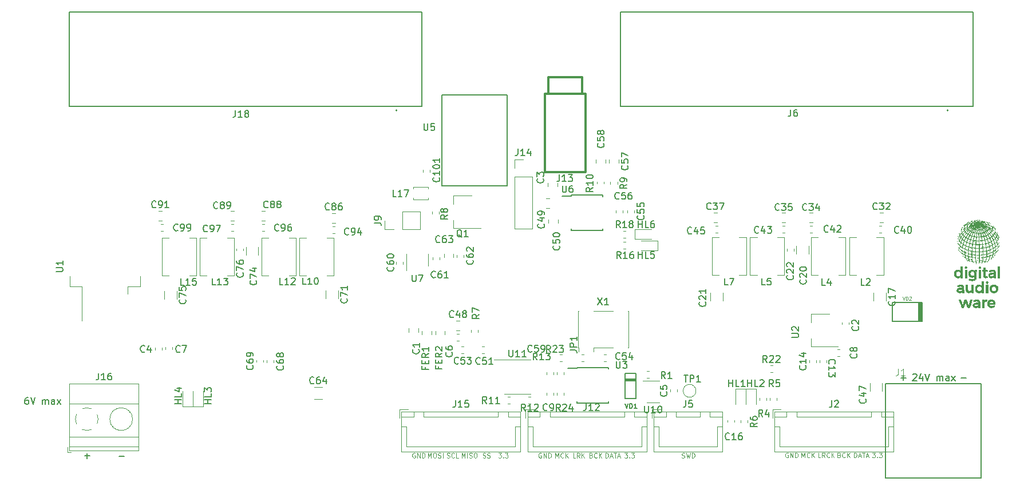
<source format=gbr>
G04 #@! TF.GenerationSoftware,KiCad,Pcbnew,5.1.5+dfsg1-2build2*
G04 #@! TF.CreationDate,2022-01-17T18:31:12+07:00*
G04 #@! TF.ProjectId,AMPP_V0,414d5050-5f56-4302-9e6b-696361645f70,rev?*
G04 #@! TF.SameCoordinates,Original*
G04 #@! TF.FileFunction,Legend,Top*
G04 #@! TF.FilePolarity,Positive*
%FSLAX46Y46*%
G04 Gerber Fmt 4.6, Leading zero omitted, Abs format (unit mm)*
G04 Created by KiCad (PCBNEW 5.1.5+dfsg1-2build2) date 2022-01-17 18:31:12*
%MOMM*%
%LPD*%
G04 APERTURE LIST*
%ADD10C,0.100000*%
%ADD11C,0.150000*%
%ADD12C,0.010000*%
%ADD13C,0.127000*%
%ADD14C,0.120000*%
%ADD15C,0.200000*%
%ADD16C,0.304800*%
%ADD17C,0.119380*%
%ADD18C,0.149860*%
%ADD19C,0.198120*%
%ADD20C,0.015000*%
G04 APERTURE END LIST*
D10*
X113690466Y-60254400D02*
X113623800Y-60221066D01*
X113523800Y-60221066D01*
X113423800Y-60254400D01*
X113357133Y-60321066D01*
X113323800Y-60387733D01*
X113290466Y-60521066D01*
X113290466Y-60621066D01*
X113323800Y-60754400D01*
X113357133Y-60821066D01*
X113423800Y-60887733D01*
X113523800Y-60921066D01*
X113590466Y-60921066D01*
X113690466Y-60887733D01*
X113723800Y-60854400D01*
X113723800Y-60621066D01*
X113590466Y-60621066D01*
X114023800Y-60921066D02*
X114023800Y-60221066D01*
X114423800Y-60921066D01*
X114423800Y-60221066D01*
X114757133Y-60921066D02*
X114757133Y-60221066D01*
X114923800Y-60221066D01*
X115023800Y-60254400D01*
X115090466Y-60321066D01*
X115123800Y-60387733D01*
X115157133Y-60521066D01*
X115157133Y-60621066D01*
X115123800Y-60754400D01*
X115090466Y-60821066D01*
X115023800Y-60887733D01*
X114923800Y-60921066D01*
X114757133Y-60921066D01*
X121270000Y-60554400D02*
X121370000Y-60587733D01*
X121403333Y-60621066D01*
X121436666Y-60687733D01*
X121436666Y-60787733D01*
X121403333Y-60854400D01*
X121370000Y-60887733D01*
X121303333Y-60921066D01*
X121036666Y-60921066D01*
X121036666Y-60221066D01*
X121270000Y-60221066D01*
X121336666Y-60254400D01*
X121370000Y-60287733D01*
X121403333Y-60354400D01*
X121403333Y-60421066D01*
X121370000Y-60487733D01*
X121336666Y-60521066D01*
X121270000Y-60554400D01*
X121036666Y-60554400D01*
X122136666Y-60854400D02*
X122103333Y-60887733D01*
X122003333Y-60921066D01*
X121936666Y-60921066D01*
X121836666Y-60887733D01*
X121770000Y-60821066D01*
X121736666Y-60754400D01*
X121703333Y-60621066D01*
X121703333Y-60521066D01*
X121736666Y-60387733D01*
X121770000Y-60321066D01*
X121836666Y-60254400D01*
X121936666Y-60221066D01*
X122003333Y-60221066D01*
X122103333Y-60254400D01*
X122136666Y-60287733D01*
X122436666Y-60921066D02*
X122436666Y-60221066D01*
X122836666Y-60921066D02*
X122536666Y-60521066D01*
X122836666Y-60221066D02*
X122436666Y-60621066D01*
X126165066Y-60221066D02*
X126598400Y-60221066D01*
X126365066Y-60487733D01*
X126465066Y-60487733D01*
X126531733Y-60521066D01*
X126565066Y-60554400D01*
X126598400Y-60621066D01*
X126598400Y-60787733D01*
X126565066Y-60854400D01*
X126531733Y-60887733D01*
X126465066Y-60921066D01*
X126265066Y-60921066D01*
X126198400Y-60887733D01*
X126165066Y-60854400D01*
X126898400Y-60854400D02*
X126931733Y-60887733D01*
X126898400Y-60921066D01*
X126865066Y-60887733D01*
X126898400Y-60854400D01*
X126898400Y-60921066D01*
X127165066Y-60221066D02*
X127598400Y-60221066D01*
X127365066Y-60487733D01*
X127465066Y-60487733D01*
X127531733Y-60521066D01*
X127565066Y-60554400D01*
X127598400Y-60621066D01*
X127598400Y-60787733D01*
X127565066Y-60854400D01*
X127531733Y-60887733D01*
X127465066Y-60921066D01*
X127265066Y-60921066D01*
X127198400Y-60887733D01*
X127165066Y-60854400D01*
X115703466Y-60921066D02*
X115703466Y-60221066D01*
X115936800Y-60721066D01*
X116170133Y-60221066D01*
X116170133Y-60921066D01*
X116903466Y-60854400D02*
X116870133Y-60887733D01*
X116770133Y-60921066D01*
X116703466Y-60921066D01*
X116603466Y-60887733D01*
X116536800Y-60821066D01*
X116503466Y-60754400D01*
X116470133Y-60621066D01*
X116470133Y-60521066D01*
X116503466Y-60387733D01*
X116536800Y-60321066D01*
X116603466Y-60254400D01*
X116703466Y-60221066D01*
X116770133Y-60221066D01*
X116870133Y-60254400D01*
X116903466Y-60287733D01*
X117203466Y-60921066D02*
X117203466Y-60221066D01*
X117603466Y-60921066D02*
X117303466Y-60521066D01*
X117603466Y-60221066D02*
X117203466Y-60621066D01*
X123460800Y-60921066D02*
X123460800Y-60221066D01*
X123627466Y-60221066D01*
X123727466Y-60254400D01*
X123794133Y-60321066D01*
X123827466Y-60387733D01*
X123860800Y-60521066D01*
X123860800Y-60621066D01*
X123827466Y-60754400D01*
X123794133Y-60821066D01*
X123727466Y-60887733D01*
X123627466Y-60921066D01*
X123460800Y-60921066D01*
X124127466Y-60721066D02*
X124460800Y-60721066D01*
X124060800Y-60921066D02*
X124294133Y-60221066D01*
X124527466Y-60921066D01*
X124660800Y-60221066D02*
X125060800Y-60221066D01*
X124860800Y-60921066D02*
X124860800Y-60221066D01*
X125260800Y-60721066D02*
X125594133Y-60721066D01*
X125194133Y-60921066D02*
X125427466Y-60221066D01*
X125660800Y-60921066D01*
X118495866Y-60921066D02*
X118162533Y-60921066D01*
X118162533Y-60221066D01*
X119129200Y-60921066D02*
X118895866Y-60587733D01*
X118729200Y-60921066D02*
X118729200Y-60221066D01*
X118995866Y-60221066D01*
X119062533Y-60254400D01*
X119095866Y-60287733D01*
X119129200Y-60354400D01*
X119129200Y-60454400D01*
X119095866Y-60521066D01*
X119062533Y-60554400D01*
X118995866Y-60587733D01*
X118729200Y-60587733D01*
X119829200Y-60854400D02*
X119795866Y-60887733D01*
X119695866Y-60921066D01*
X119629200Y-60921066D01*
X119529200Y-60887733D01*
X119462533Y-60821066D01*
X119429200Y-60754400D01*
X119395866Y-60621066D01*
X119395866Y-60521066D01*
X119429200Y-60387733D01*
X119462533Y-60321066D01*
X119529200Y-60254400D01*
X119629200Y-60221066D01*
X119695866Y-60221066D01*
X119795866Y-60254400D01*
X119829200Y-60287733D01*
X120129200Y-60921066D02*
X120129200Y-60221066D01*
X120529200Y-60921066D02*
X120229200Y-60521066D01*
X120529200Y-60221066D02*
X120129200Y-60621066D01*
D11*
X131127452Y-49153771D02*
X130365547Y-49153771D01*
X130746500Y-48772819D02*
X130746500Y-49534723D01*
X140017452Y-49153771D02*
X139255547Y-49153771D01*
X132159761Y-48645819D02*
X132207380Y-48598200D01*
X132302619Y-48550580D01*
X132540714Y-48550580D01*
X132635952Y-48598200D01*
X132683571Y-48645819D01*
X132731190Y-48741057D01*
X132731190Y-48836295D01*
X132683571Y-48979152D01*
X132112142Y-49550580D01*
X132731190Y-49550580D01*
X133588333Y-48883914D02*
X133588333Y-49550580D01*
X133350238Y-48502961D02*
X133112142Y-49217247D01*
X133731190Y-49217247D01*
X133969285Y-48550580D02*
X134302619Y-49550580D01*
X134635952Y-48550580D01*
X135731190Y-49550580D02*
X135731190Y-48883914D01*
X135731190Y-48979152D02*
X135778809Y-48931533D01*
X135874047Y-48883914D01*
X136016904Y-48883914D01*
X136112142Y-48931533D01*
X136159761Y-49026771D01*
X136159761Y-49550580D01*
X136159761Y-49026771D02*
X136207380Y-48931533D01*
X136302619Y-48883914D01*
X136445476Y-48883914D01*
X136540714Y-48931533D01*
X136588333Y-49026771D01*
X136588333Y-49550580D01*
X137493095Y-49550580D02*
X137493095Y-49026771D01*
X137445476Y-48931533D01*
X137350238Y-48883914D01*
X137159761Y-48883914D01*
X137064523Y-48931533D01*
X137493095Y-49502961D02*
X137397857Y-49550580D01*
X137159761Y-49550580D01*
X137064523Y-49502961D01*
X137016904Y-49407723D01*
X137016904Y-49312485D01*
X137064523Y-49217247D01*
X137159761Y-49169628D01*
X137397857Y-49169628D01*
X137493095Y-49122009D01*
X137874047Y-49550580D02*
X138397857Y-48883914D01*
X137874047Y-48883914D02*
X138397857Y-49550580D01*
D10*
X63238166Y-60938533D02*
X63338166Y-60971866D01*
X63504833Y-60971866D01*
X63571500Y-60938533D01*
X63604833Y-60905200D01*
X63638166Y-60838533D01*
X63638166Y-60771866D01*
X63604833Y-60705200D01*
X63571500Y-60671866D01*
X63504833Y-60638533D01*
X63371500Y-60605200D01*
X63304833Y-60571866D01*
X63271500Y-60538533D01*
X63238166Y-60471866D01*
X63238166Y-60405200D01*
X63271500Y-60338533D01*
X63304833Y-60305200D01*
X63371500Y-60271866D01*
X63538166Y-60271866D01*
X63638166Y-60305200D01*
X64338166Y-60905200D02*
X64304833Y-60938533D01*
X64204833Y-60971866D01*
X64138166Y-60971866D01*
X64038166Y-60938533D01*
X63971500Y-60871866D01*
X63938166Y-60805200D01*
X63904833Y-60671866D01*
X63904833Y-60571866D01*
X63938166Y-60438533D01*
X63971500Y-60371866D01*
X64038166Y-60305200D01*
X64138166Y-60271866D01*
X64204833Y-60271866D01*
X64304833Y-60305200D01*
X64338166Y-60338533D01*
X64971500Y-60971866D02*
X64638166Y-60971866D01*
X64638166Y-60271866D01*
X68554666Y-60938533D02*
X68654666Y-60971866D01*
X68821333Y-60971866D01*
X68888000Y-60938533D01*
X68921333Y-60905200D01*
X68954666Y-60838533D01*
X68954666Y-60771866D01*
X68921333Y-60705200D01*
X68888000Y-60671866D01*
X68821333Y-60638533D01*
X68688000Y-60605200D01*
X68621333Y-60571866D01*
X68588000Y-60538533D01*
X68554666Y-60471866D01*
X68554666Y-60405200D01*
X68588000Y-60338533D01*
X68621333Y-60305200D01*
X68688000Y-60271866D01*
X68854666Y-60271866D01*
X68954666Y-60305200D01*
X69221333Y-60938533D02*
X69321333Y-60971866D01*
X69488000Y-60971866D01*
X69554666Y-60938533D01*
X69588000Y-60905200D01*
X69621333Y-60838533D01*
X69621333Y-60771866D01*
X69588000Y-60705200D01*
X69554666Y-60671866D01*
X69488000Y-60638533D01*
X69354666Y-60605200D01*
X69288000Y-60571866D01*
X69254666Y-60538533D01*
X69221333Y-60471866D01*
X69221333Y-60405200D01*
X69254666Y-60338533D01*
X69288000Y-60305200D01*
X69354666Y-60271866D01*
X69521333Y-60271866D01*
X69621333Y-60305200D01*
X60431500Y-60971866D02*
X60431500Y-60271866D01*
X60664833Y-60771866D01*
X60898166Y-60271866D01*
X60898166Y-60971866D01*
X61364833Y-60271866D02*
X61498166Y-60271866D01*
X61564833Y-60305200D01*
X61631500Y-60371866D01*
X61664833Y-60505200D01*
X61664833Y-60738533D01*
X61631500Y-60871866D01*
X61564833Y-60938533D01*
X61498166Y-60971866D01*
X61364833Y-60971866D01*
X61298166Y-60938533D01*
X61231500Y-60871866D01*
X61198166Y-60738533D01*
X61198166Y-60505200D01*
X61231500Y-60371866D01*
X61298166Y-60305200D01*
X61364833Y-60271866D01*
X61931500Y-60938533D02*
X62031500Y-60971866D01*
X62198166Y-60971866D01*
X62264833Y-60938533D01*
X62298166Y-60905200D01*
X62331500Y-60838533D01*
X62331500Y-60771866D01*
X62298166Y-60705200D01*
X62264833Y-60671866D01*
X62198166Y-60638533D01*
X62064833Y-60605200D01*
X61998166Y-60571866D01*
X61964833Y-60538533D01*
X61931500Y-60471866D01*
X61931500Y-60405200D01*
X61964833Y-60338533D01*
X61998166Y-60305200D01*
X62064833Y-60271866D01*
X62231500Y-60271866D01*
X62331500Y-60305200D01*
X62631500Y-60971866D02*
X62631500Y-60271866D01*
X70831166Y-60271866D02*
X71264500Y-60271866D01*
X71031166Y-60538533D01*
X71131166Y-60538533D01*
X71197833Y-60571866D01*
X71231166Y-60605200D01*
X71264500Y-60671866D01*
X71264500Y-60838533D01*
X71231166Y-60905200D01*
X71197833Y-60938533D01*
X71131166Y-60971866D01*
X70931166Y-60971866D01*
X70864500Y-60938533D01*
X70831166Y-60905200D01*
X71564500Y-60905200D02*
X71597833Y-60938533D01*
X71564500Y-60971866D01*
X71531166Y-60938533D01*
X71564500Y-60905200D01*
X71564500Y-60971866D01*
X71831166Y-60271866D02*
X72264500Y-60271866D01*
X72031166Y-60538533D01*
X72131166Y-60538533D01*
X72197833Y-60571866D01*
X72231166Y-60605200D01*
X72264500Y-60671866D01*
X72264500Y-60838533D01*
X72231166Y-60905200D01*
X72197833Y-60938533D01*
X72131166Y-60971866D01*
X71931166Y-60971866D01*
X71864500Y-60938533D01*
X71831166Y-60905200D01*
X65448000Y-60971866D02*
X65448000Y-60271866D01*
X65681333Y-60771866D01*
X65914666Y-60271866D01*
X65914666Y-60971866D01*
X66248000Y-60971866D02*
X66248000Y-60271866D01*
X66548000Y-60938533D02*
X66648000Y-60971866D01*
X66814666Y-60971866D01*
X66881333Y-60938533D01*
X66914666Y-60905200D01*
X66948000Y-60838533D01*
X66948000Y-60771866D01*
X66914666Y-60705200D01*
X66881333Y-60671866D01*
X66814666Y-60638533D01*
X66681333Y-60605200D01*
X66614666Y-60571866D01*
X66581333Y-60538533D01*
X66548000Y-60471866D01*
X66548000Y-60405200D01*
X66581333Y-60338533D01*
X66614666Y-60305200D01*
X66681333Y-60271866D01*
X66848000Y-60271866D01*
X66948000Y-60305200D01*
X67381333Y-60271866D02*
X67514666Y-60271866D01*
X67581333Y-60305200D01*
X67648000Y-60371866D01*
X67681333Y-60505200D01*
X67681333Y-60738533D01*
X67648000Y-60871866D01*
X67581333Y-60938533D01*
X67514666Y-60971866D01*
X67381333Y-60971866D01*
X67314666Y-60938533D01*
X67248000Y-60871866D01*
X67214666Y-60738533D01*
X67214666Y-60505200D01*
X67248000Y-60371866D01*
X67314666Y-60305200D01*
X67381333Y-60271866D01*
X58521666Y-60305200D02*
X58455000Y-60271866D01*
X58355000Y-60271866D01*
X58255000Y-60305200D01*
X58188333Y-60371866D01*
X58155000Y-60438533D01*
X58121666Y-60571866D01*
X58121666Y-60671866D01*
X58155000Y-60805200D01*
X58188333Y-60871866D01*
X58255000Y-60938533D01*
X58355000Y-60971866D01*
X58421666Y-60971866D01*
X58521666Y-60938533D01*
X58555000Y-60905200D01*
X58555000Y-60671866D01*
X58421666Y-60671866D01*
X58855000Y-60971866D02*
X58855000Y-60271866D01*
X59255000Y-60971866D01*
X59255000Y-60271866D01*
X59588333Y-60971866D02*
X59588333Y-60271866D01*
X59755000Y-60271866D01*
X59855000Y-60305200D01*
X59921666Y-60371866D01*
X59955000Y-60438533D01*
X59988333Y-60571866D01*
X59988333Y-60671866D01*
X59955000Y-60805200D01*
X59921666Y-60871866D01*
X59855000Y-60938533D01*
X59755000Y-60971866D01*
X59588333Y-60971866D01*
X77190666Y-60305200D02*
X77124000Y-60271866D01*
X77024000Y-60271866D01*
X76924000Y-60305200D01*
X76857333Y-60371866D01*
X76824000Y-60438533D01*
X76790666Y-60571866D01*
X76790666Y-60671866D01*
X76824000Y-60805200D01*
X76857333Y-60871866D01*
X76924000Y-60938533D01*
X77024000Y-60971866D01*
X77090666Y-60971866D01*
X77190666Y-60938533D01*
X77224000Y-60905200D01*
X77224000Y-60671866D01*
X77090666Y-60671866D01*
X77524000Y-60971866D02*
X77524000Y-60271866D01*
X77924000Y-60971866D01*
X77924000Y-60271866D01*
X78257333Y-60971866D02*
X78257333Y-60271866D01*
X78424000Y-60271866D01*
X78524000Y-60305200D01*
X78590666Y-60371866D01*
X78624000Y-60438533D01*
X78657333Y-60571866D01*
X78657333Y-60671866D01*
X78624000Y-60805200D01*
X78590666Y-60871866D01*
X78524000Y-60938533D01*
X78424000Y-60971866D01*
X78257333Y-60971866D01*
X79267166Y-60971866D02*
X79267166Y-60271866D01*
X79500500Y-60771866D01*
X79733833Y-60271866D01*
X79733833Y-60971866D01*
X80467166Y-60905200D02*
X80433833Y-60938533D01*
X80333833Y-60971866D01*
X80267166Y-60971866D01*
X80167166Y-60938533D01*
X80100500Y-60871866D01*
X80067166Y-60805200D01*
X80033833Y-60671866D01*
X80033833Y-60571866D01*
X80067166Y-60438533D01*
X80100500Y-60371866D01*
X80167166Y-60305200D01*
X80267166Y-60271866D01*
X80333833Y-60271866D01*
X80433833Y-60305200D01*
X80467166Y-60338533D01*
X80767166Y-60971866D02*
X80767166Y-60271866D01*
X81167166Y-60971866D02*
X80867166Y-60571866D01*
X81167166Y-60271866D02*
X80767166Y-60671866D01*
X82257166Y-60971866D02*
X81923833Y-60971866D01*
X81923833Y-60271866D01*
X82890500Y-60971866D02*
X82657166Y-60638533D01*
X82490500Y-60971866D02*
X82490500Y-60271866D01*
X82757166Y-60271866D01*
X82823833Y-60305200D01*
X82857166Y-60338533D01*
X82890500Y-60405200D01*
X82890500Y-60505200D01*
X82857166Y-60571866D01*
X82823833Y-60605200D01*
X82757166Y-60638533D01*
X82490500Y-60638533D01*
X83190500Y-60971866D02*
X83190500Y-60271866D01*
X83590500Y-60971866D02*
X83290500Y-60571866D01*
X83590500Y-60271866D02*
X83190500Y-60671866D01*
X84567000Y-60605200D02*
X84667000Y-60638533D01*
X84700333Y-60671866D01*
X84733666Y-60738533D01*
X84733666Y-60838533D01*
X84700333Y-60905200D01*
X84667000Y-60938533D01*
X84600333Y-60971866D01*
X84333666Y-60971866D01*
X84333666Y-60271866D01*
X84567000Y-60271866D01*
X84633666Y-60305200D01*
X84667000Y-60338533D01*
X84700333Y-60405200D01*
X84700333Y-60471866D01*
X84667000Y-60538533D01*
X84633666Y-60571866D01*
X84567000Y-60605200D01*
X84333666Y-60605200D01*
X85433666Y-60905200D02*
X85400333Y-60938533D01*
X85300333Y-60971866D01*
X85233666Y-60971866D01*
X85133666Y-60938533D01*
X85067000Y-60871866D01*
X85033666Y-60805200D01*
X85000333Y-60671866D01*
X85000333Y-60571866D01*
X85033666Y-60438533D01*
X85067000Y-60371866D01*
X85133666Y-60305200D01*
X85233666Y-60271866D01*
X85300333Y-60271866D01*
X85400333Y-60305200D01*
X85433666Y-60338533D01*
X85733666Y-60971866D02*
X85733666Y-60271866D01*
X86133666Y-60971866D02*
X85833666Y-60571866D01*
X86133666Y-60271866D02*
X85733666Y-60671866D01*
X86707000Y-60971866D02*
X86707000Y-60271866D01*
X86873666Y-60271866D01*
X86973666Y-60305200D01*
X87040333Y-60371866D01*
X87073666Y-60438533D01*
X87107000Y-60571866D01*
X87107000Y-60671866D01*
X87073666Y-60805200D01*
X87040333Y-60871866D01*
X86973666Y-60938533D01*
X86873666Y-60971866D01*
X86707000Y-60971866D01*
X87373666Y-60771866D02*
X87707000Y-60771866D01*
X87307000Y-60971866D02*
X87540333Y-60271866D01*
X87773666Y-60971866D01*
X87907000Y-60271866D02*
X88307000Y-60271866D01*
X88107000Y-60971866D02*
X88107000Y-60271866D01*
X88507000Y-60771866D02*
X88840333Y-60771866D01*
X88440333Y-60971866D02*
X88673666Y-60271866D01*
X88907000Y-60971866D01*
X89500166Y-60271866D02*
X89933500Y-60271866D01*
X89700166Y-60538533D01*
X89800166Y-60538533D01*
X89866833Y-60571866D01*
X89900166Y-60605200D01*
X89933500Y-60671866D01*
X89933500Y-60838533D01*
X89900166Y-60905200D01*
X89866833Y-60938533D01*
X89800166Y-60971866D01*
X89600166Y-60971866D01*
X89533500Y-60938533D01*
X89500166Y-60905200D01*
X90233500Y-60905200D02*
X90266833Y-60938533D01*
X90233500Y-60971866D01*
X90200166Y-60938533D01*
X90233500Y-60905200D01*
X90233500Y-60971866D01*
X90500166Y-60271866D02*
X90933500Y-60271866D01*
X90700166Y-60538533D01*
X90800166Y-60538533D01*
X90866833Y-60571866D01*
X90900166Y-60605200D01*
X90933500Y-60671866D01*
X90933500Y-60838533D01*
X90900166Y-60905200D01*
X90866833Y-60938533D01*
X90800166Y-60971866D01*
X90600166Y-60971866D01*
X90533500Y-60938533D01*
X90500166Y-60905200D01*
X97983000Y-60938533D02*
X98083000Y-60971866D01*
X98249666Y-60971866D01*
X98316333Y-60938533D01*
X98349666Y-60905200D01*
X98383000Y-60838533D01*
X98383000Y-60771866D01*
X98349666Y-60705200D01*
X98316333Y-60671866D01*
X98249666Y-60638533D01*
X98116333Y-60605200D01*
X98049666Y-60571866D01*
X98016333Y-60538533D01*
X97983000Y-60471866D01*
X97983000Y-60405200D01*
X98016333Y-60338533D01*
X98049666Y-60305200D01*
X98116333Y-60271866D01*
X98283000Y-60271866D01*
X98383000Y-60305200D01*
X98616333Y-60271866D02*
X98783000Y-60971866D01*
X98916333Y-60471866D01*
X99049666Y-60971866D01*
X99216333Y-60271866D01*
X99483000Y-60971866D02*
X99483000Y-60271866D01*
X99649666Y-60271866D01*
X99749666Y-60305200D01*
X99816333Y-60371866D01*
X99849666Y-60438533D01*
X99883000Y-60571866D01*
X99883000Y-60671866D01*
X99849666Y-60805200D01*
X99816333Y-60871866D01*
X99749666Y-60938533D01*
X99649666Y-60971866D01*
X99483000Y-60971866D01*
D11*
X1286142Y-52043080D02*
X1095666Y-52043080D01*
X1000428Y-52090700D01*
X952809Y-52138319D01*
X857571Y-52281176D01*
X809952Y-52471652D01*
X809952Y-52852604D01*
X857571Y-52947842D01*
X905190Y-52995461D01*
X1000428Y-53043080D01*
X1190904Y-53043080D01*
X1286142Y-52995461D01*
X1333761Y-52947842D01*
X1381380Y-52852604D01*
X1381380Y-52614509D01*
X1333761Y-52519271D01*
X1286142Y-52471652D01*
X1190904Y-52424033D01*
X1000428Y-52424033D01*
X905190Y-52471652D01*
X857571Y-52519271D01*
X809952Y-52614509D01*
X1667095Y-52043080D02*
X2000428Y-53043080D01*
X2333761Y-52043080D01*
X3429000Y-53043080D02*
X3429000Y-52376414D01*
X3429000Y-52471652D02*
X3476619Y-52424033D01*
X3571857Y-52376414D01*
X3714714Y-52376414D01*
X3809952Y-52424033D01*
X3857571Y-52519271D01*
X3857571Y-53043080D01*
X3857571Y-52519271D02*
X3905190Y-52424033D01*
X4000428Y-52376414D01*
X4143285Y-52376414D01*
X4238523Y-52424033D01*
X4286142Y-52519271D01*
X4286142Y-53043080D01*
X5190904Y-53043080D02*
X5190904Y-52519271D01*
X5143285Y-52424033D01*
X5048047Y-52376414D01*
X4857571Y-52376414D01*
X4762333Y-52424033D01*
X5190904Y-52995461D02*
X5095666Y-53043080D01*
X4857571Y-53043080D01*
X4762333Y-52995461D01*
X4714714Y-52900223D01*
X4714714Y-52804985D01*
X4762333Y-52709747D01*
X4857571Y-52662128D01*
X5095666Y-52662128D01*
X5190904Y-52614509D01*
X5571857Y-53043080D02*
X6095666Y-52376414D01*
X5571857Y-52376414D02*
X6095666Y-53043080D01*
X15493952Y-60774271D02*
X14732047Y-60774271D01*
X10413952Y-60710771D02*
X9652047Y-60710771D01*
X10033000Y-60329819D02*
X10033000Y-61091723D01*
D12*
G36*
X141467788Y-25769780D02*
G01*
X141451527Y-25786041D01*
X141435265Y-25769780D01*
X141451527Y-25753518D01*
X141467788Y-25769780D01*
G37*
X141467788Y-25769780D02*
X141451527Y-25786041D01*
X141435265Y-25769780D01*
X141451527Y-25753518D01*
X141467788Y-25769780D01*
G36*
X141532833Y-25802302D02*
G01*
X141516571Y-25818563D01*
X141500310Y-25802302D01*
X141516571Y-25786041D01*
X141532833Y-25802302D01*
G37*
X141532833Y-25802302D02*
X141516571Y-25818563D01*
X141500310Y-25802302D01*
X141516571Y-25786041D01*
X141532833Y-25802302D01*
G36*
X141261812Y-25829404D02*
G01*
X141257348Y-25848739D01*
X141240131Y-25851086D01*
X141213361Y-25839186D01*
X141218449Y-25829404D01*
X141257046Y-25825512D01*
X141261812Y-25829404D01*
G37*
X141261812Y-25829404D02*
X141257348Y-25848739D01*
X141240131Y-25851086D01*
X141213361Y-25839186D01*
X141218449Y-25829404D01*
X141257046Y-25825512D01*
X141261812Y-25829404D01*
G36*
X141752170Y-25748731D02*
G01*
X141768449Y-25802302D01*
X141771933Y-25862792D01*
X141759771Y-25883608D01*
X141736287Y-25855873D01*
X141720007Y-25802302D01*
X141716523Y-25741812D01*
X141728686Y-25720996D01*
X141752170Y-25748731D01*
G37*
X141752170Y-25748731D02*
X141768449Y-25802302D01*
X141771933Y-25862792D01*
X141759771Y-25883608D01*
X141736287Y-25855873D01*
X141720007Y-25802302D01*
X141716523Y-25741812D01*
X141728686Y-25720996D01*
X141752170Y-25748731D01*
G36*
X142410938Y-25899869D02*
G01*
X142394676Y-25916131D01*
X142378415Y-25899869D01*
X142394676Y-25883608D01*
X142410938Y-25899869D01*
G37*
X142410938Y-25899869D02*
X142394676Y-25916131D01*
X142378415Y-25899869D01*
X142394676Y-25883608D01*
X142410938Y-25899869D01*
G36*
X142030855Y-25744443D02*
G01*
X142004033Y-25801760D01*
X141998739Y-25810433D01*
X141951893Y-25884604D01*
X141929943Y-25915518D01*
X141923474Y-25915175D01*
X141923101Y-25906820D01*
X141937538Y-25853474D01*
X141970656Y-25786892D01*
X142007165Y-25734514D01*
X142026639Y-25720996D01*
X142030855Y-25744443D01*
G37*
X142030855Y-25744443D02*
X142004033Y-25801760D01*
X141998739Y-25810433D01*
X141951893Y-25884604D01*
X141929943Y-25915518D01*
X141923474Y-25915175D01*
X141923101Y-25906820D01*
X141937538Y-25853474D01*
X141970656Y-25786892D01*
X142007165Y-25734514D01*
X142026639Y-25720996D01*
X142030855Y-25744443D01*
G36*
X142790366Y-25926971D02*
G01*
X142785901Y-25946306D01*
X142768684Y-25948653D01*
X142741914Y-25936753D01*
X142747002Y-25926971D01*
X142785599Y-25923079D01*
X142790366Y-25926971D01*
G37*
X142790366Y-25926971D02*
X142785901Y-25946306D01*
X142768684Y-25948653D01*
X142741914Y-25936753D01*
X142747002Y-25926971D01*
X142785599Y-25923079D01*
X142790366Y-25926971D01*
G36*
X142345893Y-25932392D02*
G01*
X142329632Y-25948653D01*
X142313370Y-25932392D01*
X142329632Y-25916131D01*
X142345893Y-25932392D01*
G37*
X142345893Y-25932392D02*
X142329632Y-25948653D01*
X142313370Y-25932392D01*
X142329632Y-25916131D01*
X142345893Y-25932392D01*
G36*
X140919353Y-25890511D02*
G01*
X140926903Y-25907267D01*
X140884991Y-25924872D01*
X140834786Y-25932260D01*
X140840822Y-25912185D01*
X140842331Y-25910652D01*
X140898554Y-25887726D01*
X140919353Y-25890511D01*
G37*
X140919353Y-25890511D02*
X140926903Y-25907267D01*
X140884991Y-25924872D01*
X140834786Y-25932260D01*
X140840822Y-25912185D01*
X140842331Y-25910652D01*
X140898554Y-25887726D01*
X140919353Y-25890511D01*
G36*
X142638594Y-25964914D02*
G01*
X142622333Y-25981175D01*
X142606072Y-25964914D01*
X142622333Y-25948653D01*
X142638594Y-25964914D01*
G37*
X142638594Y-25964914D02*
X142622333Y-25981175D01*
X142606072Y-25964914D01*
X142622333Y-25948653D01*
X142638594Y-25964914D01*
G36*
X141229290Y-25959494D02*
G01*
X141224826Y-25978828D01*
X141207608Y-25981175D01*
X141180839Y-25969276D01*
X141185927Y-25959494D01*
X141224523Y-25955601D01*
X141229290Y-25959494D01*
G37*
X141229290Y-25959494D02*
X141224826Y-25978828D01*
X141207608Y-25981175D01*
X141180839Y-25969276D01*
X141185927Y-25959494D01*
X141224523Y-25955601D01*
X141229290Y-25959494D01*
G36*
X142497664Y-25992016D02*
G01*
X142493200Y-26011351D01*
X142475982Y-26013698D01*
X142449213Y-26001798D01*
X142454301Y-25992016D01*
X142492897Y-25988124D01*
X142497664Y-25992016D01*
G37*
X142497664Y-25992016D02*
X142493200Y-26011351D01*
X142475982Y-26013698D01*
X142449213Y-26001798D01*
X142454301Y-25992016D01*
X142492897Y-25988124D01*
X142497664Y-25992016D01*
G36*
X142270644Y-25969661D02*
G01*
X142264587Y-25981175D01*
X142233944Y-26012234D01*
X142228226Y-26013698D01*
X142226007Y-25992690D01*
X142232064Y-25981175D01*
X142262707Y-25950116D01*
X142268425Y-25948653D01*
X142270644Y-25969661D01*
G37*
X142270644Y-25969661D02*
X142264587Y-25981175D01*
X142233944Y-26012234D01*
X142228226Y-26013698D01*
X142226007Y-25992690D01*
X142232064Y-25981175D01*
X142262707Y-25950116D01*
X142268425Y-25948653D01*
X142270644Y-25969661D01*
G36*
X142136543Y-25908000D02*
G01*
X142067179Y-25981889D01*
X142031137Y-26011723D01*
X142020671Y-26003884D01*
X142020669Y-26003521D01*
X142042442Y-25977676D01*
X142097306Y-25924480D01*
X142126366Y-25897823D01*
X142232064Y-25802302D01*
X142136543Y-25908000D01*
G37*
X142136543Y-25908000D02*
X142067179Y-25981889D01*
X142031137Y-26011723D01*
X142020671Y-26003884D01*
X142020669Y-26003521D01*
X142042442Y-25977676D01*
X142097306Y-25924480D01*
X142126366Y-25897823D01*
X142232064Y-25802302D01*
X142136543Y-25908000D01*
G36*
X141912261Y-25959494D02*
G01*
X141916153Y-25998090D01*
X141912261Y-26002857D01*
X141892926Y-25998393D01*
X141890579Y-25981175D01*
X141902478Y-25954406D01*
X141912261Y-25959494D01*
G37*
X141912261Y-25959494D02*
X141916153Y-25998090D01*
X141912261Y-26002857D01*
X141892926Y-25998393D01*
X141890579Y-25981175D01*
X141902478Y-25954406D01*
X141912261Y-25959494D01*
G36*
X141305176Y-25997437D02*
G01*
X141288914Y-26013698D01*
X141272653Y-25997437D01*
X141288914Y-25981175D01*
X141305176Y-25997437D01*
G37*
X141305176Y-25997437D02*
X141288914Y-26013698D01*
X141272653Y-25997437D01*
X141288914Y-25981175D01*
X141305176Y-25997437D01*
G36*
X140719772Y-25997437D02*
G01*
X140703511Y-26013698D01*
X140687250Y-25997437D01*
X140703511Y-25981175D01*
X140719772Y-25997437D01*
G37*
X140719772Y-25997437D02*
X140703511Y-26013698D01*
X140687250Y-25997437D01*
X140703511Y-25981175D01*
X140719772Y-25997437D01*
G36*
X142410938Y-26029959D02*
G01*
X142394676Y-26046220D01*
X142378415Y-26029959D01*
X142394676Y-26013698D01*
X142410938Y-26029959D01*
G37*
X142410938Y-26029959D02*
X142394676Y-26046220D01*
X142378415Y-26029959D01*
X142394676Y-26013698D01*
X142410938Y-26029959D01*
G36*
X141066678Y-26024539D02*
G01*
X141062214Y-26043873D01*
X141044996Y-26046220D01*
X141018227Y-26034321D01*
X141023315Y-26024539D01*
X141061911Y-26020646D01*
X141066678Y-26024539D01*
G37*
X141066678Y-26024539D02*
X141062214Y-26043873D01*
X141044996Y-26046220D01*
X141018227Y-26034321D01*
X141023315Y-26024539D01*
X141061911Y-26020646D01*
X141066678Y-26024539D01*
G36*
X143052578Y-26059094D02*
G01*
X143042878Y-26073875D01*
X143009892Y-26076175D01*
X142975189Y-26068232D01*
X142990243Y-26056526D01*
X143041072Y-26052649D01*
X143052578Y-26059094D01*
G37*
X143052578Y-26059094D02*
X143042878Y-26073875D01*
X143009892Y-26076175D01*
X142975189Y-26068232D01*
X142990243Y-26056526D01*
X143041072Y-26052649D01*
X143052578Y-26059094D01*
G36*
X142313370Y-26062481D02*
G01*
X142297109Y-26078743D01*
X142280848Y-26062481D01*
X142297109Y-26046220D01*
X142313370Y-26062481D01*
G37*
X142313370Y-26062481D02*
X142297109Y-26078743D01*
X142280848Y-26062481D01*
X142297109Y-26046220D01*
X142313370Y-26062481D01*
G36*
X141365196Y-26026853D02*
G01*
X141399836Y-26057086D01*
X141402743Y-26064401D01*
X141387309Y-26077768D01*
X141355174Y-26047816D01*
X141350854Y-26041195D01*
X141347021Y-26018940D01*
X141365196Y-26026853D01*
G37*
X141365196Y-26026853D02*
X141399836Y-26057086D01*
X141402743Y-26064401D01*
X141387309Y-26077768D01*
X141355174Y-26047816D01*
X141350854Y-26041195D01*
X141347021Y-26018940D01*
X141365196Y-26026853D01*
G36*
X142597264Y-26091616D02*
G01*
X142587564Y-26106398D01*
X142554578Y-26108697D01*
X142519876Y-26100755D01*
X142534929Y-26089048D01*
X142585758Y-26085171D01*
X142597264Y-26091616D01*
G37*
X142597264Y-26091616D02*
X142587564Y-26106398D01*
X142554578Y-26108697D01*
X142519876Y-26100755D01*
X142534929Y-26089048D01*
X142585758Y-26085171D01*
X142597264Y-26091616D01*
G36*
X141272653Y-26095004D02*
G01*
X141256392Y-26111265D01*
X141240131Y-26095004D01*
X141256392Y-26078743D01*
X141272653Y-26095004D01*
G37*
X141272653Y-26095004D02*
X141256392Y-26111265D01*
X141240131Y-26095004D01*
X141256392Y-26078743D01*
X141272653Y-26095004D01*
G36*
X140351822Y-26067228D02*
G01*
X140345765Y-26078743D01*
X140315122Y-26109802D01*
X140309404Y-26111265D01*
X140307185Y-26090257D01*
X140313242Y-26078743D01*
X140343885Y-26047684D01*
X140349603Y-26046220D01*
X140351822Y-26067228D01*
G37*
X140351822Y-26067228D02*
X140345765Y-26078743D01*
X140315122Y-26109802D01*
X140309404Y-26111265D01*
X140307185Y-26090257D01*
X140313242Y-26078743D01*
X140343885Y-26047684D01*
X140349603Y-26046220D01*
X140351822Y-26067228D01*
G36*
X143354087Y-26127526D02*
G01*
X143337826Y-26143787D01*
X143321565Y-26127526D01*
X143337826Y-26111265D01*
X143354087Y-26127526D01*
G37*
X143354087Y-26127526D02*
X143337826Y-26143787D01*
X143321565Y-26127526D01*
X143337826Y-26111265D01*
X143354087Y-26127526D01*
G36*
X142432619Y-26122106D02*
G01*
X142428155Y-26141440D01*
X142410938Y-26143787D01*
X142384168Y-26131888D01*
X142389256Y-26122106D01*
X142427852Y-26118213D01*
X142432619Y-26122106D01*
G37*
X142432619Y-26122106D02*
X142428155Y-26141440D01*
X142410938Y-26143787D01*
X142384168Y-26131888D01*
X142389256Y-26122106D01*
X142427852Y-26118213D01*
X142432619Y-26122106D01*
G36*
X141880273Y-26072645D02*
G01*
X141884150Y-26123473D01*
X141877706Y-26134979D01*
X141862924Y-26125280D01*
X141860624Y-26092294D01*
X141868567Y-26057591D01*
X141880273Y-26072645D01*
G37*
X141880273Y-26072645D02*
X141884150Y-26123473D01*
X141877706Y-26134979D01*
X141862924Y-26125280D01*
X141860624Y-26092294D01*
X141868567Y-26057591D01*
X141880273Y-26072645D01*
G36*
X141004343Y-26121369D02*
G01*
X141014465Y-26130795D01*
X140969495Y-26135928D01*
X140947429Y-26136242D01*
X140888261Y-26132851D01*
X140881287Y-26124409D01*
X140890515Y-26121369D01*
X140972999Y-26116311D01*
X141004343Y-26121369D01*
G37*
X141004343Y-26121369D02*
X141014465Y-26130795D01*
X140969495Y-26135928D01*
X140947429Y-26136242D01*
X140888261Y-26132851D01*
X140881287Y-26124409D01*
X140890515Y-26121369D01*
X140972999Y-26116311D01*
X141004343Y-26121369D01*
G36*
X140565291Y-26122248D02*
G01*
X140569377Y-26134119D01*
X140524638Y-26138652D01*
X140478468Y-26133541D01*
X140483985Y-26122248D01*
X140550570Y-26117953D01*
X140565291Y-26122248D01*
G37*
X140565291Y-26122248D02*
X140569377Y-26134119D01*
X140524638Y-26138652D01*
X140478468Y-26133541D01*
X140483985Y-26122248D01*
X140550570Y-26117953D01*
X140565291Y-26122248D01*
G36*
X143419132Y-26160049D02*
G01*
X143402871Y-26176310D01*
X143386610Y-26160049D01*
X143402871Y-26143787D01*
X143419132Y-26160049D01*
G37*
X143419132Y-26160049D02*
X143402871Y-26176310D01*
X143386610Y-26160049D01*
X143402871Y-26143787D01*
X143419132Y-26160049D01*
G36*
X142822851Y-26055183D02*
G01*
X142870354Y-26064192D01*
X142859508Y-26069824D01*
X142789094Y-26073870D01*
X142710792Y-26080425D01*
X142686329Y-26096334D01*
X142703639Y-26127526D01*
X142729701Y-26167098D01*
X142727865Y-26176310D01*
X142696298Y-26154598D01*
X142671436Y-26127911D01*
X142656066Y-26081426D01*
X142696090Y-26054416D01*
X142783797Y-26050586D01*
X142822851Y-26055183D01*
G37*
X142822851Y-26055183D02*
X142870354Y-26064192D01*
X142859508Y-26069824D01*
X142789094Y-26073870D01*
X142710792Y-26080425D01*
X142686329Y-26096334D01*
X142703639Y-26127526D01*
X142729701Y-26167098D01*
X142727865Y-26176310D01*
X142696298Y-26154598D01*
X142671436Y-26127911D01*
X142656066Y-26081426D01*
X142696090Y-26054416D01*
X142783797Y-26050586D01*
X142822851Y-26055183D01*
G36*
X142335052Y-26154628D02*
G01*
X142330588Y-26173963D01*
X142313370Y-26176310D01*
X142286601Y-26164410D01*
X142291689Y-26154628D01*
X142330285Y-26150736D01*
X142335052Y-26154628D01*
G37*
X142335052Y-26154628D02*
X142330588Y-26173963D01*
X142313370Y-26176310D01*
X142286601Y-26164410D01*
X142291689Y-26154628D01*
X142330285Y-26150736D01*
X142335052Y-26154628D01*
G36*
X141198800Y-26156661D02*
G01*
X141189101Y-26171443D01*
X141156115Y-26173742D01*
X141121412Y-26165800D01*
X141136466Y-26154093D01*
X141187294Y-26150216D01*
X141198800Y-26156661D01*
G37*
X141198800Y-26156661D02*
X141189101Y-26171443D01*
X141156115Y-26173742D01*
X141121412Y-26165800D01*
X141136466Y-26154093D01*
X141187294Y-26150216D01*
X141198800Y-26156661D01*
G36*
X140254255Y-26132273D02*
G01*
X140248197Y-26143787D01*
X140217554Y-26174846D01*
X140211836Y-26176310D01*
X140209617Y-26155302D01*
X140215675Y-26143787D01*
X140246318Y-26112728D01*
X140252036Y-26111265D01*
X140254255Y-26132273D01*
G37*
X140254255Y-26132273D02*
X140248197Y-26143787D01*
X140217554Y-26174846D01*
X140211836Y-26176310D01*
X140209617Y-26155302D01*
X140215675Y-26143787D01*
X140246318Y-26112728D01*
X140252036Y-26111265D01*
X140254255Y-26132273D01*
G36*
X142581680Y-26187293D02*
G01*
X142585766Y-26199164D01*
X142541027Y-26203697D01*
X142494857Y-26198586D01*
X142500374Y-26187293D01*
X142566959Y-26182998D01*
X142581680Y-26187293D01*
G37*
X142581680Y-26187293D02*
X142585766Y-26199164D01*
X142541027Y-26203697D01*
X142494857Y-26198586D01*
X142500374Y-26187293D01*
X142566959Y-26182998D01*
X142581680Y-26187293D01*
G36*
X142166966Y-26045289D02*
G01*
X142110871Y-26096687D01*
X142055614Y-26141869D01*
X141979704Y-26194021D01*
X141924996Y-26216959D01*
X141909437Y-26213034D01*
X141912037Y-26192571D01*
X141923101Y-26192571D01*
X141939363Y-26208832D01*
X141955624Y-26192571D01*
X141939363Y-26176310D01*
X141923101Y-26192571D01*
X141912037Y-26192571D01*
X141914953Y-26169628D01*
X141947668Y-26122095D01*
X141980965Y-26087946D01*
X141980016Y-26092690D01*
X141952589Y-26142202D01*
X141970657Y-26153893D01*
X142026519Y-26127374D01*
X142069452Y-26097209D01*
X142147603Y-26041202D01*
X142179659Y-26025344D01*
X142166966Y-26045289D01*
G37*
X142166966Y-26045289D02*
X142110871Y-26096687D01*
X142055614Y-26141869D01*
X141979704Y-26194021D01*
X141924996Y-26216959D01*
X141909437Y-26213034D01*
X141912037Y-26192571D01*
X141923101Y-26192571D01*
X141939363Y-26208832D01*
X141955624Y-26192571D01*
X141939363Y-26176310D01*
X141923101Y-26192571D01*
X141912037Y-26192571D01*
X141914953Y-26169628D01*
X141947668Y-26122095D01*
X141980965Y-26087946D01*
X141980016Y-26092690D01*
X141952589Y-26142202D01*
X141970657Y-26153893D01*
X142026519Y-26127374D01*
X142069452Y-26097209D01*
X142147603Y-26041202D01*
X142179659Y-26025344D01*
X142166966Y-26045289D01*
G36*
X140156685Y-26193398D02*
G01*
X140138517Y-26216963D01*
X140091048Y-26267525D01*
X140069858Y-26267305D01*
X140069324Y-26261598D01*
X140091549Y-26234450D01*
X140126238Y-26204684D01*
X140164761Y-26176557D01*
X140156685Y-26193398D01*
G37*
X140156685Y-26193398D02*
X140138517Y-26216963D01*
X140091048Y-26267525D01*
X140069858Y-26267305D01*
X140069324Y-26261598D01*
X140091549Y-26234450D01*
X140126238Y-26204684D01*
X140164761Y-26176557D01*
X140156685Y-26193398D01*
G36*
X143164249Y-26160376D02*
G01*
X143167783Y-26161697D01*
X143201728Y-26188201D01*
X143243468Y-26234900D01*
X143276433Y-26280807D01*
X143284050Y-26304936D01*
X143281188Y-26305317D01*
X143253130Y-26286144D01*
X143199606Y-26243190D01*
X143141895Y-26187491D01*
X143129165Y-26157467D01*
X143164249Y-26160376D01*
G37*
X143164249Y-26160376D02*
X143167783Y-26161697D01*
X143201728Y-26188201D01*
X143243468Y-26234900D01*
X143276433Y-26280807D01*
X143284050Y-26304936D01*
X143281188Y-26305317D01*
X143253130Y-26286144D01*
X143199606Y-26243190D01*
X143141895Y-26187491D01*
X143129165Y-26157467D01*
X143164249Y-26160376D01*
G36*
X143614267Y-26322661D02*
G01*
X143598005Y-26338922D01*
X143581744Y-26322661D01*
X143598005Y-26306399D01*
X143614267Y-26322661D01*
G37*
X143614267Y-26322661D02*
X143598005Y-26338922D01*
X143581744Y-26322661D01*
X143598005Y-26306399D01*
X143614267Y-26322661D01*
G36*
X140479970Y-26252818D02*
G01*
X140484598Y-26255519D01*
X140473496Y-26270230D01*
X140438996Y-26273877D01*
X140370100Y-26288558D01*
X140343867Y-26305045D01*
X140292782Y-26318235D01*
X140269100Y-26309268D01*
X140260899Y-26286781D01*
X140314971Y-26266177D01*
X140345871Y-26259742D01*
X140428424Y-26249505D01*
X140479970Y-26252818D01*
G37*
X140479970Y-26252818D02*
X140484598Y-26255519D01*
X140473496Y-26270230D01*
X140438996Y-26273877D01*
X140370100Y-26288558D01*
X140343867Y-26305045D01*
X140292782Y-26318235D01*
X140269100Y-26309268D01*
X140260899Y-26286781D01*
X140314971Y-26266177D01*
X140345871Y-26259742D01*
X140428424Y-26249505D01*
X140479970Y-26252818D01*
G36*
X140166891Y-26322661D02*
G01*
X140150630Y-26338922D01*
X140134369Y-26322661D01*
X140150630Y-26306399D01*
X140166891Y-26322661D01*
G37*
X140166891Y-26322661D02*
X140150630Y-26338922D01*
X140134369Y-26322661D01*
X140150630Y-26306399D01*
X140166891Y-26322661D01*
G36*
X140822742Y-26299373D02*
G01*
X140849862Y-26305763D01*
X140900294Y-26321131D01*
X140895568Y-26331176D01*
X140831193Y-26342902D01*
X140825470Y-26343791D01*
X140754059Y-26348261D01*
X140720201Y-26337392D01*
X140719772Y-26335209D01*
X140745903Y-26298201D01*
X140822742Y-26299373D01*
G37*
X140822742Y-26299373D02*
X140849862Y-26305763D01*
X140900294Y-26321131D01*
X140895568Y-26331176D01*
X140831193Y-26342902D01*
X140825470Y-26343791D01*
X140754059Y-26348261D01*
X140720201Y-26337392D01*
X140719772Y-26335209D01*
X140745903Y-26298201D01*
X140822742Y-26299373D01*
G36*
X140643887Y-26349763D02*
G01*
X140639422Y-26369097D01*
X140622205Y-26371444D01*
X140595436Y-26359545D01*
X140600524Y-26349763D01*
X140639120Y-26345870D01*
X140643887Y-26349763D01*
G37*
X140643887Y-26349763D02*
X140639422Y-26369097D01*
X140622205Y-26371444D01*
X140595436Y-26359545D01*
X140600524Y-26349763D01*
X140639120Y-26345870D01*
X140643887Y-26349763D01*
G36*
X142820011Y-26254940D02*
G01*
X142837878Y-26273877D01*
X142900733Y-26337171D01*
X142929381Y-26363314D01*
X142952117Y-26391417D01*
X142923745Y-26401342D01*
X142880598Y-26401399D01*
X142826166Y-26395202D01*
X142822878Y-26383598D01*
X142825338Y-26382514D01*
X142849249Y-26354569D01*
X142829559Y-26295783D01*
X142829488Y-26295645D01*
X142807860Y-26249448D01*
X142820011Y-26254940D01*
G37*
X142820011Y-26254940D02*
X142837878Y-26273877D01*
X142900733Y-26337171D01*
X142929381Y-26363314D01*
X142952117Y-26391417D01*
X142923745Y-26401342D01*
X142880598Y-26401399D01*
X142826166Y-26395202D01*
X142822878Y-26383598D01*
X142825338Y-26382514D01*
X142849249Y-26354569D01*
X142829559Y-26295783D01*
X142829488Y-26295645D01*
X142807860Y-26249448D01*
X142820011Y-26254940D01*
G36*
X141142564Y-26387705D02*
G01*
X141126302Y-26403967D01*
X141110041Y-26387705D01*
X141126302Y-26371444D01*
X141142564Y-26387705D01*
G37*
X141142564Y-26387705D02*
X141126302Y-26403967D01*
X141110041Y-26387705D01*
X141126302Y-26371444D01*
X141142564Y-26387705D01*
G36*
X143102039Y-26414950D02*
G01*
X143106124Y-26426821D01*
X143061386Y-26431354D01*
X143015216Y-26426243D01*
X143020733Y-26414950D01*
X143087317Y-26410655D01*
X143102039Y-26414950D01*
G37*
X143102039Y-26414950D02*
X143106124Y-26426821D01*
X143061386Y-26431354D01*
X143015216Y-26426243D01*
X143020733Y-26414950D01*
X143087317Y-26410655D01*
X143102039Y-26414950D01*
G36*
X140873576Y-26416840D02*
G01*
X140863877Y-26431622D01*
X140830891Y-26433921D01*
X140796188Y-26425979D01*
X140811242Y-26414273D01*
X140862070Y-26410395D01*
X140873576Y-26416840D01*
G37*
X140873576Y-26416840D02*
X140863877Y-26431622D01*
X140830891Y-26433921D01*
X140796188Y-26425979D01*
X140811242Y-26414273D01*
X140862070Y-26410395D01*
X140873576Y-26416840D01*
G36*
X140051746Y-26337197D02*
G01*
X140054859Y-26341828D01*
X140060780Y-26366524D01*
X140045512Y-26360566D01*
X139999957Y-26364481D01*
X139971460Y-26388064D01*
X139921806Y-26428899D01*
X139897310Y-26436489D01*
X139874391Y-26430599D01*
X139876900Y-26428012D01*
X139909209Y-26403021D01*
X139960398Y-26360848D01*
X140017895Y-26324282D01*
X140051746Y-26337197D01*
G37*
X140051746Y-26337197D02*
X140054859Y-26341828D01*
X140060780Y-26366524D01*
X140045512Y-26360566D01*
X139999957Y-26364481D01*
X139971460Y-26388064D01*
X139921806Y-26428899D01*
X139897310Y-26436489D01*
X139874391Y-26430599D01*
X139876900Y-26428012D01*
X139909209Y-26403021D01*
X139960398Y-26360848D01*
X140017895Y-26324282D01*
X140051746Y-26337197D01*
G36*
X143247712Y-26449362D02*
G01*
X143238013Y-26464144D01*
X143205026Y-26466444D01*
X143170324Y-26458501D01*
X143185377Y-26446795D01*
X143236206Y-26442918D01*
X143247712Y-26449362D01*
G37*
X143247712Y-26449362D02*
X143238013Y-26464144D01*
X143205026Y-26466444D01*
X143170324Y-26458501D01*
X143185377Y-26446795D01*
X143236206Y-26442918D01*
X143247712Y-26449362D01*
G36*
X141166278Y-26449362D02*
G01*
X141156578Y-26464144D01*
X141123592Y-26466444D01*
X141088890Y-26458501D01*
X141103943Y-26446795D01*
X141154772Y-26442918D01*
X141166278Y-26449362D01*
G37*
X141166278Y-26449362D02*
X141156578Y-26464144D01*
X141123592Y-26466444D01*
X141088890Y-26458501D01*
X141103943Y-26446795D01*
X141154772Y-26442918D01*
X141166278Y-26449362D01*
G36*
X139841667Y-26452750D02*
G01*
X139825406Y-26469011D01*
X139809145Y-26452750D01*
X139825406Y-26436489D01*
X139841667Y-26452750D01*
G37*
X139841667Y-26452750D02*
X139825406Y-26469011D01*
X139809145Y-26452750D01*
X139825406Y-26436489D01*
X139841667Y-26452750D01*
G36*
X142465142Y-26479852D02*
G01*
X142460677Y-26499187D01*
X142443460Y-26501534D01*
X142416690Y-26489634D01*
X142421778Y-26479852D01*
X142460375Y-26475960D01*
X142465142Y-26479852D01*
G37*
X142465142Y-26479852D02*
X142460677Y-26499187D01*
X142443460Y-26501534D01*
X142416690Y-26489634D01*
X142421778Y-26479852D01*
X142460375Y-26475960D01*
X142465142Y-26479852D01*
G36*
X141001633Y-26479852D02*
G01*
X140997169Y-26499187D01*
X140979952Y-26501534D01*
X140953182Y-26489634D01*
X140958270Y-26479852D01*
X140996867Y-26475960D01*
X141001633Y-26479852D01*
G37*
X141001633Y-26479852D02*
X140997169Y-26499187D01*
X140979952Y-26501534D01*
X140953182Y-26489634D01*
X140958270Y-26479852D01*
X140996867Y-26475960D01*
X141001633Y-26479852D01*
G36*
X140101847Y-26485273D02*
G01*
X140085585Y-26501534D01*
X140069324Y-26485273D01*
X140085585Y-26469011D01*
X140101847Y-26485273D01*
G37*
X140101847Y-26485273D02*
X140085585Y-26501534D01*
X140069324Y-26485273D01*
X140085585Y-26469011D01*
X140101847Y-26485273D01*
G36*
X142595231Y-26512375D02*
G01*
X142590767Y-26531709D01*
X142573550Y-26534056D01*
X142546780Y-26522157D01*
X142551868Y-26512375D01*
X142590464Y-26508482D01*
X142595231Y-26512375D01*
G37*
X142595231Y-26512375D02*
X142590767Y-26531709D01*
X142573550Y-26534056D01*
X142546780Y-26522157D01*
X142551868Y-26512375D01*
X142590464Y-26508482D01*
X142595231Y-26512375D01*
G36*
X140871544Y-26512375D02*
G01*
X140867079Y-26531709D01*
X140849862Y-26534056D01*
X140823092Y-26522157D01*
X140828180Y-26512375D01*
X140866777Y-26508482D01*
X140871544Y-26512375D01*
G37*
X140871544Y-26512375D02*
X140867079Y-26531709D01*
X140849862Y-26534056D01*
X140823092Y-26522157D01*
X140828180Y-26512375D01*
X140866777Y-26508482D01*
X140871544Y-26512375D01*
G36*
X140280835Y-26395345D02*
G01*
X140261847Y-26436489D01*
X140227300Y-26506060D01*
X140208357Y-26524072D01*
X140192463Y-26497599D01*
X140185452Y-26479536D01*
X140177068Y-26442825D01*
X140186349Y-26445105D01*
X140221375Y-26441754D01*
X140254906Y-26411592D01*
X140283795Y-26378713D01*
X140280835Y-26395345D01*
G37*
X140280835Y-26395345D02*
X140261847Y-26436489D01*
X140227300Y-26506060D01*
X140208357Y-26524072D01*
X140192463Y-26497599D01*
X140185452Y-26479536D01*
X140177068Y-26442825D01*
X140186349Y-26445105D01*
X140221375Y-26441754D01*
X140254906Y-26411592D01*
X140283795Y-26378713D01*
X140280835Y-26395345D01*
G36*
X139896509Y-26490019D02*
G01*
X139890451Y-26501534D01*
X139859808Y-26532593D01*
X139854090Y-26534056D01*
X139851871Y-26513048D01*
X139857929Y-26501534D01*
X139888572Y-26470475D01*
X139894290Y-26469011D01*
X139896509Y-26490019D01*
G37*
X139896509Y-26490019D02*
X139890451Y-26501534D01*
X139859808Y-26532593D01*
X139854090Y-26534056D01*
X139851871Y-26513048D01*
X139857929Y-26501534D01*
X139888572Y-26470475D01*
X139894290Y-26469011D01*
X139896509Y-26490019D01*
G36*
X142725321Y-26544897D02*
G01*
X142720856Y-26564232D01*
X142703639Y-26566579D01*
X142676870Y-26554679D01*
X142681958Y-26544897D01*
X142720554Y-26541005D01*
X142725321Y-26544897D01*
G37*
X142725321Y-26544897D02*
X142720856Y-26564232D01*
X142703639Y-26566579D01*
X142676870Y-26554679D01*
X142681958Y-26544897D01*
X142720554Y-26541005D01*
X142725321Y-26544897D01*
G36*
X141630400Y-26550317D02*
G01*
X141614139Y-26566579D01*
X141597877Y-26550317D01*
X141614139Y-26534056D01*
X141630400Y-26550317D01*
G37*
X141630400Y-26550317D02*
X141614139Y-26566579D01*
X141597877Y-26550317D01*
X141614139Y-26534056D01*
X141630400Y-26550317D01*
G36*
X142822888Y-26577419D02*
G01*
X142818424Y-26596754D01*
X142801206Y-26599101D01*
X142774437Y-26587202D01*
X142779525Y-26577419D01*
X142818121Y-26573527D01*
X142822888Y-26577419D01*
G37*
X142822888Y-26577419D02*
X142818424Y-26596754D01*
X142801206Y-26599101D01*
X142774437Y-26587202D01*
X142779525Y-26577419D01*
X142818121Y-26573527D01*
X142822888Y-26577419D01*
G36*
X141001633Y-26577419D02*
G01*
X140997169Y-26596754D01*
X140979952Y-26599101D01*
X140953182Y-26587202D01*
X140958270Y-26577419D01*
X140996867Y-26573527D01*
X141001633Y-26577419D01*
G37*
X141001633Y-26577419D02*
X140997169Y-26596754D01*
X140979952Y-26599101D01*
X140953182Y-26587202D01*
X140958270Y-26577419D01*
X140996867Y-26573527D01*
X141001633Y-26577419D01*
G36*
X140643887Y-26577419D02*
G01*
X140639422Y-26596754D01*
X140622205Y-26599101D01*
X140595436Y-26587202D01*
X140600524Y-26577419D01*
X140639120Y-26573527D01*
X140643887Y-26577419D01*
G37*
X140643887Y-26577419D02*
X140639422Y-26596754D01*
X140622205Y-26599101D01*
X140595436Y-26587202D01*
X140600524Y-26577419D01*
X140639120Y-26573527D01*
X140643887Y-26577419D01*
G36*
X139776623Y-26480388D02*
G01*
X139752489Y-26505701D01*
X139694133Y-26548095D01*
X139691312Y-26549951D01*
X139639920Y-26578126D01*
X139626194Y-26573655D01*
X139628079Y-26570127D01*
X139662966Y-26535458D01*
X139715307Y-26499816D01*
X139761003Y-26477760D01*
X139776623Y-26480388D01*
G37*
X139776623Y-26480388D02*
X139752489Y-26505701D01*
X139694133Y-26548095D01*
X139691312Y-26549951D01*
X139639920Y-26578126D01*
X139626194Y-26573655D01*
X139628079Y-26570127D01*
X139662966Y-26535458D01*
X139715307Y-26499816D01*
X139761003Y-26477760D01*
X139776623Y-26480388D01*
G36*
X144037058Y-26615362D02*
G01*
X144020797Y-26631623D01*
X144004535Y-26615362D01*
X144020797Y-26599101D01*
X144037058Y-26615362D01*
G37*
X144037058Y-26615362D02*
X144020797Y-26631623D01*
X144004535Y-26615362D01*
X144020797Y-26599101D01*
X144037058Y-26615362D01*
G36*
X143308774Y-26352264D02*
G01*
X143334859Y-26384187D01*
X143376924Y-26441113D01*
X143393567Y-26469355D01*
X143426235Y-26495466D01*
X143499075Y-26535605D01*
X143549222Y-26559570D01*
X143626020Y-26597114D01*
X143664489Y-26621301D01*
X143663050Y-26626242D01*
X143612733Y-26614117D01*
X143535962Y-26584675D01*
X143532961Y-26583359D01*
X143456697Y-26558497D01*
X143416410Y-26571303D01*
X143411500Y-26577870D01*
X143391728Y-26588663D01*
X143387108Y-26558448D01*
X143359972Y-26509043D01*
X143329696Y-26498966D01*
X143299035Y-26490569D01*
X143313174Y-26480082D01*
X143337089Y-26449963D01*
X143319511Y-26393212D01*
X143297602Y-26345074D01*
X143308774Y-26352264D01*
G37*
X143308774Y-26352264D02*
X143334859Y-26384187D01*
X143376924Y-26441113D01*
X143393567Y-26469355D01*
X143426235Y-26495466D01*
X143499075Y-26535605D01*
X143549222Y-26559570D01*
X143626020Y-26597114D01*
X143664489Y-26621301D01*
X143663050Y-26626242D01*
X143612733Y-26614117D01*
X143535962Y-26584675D01*
X143532961Y-26583359D01*
X143456697Y-26558497D01*
X143416410Y-26571303D01*
X143411500Y-26577870D01*
X143391728Y-26588663D01*
X143387108Y-26558448D01*
X143359972Y-26509043D01*
X143329696Y-26498966D01*
X143299035Y-26490569D01*
X143313174Y-26480082D01*
X143337089Y-26449963D01*
X143319511Y-26393212D01*
X143297602Y-26345074D01*
X143308774Y-26352264D01*
G36*
X142545690Y-26583768D02*
G01*
X142573550Y-26599101D01*
X142599581Y-26624871D01*
X142589811Y-26630627D01*
X142536364Y-26614434D01*
X142508505Y-26599101D01*
X142482473Y-26573331D01*
X142492244Y-26567575D01*
X142545690Y-26583768D01*
G37*
X142545690Y-26583768D02*
X142573550Y-26599101D01*
X142599581Y-26624871D01*
X142589811Y-26630627D01*
X142536364Y-26614434D01*
X142508505Y-26599101D01*
X142482473Y-26573331D01*
X142492244Y-26567575D01*
X142545690Y-26583768D01*
G36*
X140914907Y-26615362D02*
G01*
X140898646Y-26631623D01*
X140882384Y-26615362D01*
X140898646Y-26599101D01*
X140914907Y-26615362D01*
G37*
X140914907Y-26615362D02*
X140898646Y-26631623D01*
X140882384Y-26615362D01*
X140898646Y-26599101D01*
X140914907Y-26615362D01*
G36*
X140557160Y-26615362D02*
G01*
X140540899Y-26631623D01*
X140524638Y-26615362D01*
X140540899Y-26599101D01*
X140557160Y-26615362D01*
G37*
X140557160Y-26615362D02*
X140540899Y-26631623D01*
X140524638Y-26615362D01*
X140540899Y-26599101D01*
X140557160Y-26615362D01*
G36*
X143744356Y-26647885D02*
G01*
X143728095Y-26664146D01*
X143711834Y-26647885D01*
X143728095Y-26631623D01*
X143744356Y-26647885D01*
G37*
X143744356Y-26647885D02*
X143728095Y-26664146D01*
X143711834Y-26647885D01*
X143728095Y-26631623D01*
X143744356Y-26647885D01*
G36*
X142996341Y-26647885D02*
G01*
X142980080Y-26664146D01*
X142963818Y-26647885D01*
X142980080Y-26631623D01*
X142996341Y-26647885D01*
G37*
X142996341Y-26647885D02*
X142980080Y-26664146D01*
X142963818Y-26647885D01*
X142980080Y-26631623D01*
X142996341Y-26647885D01*
G36*
X142671117Y-26647885D02*
G01*
X142654856Y-26664146D01*
X142638594Y-26647885D01*
X142654856Y-26631623D01*
X142671117Y-26647885D01*
G37*
X142671117Y-26647885D02*
X142654856Y-26664146D01*
X142638594Y-26647885D01*
X142654856Y-26631623D01*
X142671117Y-26647885D01*
G36*
X142232064Y-26501534D02*
G01*
X142237805Y-26530965D01*
X142254537Y-26534554D01*
X142279019Y-26541648D01*
X142252361Y-26563396D01*
X142192382Y-26579719D01*
X142100922Y-26584089D01*
X142079635Y-26583058D01*
X141996743Y-26582748D01*
X141966440Y-26599541D01*
X141968881Y-26619260D01*
X141974946Y-26661001D01*
X141951364Y-26648743D01*
X141939363Y-26631623D01*
X141933101Y-26579218D01*
X141975293Y-26549526D01*
X142018454Y-26549891D01*
X142059107Y-26544897D01*
X142161599Y-26544897D01*
X142166063Y-26564232D01*
X142183281Y-26566579D01*
X142210050Y-26554679D01*
X142204962Y-26544897D01*
X142166366Y-26541005D01*
X142161599Y-26544897D01*
X142059107Y-26544897D01*
X142092776Y-26540761D01*
X142139729Y-26516404D01*
X142201486Y-26478478D01*
X142236661Y-26473020D01*
X142232064Y-26501534D01*
G37*
X142232064Y-26501534D02*
X142237805Y-26530965D01*
X142254537Y-26534554D01*
X142279019Y-26541648D01*
X142252361Y-26563396D01*
X142192382Y-26579719D01*
X142100922Y-26584089D01*
X142079635Y-26583058D01*
X141996743Y-26582748D01*
X141966440Y-26599541D01*
X141968881Y-26619260D01*
X141974946Y-26661001D01*
X141951364Y-26648743D01*
X141939363Y-26631623D01*
X141933101Y-26579218D01*
X141975293Y-26549526D01*
X142018454Y-26549891D01*
X142059107Y-26544897D01*
X142161599Y-26544897D01*
X142166063Y-26564232D01*
X142183281Y-26566579D01*
X142210050Y-26554679D01*
X142204962Y-26544897D01*
X142166366Y-26541005D01*
X142161599Y-26544897D01*
X142059107Y-26544897D01*
X142092776Y-26540761D01*
X142139729Y-26516404D01*
X142201486Y-26478478D01*
X142236661Y-26473020D01*
X142232064Y-26501534D01*
G36*
X141223433Y-26582077D02*
G01*
X141177520Y-26613962D01*
X141175086Y-26615362D01*
X141105059Y-26649420D01*
X141061258Y-26661841D01*
X141061694Y-26648648D01*
X141107607Y-26616762D01*
X141110041Y-26615362D01*
X141180068Y-26581304D01*
X141223870Y-26568884D01*
X141223433Y-26582077D01*
G37*
X141223433Y-26582077D02*
X141177520Y-26613962D01*
X141175086Y-26615362D01*
X141105059Y-26649420D01*
X141061258Y-26661841D01*
X141061694Y-26648648D01*
X141107607Y-26616762D01*
X141110041Y-26615362D01*
X141180068Y-26581304D01*
X141223870Y-26568884D01*
X141223433Y-26582077D01*
G36*
X140839021Y-26642464D02*
G01*
X140834557Y-26661799D01*
X140817340Y-26664146D01*
X140790570Y-26652246D01*
X140795658Y-26642464D01*
X140834254Y-26638572D01*
X140839021Y-26642464D01*
G37*
X140839021Y-26642464D02*
X140834557Y-26661799D01*
X140817340Y-26664146D01*
X140790570Y-26652246D01*
X140795658Y-26642464D01*
X140834254Y-26638572D01*
X140839021Y-26642464D01*
G36*
X140459593Y-26647885D02*
G01*
X140443332Y-26664146D01*
X140427071Y-26647885D01*
X140443332Y-26631623D01*
X140459593Y-26647885D01*
G37*
X140459593Y-26647885D02*
X140443332Y-26664146D01*
X140427071Y-26647885D01*
X140443332Y-26631623D01*
X140459593Y-26647885D01*
G36*
X139827253Y-26588305D02*
G01*
X139821554Y-26613673D01*
X139795310Y-26659451D01*
X139778340Y-26651782D01*
X139776623Y-26633543D01*
X139800243Y-26589442D01*
X139808772Y-26583070D01*
X139827253Y-26588305D01*
G37*
X139827253Y-26588305D02*
X139821554Y-26613673D01*
X139795310Y-26659451D01*
X139778340Y-26651782D01*
X139776623Y-26633543D01*
X139800243Y-26589442D01*
X139808772Y-26583070D01*
X139827253Y-26588305D01*
G36*
X143083067Y-26674987D02*
G01*
X143078603Y-26694321D01*
X143061386Y-26696668D01*
X143034616Y-26684769D01*
X143039704Y-26674987D01*
X143078301Y-26671094D01*
X143083067Y-26674987D01*
G37*
X143083067Y-26674987D02*
X143078603Y-26694321D01*
X143061386Y-26696668D01*
X143034616Y-26684769D01*
X143039704Y-26674987D01*
X143078301Y-26671094D01*
X143083067Y-26674987D01*
G36*
X141012474Y-26680407D02*
G01*
X140996213Y-26696668D01*
X140979952Y-26680407D01*
X140996213Y-26664146D01*
X141012474Y-26680407D01*
G37*
X141012474Y-26680407D02*
X140996213Y-26696668D01*
X140979952Y-26680407D01*
X140996213Y-26664146D01*
X141012474Y-26680407D01*
G36*
X143851223Y-26687811D02*
G01*
X143858185Y-26696668D01*
X143869632Y-26725919D01*
X143838862Y-26714902D01*
X143809401Y-26696668D01*
X143784398Y-26670560D01*
X143799351Y-26664644D01*
X143851223Y-26687811D01*
G37*
X143851223Y-26687811D02*
X143858185Y-26696668D01*
X143869632Y-26725919D01*
X143838862Y-26714902D01*
X143809401Y-26696668D01*
X143784398Y-26670560D01*
X143799351Y-26664644D01*
X143851223Y-26687811D01*
G36*
X143158953Y-26712930D02*
G01*
X143142692Y-26729191D01*
X143126430Y-26712930D01*
X143142692Y-26696668D01*
X143158953Y-26712930D01*
G37*
X143158953Y-26712930D02*
X143142692Y-26729191D01*
X143126430Y-26712930D01*
X143142692Y-26696668D01*
X143158953Y-26712930D01*
G36*
X140947429Y-26712930D02*
G01*
X140931168Y-26729191D01*
X140914907Y-26712930D01*
X140931168Y-26696668D01*
X140947429Y-26712930D01*
G37*
X140947429Y-26712930D02*
X140931168Y-26729191D01*
X140914907Y-26712930D01*
X140931168Y-26696668D01*
X140947429Y-26712930D01*
G36*
X139776623Y-26712930D02*
G01*
X139760361Y-26729191D01*
X139744100Y-26712930D01*
X139760361Y-26696668D01*
X139776623Y-26712930D01*
G37*
X139776623Y-26712930D02*
X139760361Y-26729191D01*
X139744100Y-26712930D01*
X139760361Y-26696668D01*
X139776623Y-26712930D01*
G36*
X144134625Y-26745452D02*
G01*
X144118364Y-26761713D01*
X144102103Y-26745452D01*
X144118364Y-26729191D01*
X144134625Y-26745452D01*
G37*
X144134625Y-26745452D02*
X144118364Y-26761713D01*
X144102103Y-26745452D01*
X144118364Y-26729191D01*
X144134625Y-26745452D01*
G36*
X143223998Y-26745452D02*
G01*
X143207737Y-26761713D01*
X143191475Y-26745452D01*
X143207737Y-26729191D01*
X143223998Y-26745452D01*
G37*
X143223998Y-26745452D02*
X143207737Y-26761713D01*
X143191475Y-26745452D01*
X143207737Y-26729191D01*
X143223998Y-26745452D01*
G36*
X141207608Y-26678119D02*
G01*
X141182678Y-26704239D01*
X141142564Y-26729191D01*
X141092280Y-26750126D01*
X141077519Y-26747740D01*
X141102449Y-26721620D01*
X141142564Y-26696668D01*
X141192847Y-26675733D01*
X141207608Y-26678119D01*
G37*
X141207608Y-26678119D02*
X141182678Y-26704239D01*
X141142564Y-26729191D01*
X141092280Y-26750126D01*
X141077519Y-26747740D01*
X141102449Y-26721620D01*
X141142564Y-26696668D01*
X141192847Y-26675733D01*
X141207608Y-26678119D01*
G36*
X140882384Y-26745452D02*
G01*
X140866123Y-26761713D01*
X140849862Y-26745452D01*
X140866123Y-26729191D01*
X140882384Y-26745452D01*
G37*
X140882384Y-26745452D02*
X140866123Y-26761713D01*
X140849862Y-26745452D01*
X140866123Y-26729191D01*
X140882384Y-26745452D01*
G36*
X140589683Y-26745452D02*
G01*
X140573422Y-26761713D01*
X140557160Y-26745452D01*
X140573422Y-26729191D01*
X140589683Y-26745452D01*
G37*
X140589683Y-26745452D02*
X140573422Y-26761713D01*
X140557160Y-26745452D01*
X140573422Y-26729191D01*
X140589683Y-26745452D01*
G36*
X143934466Y-26742346D02*
G01*
X143969380Y-26775093D01*
X143962218Y-26793919D01*
X143957671Y-26794236D01*
X143930163Y-26771136D01*
X143920124Y-26756688D01*
X143916291Y-26734433D01*
X143934466Y-26742346D01*
G37*
X143934466Y-26742346D02*
X143969380Y-26775093D01*
X143962218Y-26793919D01*
X143957671Y-26794236D01*
X143930163Y-26771136D01*
X143920124Y-26756688D01*
X143916291Y-26734433D01*
X143934466Y-26742346D01*
G36*
X143289043Y-26777974D02*
G01*
X143272781Y-26794236D01*
X143256520Y-26777974D01*
X143272781Y-26761713D01*
X143289043Y-26777974D01*
G37*
X143289043Y-26777974D02*
X143272781Y-26794236D01*
X143256520Y-26777974D01*
X143272781Y-26761713D01*
X143289043Y-26777974D01*
G36*
X142963818Y-26777974D02*
G01*
X142947557Y-26794236D01*
X142931296Y-26777974D01*
X142947557Y-26761713D01*
X142963818Y-26777974D01*
G37*
X142963818Y-26777974D02*
X142947557Y-26794236D01*
X142931296Y-26777974D01*
X142947557Y-26761713D01*
X142963818Y-26777974D01*
G36*
X140524638Y-26777974D02*
G01*
X140508377Y-26794236D01*
X140492116Y-26777974D01*
X140508377Y-26761713D01*
X140524638Y-26777974D01*
G37*
X140524638Y-26777974D02*
X140508377Y-26794236D01*
X140492116Y-26777974D01*
X140508377Y-26761713D01*
X140524638Y-26777974D01*
G36*
X143354087Y-26810497D02*
G01*
X143337826Y-26826758D01*
X143321565Y-26810497D01*
X143337826Y-26794236D01*
X143354087Y-26810497D01*
G37*
X143354087Y-26810497D02*
X143337826Y-26826758D01*
X143321565Y-26810497D01*
X143337826Y-26794236D01*
X143354087Y-26810497D01*
G36*
X143028863Y-26810497D02*
G01*
X143012602Y-26826758D01*
X142996341Y-26810497D01*
X143012602Y-26794236D01*
X143028863Y-26810497D01*
G37*
X143028863Y-26810497D02*
X143012602Y-26826758D01*
X142996341Y-26810497D01*
X143012602Y-26794236D01*
X143028863Y-26810497D01*
G36*
X141034793Y-26782721D02*
G01*
X141028735Y-26794236D01*
X140998092Y-26825295D01*
X140992374Y-26826758D01*
X140990155Y-26805750D01*
X140996213Y-26794236D01*
X141026856Y-26763177D01*
X141032574Y-26761713D01*
X141034793Y-26782721D01*
G37*
X141034793Y-26782721D02*
X141028735Y-26794236D01*
X140998092Y-26825295D01*
X140992374Y-26826758D01*
X140990155Y-26805750D01*
X140996213Y-26794236D01*
X141026856Y-26763177D01*
X141032574Y-26761713D01*
X141034793Y-26782721D01*
G36*
X140459593Y-26810497D02*
G01*
X140443332Y-26826758D01*
X140427071Y-26810497D01*
X140443332Y-26794236D01*
X140459593Y-26810497D01*
G37*
X140459593Y-26810497D02*
X140443332Y-26826758D01*
X140427071Y-26810497D01*
X140443332Y-26794236D01*
X140459593Y-26810497D01*
G36*
X140101847Y-26810497D02*
G01*
X140085585Y-26826758D01*
X140069324Y-26810497D01*
X140085585Y-26794236D01*
X140101847Y-26810497D01*
G37*
X140101847Y-26810497D02*
X140085585Y-26826758D01*
X140069324Y-26810497D01*
X140085585Y-26794236D01*
X140101847Y-26810497D01*
G36*
X144032033Y-26807391D02*
G01*
X144066947Y-26840138D01*
X144059785Y-26858964D01*
X144055238Y-26859280D01*
X144027730Y-26836180D01*
X144017691Y-26821733D01*
X144013858Y-26799478D01*
X144032033Y-26807391D01*
G37*
X144032033Y-26807391D02*
X144066947Y-26840138D01*
X144059785Y-26858964D01*
X144055238Y-26859280D01*
X144027730Y-26836180D01*
X144017691Y-26821733D01*
X144013858Y-26799478D01*
X144032033Y-26807391D01*
G36*
X143093908Y-26843019D02*
G01*
X143077647Y-26859280D01*
X143061386Y-26843019D01*
X143077647Y-26826758D01*
X143093908Y-26843019D01*
G37*
X143093908Y-26843019D02*
X143077647Y-26859280D01*
X143061386Y-26843019D01*
X143077647Y-26826758D01*
X143093908Y-26843019D01*
G36*
X140394548Y-26843019D02*
G01*
X140378287Y-26859280D01*
X140362026Y-26843019D01*
X140378287Y-26826758D01*
X140394548Y-26843019D01*
G37*
X140394548Y-26843019D02*
X140378287Y-26859280D01*
X140362026Y-26843019D01*
X140378287Y-26826758D01*
X140394548Y-26843019D01*
G36*
X140202666Y-26651850D02*
G01*
X140208275Y-26728784D01*
X140202501Y-26797065D01*
X140189069Y-26840551D01*
X140171704Y-26843104D01*
X140162842Y-26824380D01*
X140157517Y-26762181D01*
X140165236Y-26672915D01*
X140166651Y-26664146D01*
X140185883Y-26550317D01*
X140202666Y-26651850D01*
G37*
X140202666Y-26651850D02*
X140208275Y-26728784D01*
X140202501Y-26797065D01*
X140189069Y-26840551D01*
X140171704Y-26843104D01*
X140162842Y-26824380D01*
X140157517Y-26762181D01*
X140165236Y-26672915D01*
X140166651Y-26664146D01*
X140185883Y-26550317D01*
X140202666Y-26651850D01*
G36*
X144129600Y-26872436D02*
G01*
X144164514Y-26905183D01*
X144157352Y-26924009D01*
X144152806Y-26924325D01*
X144125298Y-26901225D01*
X144115258Y-26886778D01*
X144111425Y-26864523D01*
X144129600Y-26872436D01*
G37*
X144129600Y-26872436D02*
X144164514Y-26905183D01*
X144157352Y-26924009D01*
X144152806Y-26924325D01*
X144125298Y-26901225D01*
X144115258Y-26886778D01*
X144111425Y-26864523D01*
X144129600Y-26872436D01*
G36*
X143153928Y-26872436D02*
G01*
X143188842Y-26905183D01*
X143181680Y-26924009D01*
X143177133Y-26924325D01*
X143149625Y-26901225D01*
X143139586Y-26886778D01*
X143135753Y-26864523D01*
X143153928Y-26872436D01*
G37*
X143153928Y-26872436D02*
X143188842Y-26905183D01*
X143181680Y-26924009D01*
X143177133Y-26924325D01*
X143149625Y-26901225D01*
X143139586Y-26886778D01*
X143135753Y-26864523D01*
X143153928Y-26872436D01*
G36*
X142200369Y-26836964D02*
G01*
X142223934Y-26855132D01*
X142274496Y-26902602D01*
X142274276Y-26923791D01*
X142268569Y-26924325D01*
X142241421Y-26902100D01*
X142211655Y-26867411D01*
X142183528Y-26828888D01*
X142200369Y-26836964D01*
G37*
X142200369Y-26836964D02*
X142223934Y-26855132D01*
X142274496Y-26902602D01*
X142274276Y-26923791D01*
X142268569Y-26924325D01*
X142241421Y-26902100D01*
X142211655Y-26867411D01*
X142183528Y-26828888D01*
X142200369Y-26836964D01*
G36*
X140319300Y-26880288D02*
G01*
X140313242Y-26891803D01*
X140282599Y-26922862D01*
X140276881Y-26924325D01*
X140274662Y-26903317D01*
X140280720Y-26891803D01*
X140311363Y-26860744D01*
X140317081Y-26859280D01*
X140319300Y-26880288D01*
G37*
X140319300Y-26880288D02*
X140313242Y-26891803D01*
X140282599Y-26922862D01*
X140276881Y-26924325D01*
X140274662Y-26903317D01*
X140280720Y-26891803D01*
X140311363Y-26860744D01*
X140317081Y-26859280D01*
X140319300Y-26880288D01*
G36*
X139939235Y-26908064D02*
G01*
X139922973Y-26924325D01*
X139906712Y-26908064D01*
X139922973Y-26891803D01*
X139939235Y-26908064D01*
G37*
X139939235Y-26908064D02*
X139922973Y-26924325D01*
X139906712Y-26908064D01*
X139922973Y-26891803D01*
X139939235Y-26908064D01*
G36*
X139733117Y-26818627D02*
G01*
X139737412Y-26885212D01*
X139733117Y-26899933D01*
X139721246Y-26904019D01*
X139716713Y-26859280D01*
X139721824Y-26813111D01*
X139733117Y-26818627D01*
G37*
X139733117Y-26818627D02*
X139737412Y-26885212D01*
X139733117Y-26899933D01*
X139721246Y-26904019D01*
X139716713Y-26859280D01*
X139721824Y-26813111D01*
X139733117Y-26818627D01*
G36*
X139436985Y-26848484D02*
G01*
X139431285Y-26873852D01*
X139405041Y-26919630D01*
X139388071Y-26911961D01*
X139386354Y-26893722D01*
X139409974Y-26849621D01*
X139418504Y-26843249D01*
X139436985Y-26848484D01*
G37*
X139436985Y-26848484D02*
X139431285Y-26873852D01*
X139405041Y-26919630D01*
X139388071Y-26911961D01*
X139386354Y-26893722D01*
X139409974Y-26849621D01*
X139418504Y-26843249D01*
X139436985Y-26848484D01*
G36*
X143581744Y-26940586D02*
G01*
X143565483Y-26956848D01*
X143549222Y-26940586D01*
X143565483Y-26924325D01*
X143581744Y-26940586D01*
G37*
X143581744Y-26940586D02*
X143565483Y-26956848D01*
X143549222Y-26940586D01*
X143565483Y-26924325D01*
X143581744Y-26940586D01*
G36*
X141612129Y-25919237D02*
G01*
X141657967Y-26004010D01*
X141693792Y-26097303D01*
X141708838Y-26173709D01*
X141705880Y-26196025D01*
X141700305Y-26234253D01*
X141722440Y-26228509D01*
X141746125Y-26184380D01*
X141762400Y-26099659D01*
X141765790Y-26052431D01*
X141771091Y-25899869D01*
X141793012Y-26078743D01*
X141805586Y-26166476D01*
X141815865Y-26211781D01*
X141820731Y-26208832D01*
X141832330Y-26178968D01*
X141852814Y-26201463D01*
X141903901Y-26240758D01*
X141950752Y-26256678D01*
X141998893Y-26256378D01*
X142003357Y-26239655D01*
X142005907Y-26225093D01*
X142053191Y-26225093D01*
X142069452Y-26241355D01*
X142085713Y-26225093D01*
X142069452Y-26208832D01*
X142053191Y-26225093D01*
X142005907Y-26225093D01*
X142008195Y-26212037D01*
X142053475Y-26202006D01*
X142117278Y-26208662D01*
X142177684Y-26231101D01*
X142199542Y-26247728D01*
X142205726Y-26267728D01*
X142158889Y-26259080D01*
X142102078Y-26253426D01*
X142085713Y-26269423D01*
X142113374Y-26298716D01*
X142158889Y-26312268D01*
X142216804Y-26340029D01*
X142229090Y-26384271D01*
X142194022Y-26420584D01*
X142167019Y-26427340D01*
X142131647Y-26426739D01*
X142142628Y-26416944D01*
X142180140Y-26383498D01*
X142183281Y-26371794D01*
X142158558Y-26364120D01*
X142103751Y-26382574D01*
X142024220Y-26420106D01*
X142094837Y-26446229D01*
X142140833Y-26470545D01*
X142128514Y-26494795D01*
X142119205Y-26500935D01*
X142050501Y-26511009D01*
X142016428Y-26499265D01*
X141951232Y-26471658D01*
X141928570Y-26478832D01*
X141934559Y-26493762D01*
X141929521Y-26535955D01*
X141903956Y-26581284D01*
X141869246Y-26624914D01*
X141857422Y-26615675D01*
X141854815Y-26580925D01*
X141849068Y-26547670D01*
X141835546Y-26574385D01*
X141828030Y-26599101D01*
X141804488Y-26680407D01*
X141752536Y-26522809D01*
X141708882Y-26601608D01*
X141677961Y-26644551D01*
X141664100Y-26638537D01*
X141664075Y-26637835D01*
X141643100Y-26612431D01*
X141625375Y-26618468D01*
X141603156Y-26622345D01*
X141611361Y-26603596D01*
X141654841Y-26582406D01*
X141673300Y-26588552D01*
X141687823Y-26587878D01*
X141667368Y-26556919D01*
X141620654Y-26520565D01*
X141593963Y-26520214D01*
X141559829Y-26511169D01*
X141545385Y-26487334D01*
X141513548Y-26440354D01*
X141488013Y-26454685D01*
X141481726Y-26497839D01*
X141498773Y-26542479D01*
X141527978Y-26541440D01*
X141561136Y-26544404D01*
X141558952Y-26569527D01*
X141523066Y-26613468D01*
X141505731Y-26619428D01*
X141446231Y-26629791D01*
X141446262Y-26647241D01*
X141476176Y-26666895D01*
X141538773Y-26684867D01*
X141568542Y-26678437D01*
X141572921Y-26689472D01*
X141546212Y-26741234D01*
X141515180Y-26790505D01*
X141461207Y-26867696D01*
X141421836Y-26916047D01*
X141410942Y-26924325D01*
X141415151Y-26901096D01*
X141447153Y-26845131D01*
X141447786Y-26844163D01*
X141493671Y-26762258D01*
X141496136Y-26726322D01*
X141458254Y-26736840D01*
X141383101Y-26794296D01*
X141345857Y-26828117D01*
X141191405Y-26973109D01*
X141319352Y-26835486D01*
X141387072Y-26753319D01*
X141420356Y-26693899D01*
X141417586Y-26665507D01*
X141377142Y-26676428D01*
X141346615Y-26696092D01*
X141329639Y-26704018D01*
X141356139Y-26674561D01*
X141375741Y-26655748D01*
X141453357Y-26582840D01*
X141500310Y-26582840D01*
X141516571Y-26599101D01*
X141532833Y-26582840D01*
X141516571Y-26566579D01*
X141500310Y-26582840D01*
X141453357Y-26582840D01*
X141462567Y-26574189D01*
X141392002Y-26537690D01*
X141344031Y-26511714D01*
X141355703Y-26510386D01*
X141398685Y-26521108D01*
X141452776Y-26526715D01*
X141453680Y-26505018D01*
X141404246Y-26471460D01*
X141386482Y-26469011D01*
X141332768Y-26449678D01*
X141322615Y-26438395D01*
X141335592Y-26418255D01*
X141390003Y-26414004D01*
X141460822Y-26403454D01*
X141485803Y-26360797D01*
X141478812Y-26317925D01*
X141446358Y-26320144D01*
X141371359Y-26336532D01*
X141334522Y-26338922D01*
X141290056Y-26352794D01*
X141277649Y-26405826D01*
X141279055Y-26436493D01*
X141304646Y-26520483D01*
X141345088Y-26552663D01*
X141386640Y-26581138D01*
X141368879Y-26614401D01*
X141303824Y-26641400D01*
X141258757Y-26647161D01*
X141266861Y-26622489D01*
X141271196Y-26617119D01*
X141284893Y-26568079D01*
X141251556Y-26533771D01*
X141189173Y-26527213D01*
X141158825Y-26535790D01*
X141087822Y-26559177D01*
X141060762Y-26558795D01*
X141085250Y-26538183D01*
X141123652Y-26519416D01*
X141197170Y-26468309D01*
X141229488Y-26408118D01*
X141216833Y-26355619D01*
X141166417Y-26329281D01*
X141127535Y-26319160D01*
X141134462Y-26317240D01*
X141998987Y-26317240D01*
X142003451Y-26336575D01*
X142020669Y-26338922D01*
X142047438Y-26327022D01*
X142042350Y-26317240D01*
X142003754Y-26313348D01*
X141998987Y-26317240D01*
X141134462Y-26317240D01*
X141148773Y-26313274D01*
X141188637Y-26310828D01*
X141260480Y-26303263D01*
X141274389Y-26291373D01*
X141237187Y-26276929D01*
X141155698Y-26261702D01*
X141036748Y-26247463D01*
X140904106Y-26237005D01*
X140573422Y-26216394D01*
X140958262Y-26224333D01*
X141121310Y-26225528D01*
X141235613Y-26221697D01*
X141295445Y-26213199D01*
X141299748Y-26202935D01*
X141274935Y-26180411D01*
X141305176Y-26180083D01*
X141374217Y-26174611D01*
X141430396Y-26148305D01*
X141450705Y-26113371D01*
X141447415Y-26104612D01*
X141450128Y-26089830D01*
X141486169Y-26103776D01*
X141536913Y-26136042D01*
X141583737Y-26176217D01*
X141591905Y-26185375D01*
X141611513Y-26221962D01*
X141582907Y-26230514D01*
X141544936Y-26213390D01*
X141542770Y-26199346D01*
X141523235Y-26162255D01*
X141503914Y-26151764D01*
X141475067Y-26153474D01*
X141481211Y-26171718D01*
X141480159Y-26194418D01*
X141445085Y-26187017D01*
X141408541Y-26181282D01*
X141411894Y-26193830D01*
X141406854Y-26228273D01*
X141363110Y-26266094D01*
X141288914Y-26310476D01*
X141370221Y-26288334D01*
X141469065Y-26271768D01*
X141539904Y-26268642D01*
X141616451Y-26260706D01*
X141642542Y-26228814D01*
X141617291Y-26169278D01*
X141539811Y-26078414D01*
X141479831Y-26018756D01*
X141401314Y-25941564D01*
X141354120Y-25891698D01*
X141344831Y-25876313D01*
X141353959Y-25881957D01*
X141413693Y-25930244D01*
X141497819Y-26004391D01*
X141557224Y-26059318D01*
X141640541Y-26132872D01*
X141683343Y-26156811D01*
X141686383Y-26130209D01*
X141650413Y-26052138D01*
X141614972Y-25988144D01*
X141575660Y-25913108D01*
X141560984Y-25871346D01*
X141567045Y-25868392D01*
X141612129Y-25919237D01*
G37*
X141612129Y-25919237D02*
X141657967Y-26004010D01*
X141693792Y-26097303D01*
X141708838Y-26173709D01*
X141705880Y-26196025D01*
X141700305Y-26234253D01*
X141722440Y-26228509D01*
X141746125Y-26184380D01*
X141762400Y-26099659D01*
X141765790Y-26052431D01*
X141771091Y-25899869D01*
X141793012Y-26078743D01*
X141805586Y-26166476D01*
X141815865Y-26211781D01*
X141820731Y-26208832D01*
X141832330Y-26178968D01*
X141852814Y-26201463D01*
X141903901Y-26240758D01*
X141950752Y-26256678D01*
X141998893Y-26256378D01*
X142003357Y-26239655D01*
X142005907Y-26225093D01*
X142053191Y-26225093D01*
X142069452Y-26241355D01*
X142085713Y-26225093D01*
X142069452Y-26208832D01*
X142053191Y-26225093D01*
X142005907Y-26225093D01*
X142008195Y-26212037D01*
X142053475Y-26202006D01*
X142117278Y-26208662D01*
X142177684Y-26231101D01*
X142199542Y-26247728D01*
X142205726Y-26267728D01*
X142158889Y-26259080D01*
X142102078Y-26253426D01*
X142085713Y-26269423D01*
X142113374Y-26298716D01*
X142158889Y-26312268D01*
X142216804Y-26340029D01*
X142229090Y-26384271D01*
X142194022Y-26420584D01*
X142167019Y-26427340D01*
X142131647Y-26426739D01*
X142142628Y-26416944D01*
X142180140Y-26383498D01*
X142183281Y-26371794D01*
X142158558Y-26364120D01*
X142103751Y-26382574D01*
X142024220Y-26420106D01*
X142094837Y-26446229D01*
X142140833Y-26470545D01*
X142128514Y-26494795D01*
X142119205Y-26500935D01*
X142050501Y-26511009D01*
X142016428Y-26499265D01*
X141951232Y-26471658D01*
X141928570Y-26478832D01*
X141934559Y-26493762D01*
X141929521Y-26535955D01*
X141903956Y-26581284D01*
X141869246Y-26624914D01*
X141857422Y-26615675D01*
X141854815Y-26580925D01*
X141849068Y-26547670D01*
X141835546Y-26574385D01*
X141828030Y-26599101D01*
X141804488Y-26680407D01*
X141752536Y-26522809D01*
X141708882Y-26601608D01*
X141677961Y-26644551D01*
X141664100Y-26638537D01*
X141664075Y-26637835D01*
X141643100Y-26612431D01*
X141625375Y-26618468D01*
X141603156Y-26622345D01*
X141611361Y-26603596D01*
X141654841Y-26582406D01*
X141673300Y-26588552D01*
X141687823Y-26587878D01*
X141667368Y-26556919D01*
X141620654Y-26520565D01*
X141593963Y-26520214D01*
X141559829Y-26511169D01*
X141545385Y-26487334D01*
X141513548Y-26440354D01*
X141488013Y-26454685D01*
X141481726Y-26497839D01*
X141498773Y-26542479D01*
X141527978Y-26541440D01*
X141561136Y-26544404D01*
X141558952Y-26569527D01*
X141523066Y-26613468D01*
X141505731Y-26619428D01*
X141446231Y-26629791D01*
X141446262Y-26647241D01*
X141476176Y-26666895D01*
X141538773Y-26684867D01*
X141568542Y-26678437D01*
X141572921Y-26689472D01*
X141546212Y-26741234D01*
X141515180Y-26790505D01*
X141461207Y-26867696D01*
X141421836Y-26916047D01*
X141410942Y-26924325D01*
X141415151Y-26901096D01*
X141447153Y-26845131D01*
X141447786Y-26844163D01*
X141493671Y-26762258D01*
X141496136Y-26726322D01*
X141458254Y-26736840D01*
X141383101Y-26794296D01*
X141345857Y-26828117D01*
X141191405Y-26973109D01*
X141319352Y-26835486D01*
X141387072Y-26753319D01*
X141420356Y-26693899D01*
X141417586Y-26665507D01*
X141377142Y-26676428D01*
X141346615Y-26696092D01*
X141329639Y-26704018D01*
X141356139Y-26674561D01*
X141375741Y-26655748D01*
X141453357Y-26582840D01*
X141500310Y-26582840D01*
X141516571Y-26599101D01*
X141532833Y-26582840D01*
X141516571Y-26566579D01*
X141500310Y-26582840D01*
X141453357Y-26582840D01*
X141462567Y-26574189D01*
X141392002Y-26537690D01*
X141344031Y-26511714D01*
X141355703Y-26510386D01*
X141398685Y-26521108D01*
X141452776Y-26526715D01*
X141453680Y-26505018D01*
X141404246Y-26471460D01*
X141386482Y-26469011D01*
X141332768Y-26449678D01*
X141322615Y-26438395D01*
X141335592Y-26418255D01*
X141390003Y-26414004D01*
X141460822Y-26403454D01*
X141485803Y-26360797D01*
X141478812Y-26317925D01*
X141446358Y-26320144D01*
X141371359Y-26336532D01*
X141334522Y-26338922D01*
X141290056Y-26352794D01*
X141277649Y-26405826D01*
X141279055Y-26436493D01*
X141304646Y-26520483D01*
X141345088Y-26552663D01*
X141386640Y-26581138D01*
X141368879Y-26614401D01*
X141303824Y-26641400D01*
X141258757Y-26647161D01*
X141266861Y-26622489D01*
X141271196Y-26617119D01*
X141284893Y-26568079D01*
X141251556Y-26533771D01*
X141189173Y-26527213D01*
X141158825Y-26535790D01*
X141087822Y-26559177D01*
X141060762Y-26558795D01*
X141085250Y-26538183D01*
X141123652Y-26519416D01*
X141197170Y-26468309D01*
X141229488Y-26408118D01*
X141216833Y-26355619D01*
X141166417Y-26329281D01*
X141127535Y-26319160D01*
X141134462Y-26317240D01*
X141998987Y-26317240D01*
X142003451Y-26336575D01*
X142020669Y-26338922D01*
X142047438Y-26327022D01*
X142042350Y-26317240D01*
X142003754Y-26313348D01*
X141998987Y-26317240D01*
X141134462Y-26317240D01*
X141148773Y-26313274D01*
X141188637Y-26310828D01*
X141260480Y-26303263D01*
X141274389Y-26291373D01*
X141237187Y-26276929D01*
X141155698Y-26261702D01*
X141036748Y-26247463D01*
X140904106Y-26237005D01*
X140573422Y-26216394D01*
X140958262Y-26224333D01*
X141121310Y-26225528D01*
X141235613Y-26221697D01*
X141295445Y-26213199D01*
X141299748Y-26202935D01*
X141274935Y-26180411D01*
X141305176Y-26180083D01*
X141374217Y-26174611D01*
X141430396Y-26148305D01*
X141450705Y-26113371D01*
X141447415Y-26104612D01*
X141450128Y-26089830D01*
X141486169Y-26103776D01*
X141536913Y-26136042D01*
X141583737Y-26176217D01*
X141591905Y-26185375D01*
X141611513Y-26221962D01*
X141582907Y-26230514D01*
X141544936Y-26213390D01*
X141542770Y-26199346D01*
X141523235Y-26162255D01*
X141503914Y-26151764D01*
X141475067Y-26153474D01*
X141481211Y-26171718D01*
X141480159Y-26194418D01*
X141445085Y-26187017D01*
X141408541Y-26181282D01*
X141411894Y-26193830D01*
X141406854Y-26228273D01*
X141363110Y-26266094D01*
X141288914Y-26310476D01*
X141370221Y-26288334D01*
X141469065Y-26271768D01*
X141539904Y-26268642D01*
X141616451Y-26260706D01*
X141642542Y-26228814D01*
X141617291Y-26169278D01*
X141539811Y-26078414D01*
X141479831Y-26018756D01*
X141401314Y-25941564D01*
X141354120Y-25891698D01*
X141344831Y-25876313D01*
X141353959Y-25881957D01*
X141413693Y-25930244D01*
X141497819Y-26004391D01*
X141557224Y-26059318D01*
X141640541Y-26132872D01*
X141683343Y-26156811D01*
X141686383Y-26130209D01*
X141650413Y-26052138D01*
X141614972Y-25988144D01*
X141575660Y-25913108D01*
X141560984Y-25871346D01*
X141567045Y-25868392D01*
X141612129Y-25919237D01*
G36*
X140221095Y-26902644D02*
G01*
X140224988Y-26941240D01*
X140221095Y-26946007D01*
X140201761Y-26941542D01*
X140199414Y-26924325D01*
X140211313Y-26897556D01*
X140221095Y-26902644D01*
G37*
X140221095Y-26902644D02*
X140224988Y-26941240D01*
X140221095Y-26946007D01*
X140201761Y-26941542D01*
X140199414Y-26924325D01*
X140211313Y-26897556D01*
X140221095Y-26902644D01*
G36*
X143646789Y-26973109D02*
G01*
X143630528Y-26989370D01*
X143614267Y-26973109D01*
X143630528Y-26956848D01*
X143646789Y-26973109D01*
G37*
X143646789Y-26973109D02*
X143630528Y-26989370D01*
X143614267Y-26973109D01*
X143630528Y-26956848D01*
X143646789Y-26973109D01*
G36*
X139863986Y-26945333D02*
G01*
X139857929Y-26956848D01*
X139827286Y-26987907D01*
X139821567Y-26989370D01*
X139819348Y-26968362D01*
X139825406Y-26956848D01*
X139856049Y-26925789D01*
X139861767Y-26924325D01*
X139863986Y-26945333D01*
G37*
X139863986Y-26945333D02*
X139857929Y-26956848D01*
X139827286Y-26987907D01*
X139821567Y-26989370D01*
X139819348Y-26968362D01*
X139825406Y-26956848D01*
X139856049Y-26925789D01*
X139861767Y-26924325D01*
X139863986Y-26945333D01*
G36*
X140156688Y-26977855D02*
G01*
X140150630Y-26989370D01*
X140119987Y-27020429D01*
X140114269Y-27021892D01*
X140112050Y-27000885D01*
X140118108Y-26989370D01*
X140148751Y-26958311D01*
X140154469Y-26956848D01*
X140156688Y-26977855D01*
G37*
X140156688Y-26977855D02*
X140150630Y-26989370D01*
X140119987Y-27020429D01*
X140114269Y-27021892D01*
X140112050Y-27000885D01*
X140118108Y-26989370D01*
X140148751Y-26958311D01*
X140154469Y-26956848D01*
X140156688Y-26977855D01*
G36*
X140654728Y-26869381D02*
G01*
X140630028Y-26893507D01*
X140566833Y-26940176D01*
X140516507Y-26974317D01*
X140446984Y-27016700D01*
X140413011Y-27030163D01*
X140416440Y-27019292D01*
X140459264Y-26980698D01*
X140523966Y-26934515D01*
X140590949Y-26893070D01*
X140640615Y-26868694D01*
X140654728Y-26869381D01*
G37*
X140654728Y-26869381D02*
X140630028Y-26893507D01*
X140566833Y-26940176D01*
X140516507Y-26974317D01*
X140446984Y-27016700D01*
X140413011Y-27030163D01*
X140416440Y-27019292D01*
X140459264Y-26980698D01*
X140523966Y-26934515D01*
X140590949Y-26893070D01*
X140640615Y-26868694D01*
X140654728Y-26869381D01*
G36*
X144219976Y-26939102D02*
G01*
X144269946Y-26979198D01*
X144280976Y-26989370D01*
X144344326Y-27052857D01*
X144361733Y-27082544D01*
X144352153Y-27086937D01*
X144323926Y-27067323D01*
X144270847Y-27020625D01*
X144220141Y-26967187D01*
X144199670Y-26933650D01*
X144219976Y-26939102D01*
G37*
X144219976Y-26939102D02*
X144269946Y-26979198D01*
X144280976Y-26989370D01*
X144344326Y-27052857D01*
X144361733Y-27082544D01*
X144352153Y-27086937D01*
X144323926Y-27067323D01*
X144270847Y-27020625D01*
X144220141Y-26967187D01*
X144199670Y-26933650D01*
X144219976Y-26939102D01*
G36*
X143739331Y-27035048D02*
G01*
X143774246Y-27067795D01*
X143767083Y-27086621D01*
X143762537Y-27086937D01*
X143735029Y-27063837D01*
X143724989Y-27049390D01*
X143721156Y-27027135D01*
X143739331Y-27035048D01*
G37*
X143739331Y-27035048D02*
X143774246Y-27067795D01*
X143767083Y-27086621D01*
X143762537Y-27086937D01*
X143735029Y-27063837D01*
X143724989Y-27049390D01*
X143721156Y-27027135D01*
X143739331Y-27035048D01*
G36*
X141921749Y-26678318D02*
G01*
X141923101Y-26691712D01*
X141951079Y-26716501D01*
X142016859Y-26713601D01*
X142108519Y-26717960D01*
X142155079Y-26753790D01*
X142183035Y-26792070D01*
X142166398Y-26784152D01*
X142141842Y-26765209D01*
X142085927Y-26733534D01*
X142066893Y-26753156D01*
X142085306Y-26821408D01*
X142115967Y-26887356D01*
X142156190Y-26972014D01*
X142179399Y-27032185D01*
X142181766Y-27044989D01*
X142167723Y-27033667D01*
X142133083Y-26977510D01*
X142099837Y-26916195D01*
X142049446Y-26829910D01*
X142006189Y-26773839D01*
X141987523Y-26761713D01*
X141963591Y-26768581D01*
X141958476Y-26798994D01*
X141972446Y-26867665D01*
X141990698Y-26935505D01*
X142009612Y-27017426D01*
X142014148Y-27068177D01*
X142012129Y-27073795D01*
X141997465Y-27052303D01*
X141972117Y-26983142D01*
X141943428Y-26887737D01*
X141917314Y-26782112D01*
X141903933Y-26703456D01*
X141905554Y-26670852D01*
X141921749Y-26678318D01*
G37*
X141921749Y-26678318D02*
X141923101Y-26691712D01*
X141951079Y-26716501D01*
X142016859Y-26713601D01*
X142108519Y-26717960D01*
X142155079Y-26753790D01*
X142183035Y-26792070D01*
X142166398Y-26784152D01*
X142141842Y-26765209D01*
X142085927Y-26733534D01*
X142066893Y-26753156D01*
X142085306Y-26821408D01*
X142115967Y-26887356D01*
X142156190Y-26972014D01*
X142179399Y-27032185D01*
X142181766Y-27044989D01*
X142167723Y-27033667D01*
X142133083Y-26977510D01*
X142099837Y-26916195D01*
X142049446Y-26829910D01*
X142006189Y-26773839D01*
X141987523Y-26761713D01*
X141963591Y-26768581D01*
X141958476Y-26798994D01*
X141972446Y-26867665D01*
X141990698Y-26935505D01*
X142009612Y-27017426D01*
X142014148Y-27068177D01*
X142012129Y-27073795D01*
X141997465Y-27052303D01*
X141972117Y-26983142D01*
X141943428Y-26887737D01*
X141917314Y-26782112D01*
X141903933Y-26703456D01*
X141905554Y-26670852D01*
X141921749Y-26678318D01*
G36*
X140059121Y-27042900D02*
G01*
X140053063Y-27054415D01*
X140022420Y-27085474D01*
X140016702Y-27086937D01*
X140014483Y-27065929D01*
X140020541Y-27054415D01*
X140051184Y-27023356D01*
X140056902Y-27021892D01*
X140059121Y-27042900D01*
G37*
X140059121Y-27042900D02*
X140053063Y-27054415D01*
X140022420Y-27085474D01*
X140016702Y-27086937D01*
X140014483Y-27065929D01*
X140020541Y-27054415D01*
X140051184Y-27023356D01*
X140056902Y-27021892D01*
X140059121Y-27042900D01*
G36*
X143446630Y-27067570D02*
G01*
X143481544Y-27100317D01*
X143474382Y-27119143D01*
X143469835Y-27119460D01*
X143442327Y-27096360D01*
X143432288Y-27081912D01*
X143428455Y-27059657D01*
X143446630Y-27067570D01*
G37*
X143446630Y-27067570D02*
X143481544Y-27100317D01*
X143474382Y-27119143D01*
X143469835Y-27119460D01*
X143442327Y-27096360D01*
X143432288Y-27081912D01*
X143428455Y-27059657D01*
X143446630Y-27067570D01*
G36*
X139342990Y-27065256D02*
G01*
X139346883Y-27103852D01*
X139342990Y-27108619D01*
X139323656Y-27104154D01*
X139321309Y-27086937D01*
X139333208Y-27060168D01*
X139342990Y-27065256D01*
G37*
X139342990Y-27065256D02*
X139346883Y-27103852D01*
X139342990Y-27108619D01*
X139323656Y-27104154D01*
X139321309Y-27086937D01*
X139333208Y-27060168D01*
X139342990Y-27065256D01*
G36*
X142335052Y-27130300D02*
G01*
X142330588Y-27149635D01*
X142313370Y-27151982D01*
X142286601Y-27140083D01*
X142291689Y-27130300D01*
X142330285Y-27126408D01*
X142335052Y-27130300D01*
G37*
X142335052Y-27130300D02*
X142330588Y-27149635D01*
X142313370Y-27151982D01*
X142286601Y-27140083D01*
X142291689Y-27130300D01*
X142330285Y-27126408D01*
X142335052Y-27130300D01*
G36*
X141752401Y-26621091D02*
G01*
X141754055Y-26664146D01*
X141748821Y-26738274D01*
X141732773Y-26849789D01*
X141712887Y-26956848D01*
X141691329Y-27049513D01*
X141675001Y-27097383D01*
X141667105Y-27091403D01*
X141666884Y-27086937D01*
X141672751Y-26999702D01*
X141690279Y-26894875D01*
X141692795Y-26883672D01*
X141701970Y-26794850D01*
X141683456Y-26758938D01*
X141648344Y-26776626D01*
X141607725Y-26848605D01*
X141597158Y-26877721D01*
X141569646Y-26948780D01*
X141548942Y-26980952D01*
X141545723Y-26980579D01*
X141547276Y-26944761D01*
X141566993Y-26870895D01*
X141577268Y-26840180D01*
X141621823Y-26749575D01*
X141669171Y-26721495D01*
X141672587Y-26721940D01*
X141718922Y-26701857D01*
X141737422Y-26656895D01*
X141748011Y-26608083D01*
X141752401Y-26621091D01*
G37*
X141752401Y-26621091D02*
X141754055Y-26664146D01*
X141748821Y-26738274D01*
X141732773Y-26849789D01*
X141712887Y-26956848D01*
X141691329Y-27049513D01*
X141675001Y-27097383D01*
X141667105Y-27091403D01*
X141666884Y-27086937D01*
X141672751Y-26999702D01*
X141690279Y-26894875D01*
X141692795Y-26883672D01*
X141701970Y-26794850D01*
X141683456Y-26758938D01*
X141648344Y-26776626D01*
X141607725Y-26848605D01*
X141597158Y-26877721D01*
X141569646Y-26948780D01*
X141548942Y-26980952D01*
X141545723Y-26980579D01*
X141547276Y-26944761D01*
X141566993Y-26870895D01*
X141577268Y-26840180D01*
X141621823Y-26749575D01*
X141669171Y-26721495D01*
X141672587Y-26721940D01*
X141718922Y-26701857D01*
X141737422Y-26656895D01*
X141748011Y-26608083D01*
X141752401Y-26621091D01*
G36*
X139929031Y-27140467D02*
G01*
X139922973Y-27151982D01*
X139892330Y-27183041D01*
X139886612Y-27184504D01*
X139884393Y-27163497D01*
X139890451Y-27151982D01*
X139921094Y-27120923D01*
X139926812Y-27119460D01*
X139929031Y-27140467D01*
G37*
X139929031Y-27140467D02*
X139922973Y-27151982D01*
X139892330Y-27183041D01*
X139886612Y-27184504D01*
X139884393Y-27163497D01*
X139890451Y-27151982D01*
X139921094Y-27120923D01*
X139926812Y-27119460D01*
X139929031Y-27140467D01*
G36*
X139756100Y-27040458D02*
G01*
X139750740Y-27088967D01*
X139734910Y-27163141D01*
X139720393Y-27181160D01*
X139712111Y-27139689D01*
X139711578Y-27115477D01*
X139705219Y-27068068D01*
X139675163Y-27076653D01*
X139656551Y-27091086D01*
X139620487Y-27114642D01*
X139625840Y-27095243D01*
X139674101Y-27045980D01*
X139707458Y-27024097D01*
X139746314Y-27011060D01*
X139756100Y-27040458D01*
G37*
X139756100Y-27040458D02*
X139750740Y-27088967D01*
X139734910Y-27163141D01*
X139720393Y-27181160D01*
X139712111Y-27139689D01*
X139711578Y-27115477D01*
X139705219Y-27068068D01*
X139675163Y-27076653D01*
X139656551Y-27091086D01*
X139620487Y-27114642D01*
X139625840Y-27095243D01*
X139674101Y-27045980D01*
X139707458Y-27024097D01*
X139746314Y-27011060D01*
X139756100Y-27040458D01*
G36*
X143576719Y-27165138D02*
G01*
X143611633Y-27197884D01*
X143604471Y-27216710D01*
X143599925Y-27217027D01*
X143572417Y-27193927D01*
X143562377Y-27179479D01*
X143558544Y-27157225D01*
X143576719Y-27165138D01*
G37*
X143576719Y-27165138D02*
X143611633Y-27197884D01*
X143604471Y-27216710D01*
X143599925Y-27217027D01*
X143572417Y-27193927D01*
X143562377Y-27179479D01*
X143558544Y-27157225D01*
X143576719Y-27165138D01*
G36*
X144286254Y-27143851D02*
G01*
X144290549Y-27210436D01*
X144286254Y-27225157D01*
X144274383Y-27229243D01*
X144269850Y-27184504D01*
X144274961Y-27138335D01*
X144286254Y-27143851D01*
G37*
X144286254Y-27143851D02*
X144290549Y-27210436D01*
X144286254Y-27225157D01*
X144274383Y-27229243D01*
X144269850Y-27184504D01*
X144274961Y-27138335D01*
X144286254Y-27143851D01*
G36*
X143989102Y-27227233D02*
G01*
X144012666Y-27245401D01*
X144063228Y-27292871D01*
X144063008Y-27314060D01*
X144057301Y-27314594D01*
X144030154Y-27292369D01*
X144000387Y-27257680D01*
X143972260Y-27219157D01*
X143989102Y-27227233D01*
G37*
X143989102Y-27227233D02*
X144012666Y-27245401D01*
X144063228Y-27292871D01*
X144063008Y-27314060D01*
X144057301Y-27314594D01*
X144030154Y-27292369D01*
X144000387Y-27257680D01*
X143972260Y-27219157D01*
X143989102Y-27227233D01*
G36*
X142503480Y-27262705D02*
G01*
X142538394Y-27295451D01*
X142531232Y-27314277D01*
X142526685Y-27314594D01*
X142499177Y-27291494D01*
X142489138Y-27277047D01*
X142485305Y-27254792D01*
X142503480Y-27262705D01*
G37*
X142503480Y-27262705D02*
X142538394Y-27295451D01*
X142531232Y-27314277D01*
X142526685Y-27314594D01*
X142499177Y-27291494D01*
X142489138Y-27277047D01*
X142485305Y-27254792D01*
X142503480Y-27262705D01*
G36*
X141845688Y-26758926D02*
G01*
X141854399Y-26837306D01*
X141858037Y-26947797D01*
X141858057Y-26956848D01*
X141859330Y-27075832D01*
X141866408Y-27143935D01*
X141884179Y-27175314D01*
X141917529Y-27184127D01*
X141936652Y-27184504D01*
X142001966Y-27170283D01*
X142028251Y-27145496D01*
X142046769Y-27133830D01*
X142062463Y-27161757D01*
X142065557Y-27199482D01*
X142026213Y-27214949D01*
X141973249Y-27217027D01*
X141886843Y-27229742D01*
X141849920Y-27271277D01*
X141849235Y-27273941D01*
X141842167Y-27269276D01*
X141834187Y-27210504D01*
X141826493Y-27108527D01*
X141822459Y-27029948D01*
X141819167Y-26899202D01*
X141821239Y-26797167D01*
X141828142Y-26738112D01*
X141833665Y-26729116D01*
X141845688Y-26758926D01*
G37*
X141845688Y-26758926D02*
X141854399Y-26837306D01*
X141858037Y-26947797D01*
X141858057Y-26956848D01*
X141859330Y-27075832D01*
X141866408Y-27143935D01*
X141884179Y-27175314D01*
X141917529Y-27184127D01*
X141936652Y-27184504D01*
X142001966Y-27170283D01*
X142028251Y-27145496D01*
X142046769Y-27133830D01*
X142062463Y-27161757D01*
X142065557Y-27199482D01*
X142026213Y-27214949D01*
X141973249Y-27217027D01*
X141886843Y-27229742D01*
X141849920Y-27271277D01*
X141849235Y-27273941D01*
X141842167Y-27269276D01*
X141834187Y-27210504D01*
X141826493Y-27108527D01*
X141822459Y-27029948D01*
X141819167Y-26899202D01*
X141821239Y-26797167D01*
X141828142Y-26738112D01*
X141833665Y-26729116D01*
X141845688Y-26758926D01*
G36*
X139794856Y-27236364D02*
G01*
X139776623Y-27265810D01*
X139738139Y-27306200D01*
X139724877Y-27314594D01*
X139724555Y-27289974D01*
X139732339Y-27265810D01*
X139766460Y-27222723D01*
X139784084Y-27217027D01*
X139794856Y-27236364D01*
G37*
X139794856Y-27236364D02*
X139776623Y-27265810D01*
X139738139Y-27306200D01*
X139724877Y-27314594D01*
X139724555Y-27289974D01*
X139732339Y-27265810D01*
X139766460Y-27222723D01*
X139784084Y-27217027D01*
X139794856Y-27236364D01*
G36*
X142221233Y-27114031D02*
G01*
X142252871Y-27178438D01*
X142282115Y-27254847D01*
X142298978Y-27317947D01*
X142297536Y-27341269D01*
X142282074Y-27333028D01*
X142280848Y-27320014D01*
X142259678Y-27270895D01*
X142215803Y-27217027D01*
X142180085Y-27171305D01*
X142184857Y-27151985D01*
X142185200Y-27151982D01*
X142204624Y-27132058D01*
X142199542Y-27119460D01*
X142192185Y-27089089D01*
X142197186Y-27086937D01*
X142221233Y-27114031D01*
G37*
X142221233Y-27114031D02*
X142252871Y-27178438D01*
X142282115Y-27254847D01*
X142298978Y-27317947D01*
X142297536Y-27341269D01*
X142282074Y-27333028D01*
X142280848Y-27320014D01*
X142259678Y-27270895D01*
X142215803Y-27217027D01*
X142180085Y-27171305D01*
X142184857Y-27151985D01*
X142185200Y-27151982D01*
X142204624Y-27132058D01*
X142199542Y-27119460D01*
X142192185Y-27089089D01*
X142197186Y-27086937D01*
X142221233Y-27114031D01*
G36*
X139809145Y-27330855D02*
G01*
X139792884Y-27347116D01*
X139776623Y-27330855D01*
X139792884Y-27314594D01*
X139809145Y-27330855D01*
G37*
X139809145Y-27330855D02*
X139792884Y-27347116D01*
X139776623Y-27330855D01*
X139792884Y-27314594D01*
X139809145Y-27330855D01*
G36*
X141694729Y-27192289D02*
G01*
X141711752Y-27205103D01*
X141706854Y-27209394D01*
X141672561Y-27257408D01*
X141654369Y-27314594D01*
X141639258Y-27395900D01*
X141634829Y-27308848D01*
X141610951Y-27233622D01*
X141573486Y-27206923D01*
X141563367Y-27196748D01*
X141608357Y-27189758D01*
X141630400Y-27188775D01*
X141694729Y-27192289D01*
G37*
X141694729Y-27192289D02*
X141711752Y-27205103D01*
X141706854Y-27209394D01*
X141672561Y-27257408D01*
X141654369Y-27314594D01*
X141639258Y-27395900D01*
X141634829Y-27308848D01*
X141610951Y-27233622D01*
X141573486Y-27206923D01*
X141563367Y-27196748D01*
X141608357Y-27189758D01*
X141630400Y-27188775D01*
X141694729Y-27192289D01*
G36*
X139310325Y-27273941D02*
G01*
X139314621Y-27340526D01*
X139310325Y-27355247D01*
X139298455Y-27359333D01*
X139293922Y-27314594D01*
X139299032Y-27268424D01*
X139310325Y-27273941D01*
G37*
X139310325Y-27273941D02*
X139314621Y-27340526D01*
X139310325Y-27355247D01*
X139298455Y-27359333D01*
X139293922Y-27314594D01*
X139299032Y-27268424D01*
X139310325Y-27273941D01*
G36*
X143939491Y-27460945D02*
G01*
X143923229Y-27477206D01*
X143906968Y-27460945D01*
X143923229Y-27444684D01*
X143939491Y-27460945D01*
G37*
X143939491Y-27460945D02*
X143923229Y-27477206D01*
X143906968Y-27460945D01*
X143923229Y-27444684D01*
X143939491Y-27460945D01*
G36*
X142581120Y-27372047D02*
G01*
X142606072Y-27412161D01*
X142627008Y-27462445D01*
X142624622Y-27477206D01*
X142598502Y-27452275D01*
X142573550Y-27412161D01*
X142552614Y-27361878D01*
X142555000Y-27347116D01*
X142581120Y-27372047D01*
G37*
X142581120Y-27372047D02*
X142606072Y-27412161D01*
X142627008Y-27462445D01*
X142624622Y-27477206D01*
X142598502Y-27452275D01*
X142573550Y-27412161D01*
X142552614Y-27361878D01*
X142555000Y-27347116D01*
X142581120Y-27372047D01*
G36*
X142349863Y-27422731D02*
G01*
X142371409Y-27476622D01*
X142369153Y-27497309D01*
X142346969Y-27485714D01*
X142333649Y-27459688D01*
X142315223Y-27397933D01*
X142322789Y-27385612D01*
X142349863Y-27422731D01*
G37*
X142349863Y-27422731D02*
X142371409Y-27476622D01*
X142369153Y-27497309D01*
X142346969Y-27485714D01*
X142333649Y-27459688D01*
X142315223Y-27397933D01*
X142322789Y-27385612D01*
X142349863Y-27422731D01*
G36*
X142077904Y-27279416D02*
G01*
X142095747Y-27343238D01*
X142100168Y-27365184D01*
X142111161Y-27446005D01*
X142109972Y-27494558D01*
X142107976Y-27498307D01*
X142093523Y-27479862D01*
X142075679Y-27416039D01*
X142071259Y-27394093D01*
X142060266Y-27313273D01*
X142061455Y-27264719D01*
X142063451Y-27260971D01*
X142077904Y-27279416D01*
G37*
X142077904Y-27279416D02*
X142095747Y-27343238D01*
X142100168Y-27365184D01*
X142111161Y-27446005D01*
X142109972Y-27494558D01*
X142107976Y-27498307D01*
X142093523Y-27479862D01*
X142075679Y-27416039D01*
X142071259Y-27394093D01*
X142060266Y-27313273D01*
X142061455Y-27264719D01*
X142063451Y-27260971D01*
X142077904Y-27279416D01*
G36*
X141523275Y-27040333D02*
G01*
X141513466Y-27089950D01*
X141494860Y-27159112D01*
X141464605Y-27252505D01*
X141428487Y-27354630D01*
X141392294Y-27449988D01*
X141361814Y-27523078D01*
X141342832Y-27558401D01*
X141339393Y-27556175D01*
X141348268Y-27507075D01*
X141372771Y-27420778D01*
X141390755Y-27365601D01*
X141420076Y-27269617D01*
X141424770Y-27215710D01*
X141405624Y-27186084D01*
X141398886Y-27181432D01*
X141372909Y-27158194D01*
X141405904Y-27152480D01*
X141458928Y-27125752D01*
X141494476Y-27078807D01*
X141520084Y-27030317D01*
X141523275Y-27040333D01*
G37*
X141523275Y-27040333D02*
X141513466Y-27089950D01*
X141494860Y-27159112D01*
X141464605Y-27252505D01*
X141428487Y-27354630D01*
X141392294Y-27449988D01*
X141361814Y-27523078D01*
X141342832Y-27558401D01*
X141339393Y-27556175D01*
X141348268Y-27507075D01*
X141372771Y-27420778D01*
X141390755Y-27365601D01*
X141420076Y-27269617D01*
X141424770Y-27215710D01*
X141405624Y-27186084D01*
X141398886Y-27181432D01*
X141372909Y-27158194D01*
X141405904Y-27152480D01*
X141458928Y-27125752D01*
X141494476Y-27078807D01*
X141520084Y-27030317D01*
X141523275Y-27040333D01*
G36*
X144622461Y-27591034D02*
G01*
X144606200Y-27607296D01*
X144589939Y-27591034D01*
X144606200Y-27574773D01*
X144622461Y-27591034D01*
G37*
X144622461Y-27591034D02*
X144606200Y-27607296D01*
X144589939Y-27591034D01*
X144606200Y-27574773D01*
X144622461Y-27591034D01*
G36*
X141620296Y-27452814D02*
G01*
X141625354Y-27535298D01*
X141620296Y-27566643D01*
X141610869Y-27576765D01*
X141605737Y-27531794D01*
X141605423Y-27509728D01*
X141608813Y-27450560D01*
X141617255Y-27443587D01*
X141620296Y-27452814D01*
G37*
X141620296Y-27452814D02*
X141625354Y-27535298D01*
X141620296Y-27566643D01*
X141610869Y-27576765D01*
X141605737Y-27531794D01*
X141605423Y-27509728D01*
X141608813Y-27450560D01*
X141617255Y-27443587D01*
X141620296Y-27452814D01*
G36*
X143023838Y-27620451D02*
G01*
X143058753Y-27653198D01*
X143051590Y-27672024D01*
X143047044Y-27672341D01*
X143019536Y-27649241D01*
X143009496Y-27634793D01*
X143005663Y-27612538D01*
X143023838Y-27620451D01*
G37*
X143023838Y-27620451D02*
X143058753Y-27653198D01*
X143051590Y-27672024D01*
X143047044Y-27672341D01*
X143019536Y-27649241D01*
X143009496Y-27634793D01*
X143005663Y-27612538D01*
X143023838Y-27620451D01*
G36*
X144379371Y-27617502D02*
G01*
X144402935Y-27635670D01*
X144447977Y-27675789D01*
X144459849Y-27692584D01*
X144444029Y-27702319D01*
X144400795Y-27660540D01*
X144390656Y-27647949D01*
X144362529Y-27609426D01*
X144379371Y-27617502D01*
G37*
X144379371Y-27617502D02*
X144402935Y-27635670D01*
X144447977Y-27675789D01*
X144459849Y-27692584D01*
X144444029Y-27702319D01*
X144400795Y-27660540D01*
X144390656Y-27647949D01*
X144362529Y-27609426D01*
X144379371Y-27617502D01*
G36*
X143088883Y-27718019D02*
G01*
X143123797Y-27750765D01*
X143116635Y-27769591D01*
X143112089Y-27769908D01*
X143084581Y-27746808D01*
X143074541Y-27732360D01*
X143070708Y-27710105D01*
X143088883Y-27718019D01*
G37*
X143088883Y-27718019D02*
X143123797Y-27750765D01*
X143116635Y-27769591D01*
X143112089Y-27769908D01*
X143084581Y-27746808D01*
X143074541Y-27732360D01*
X143070708Y-27710105D01*
X143088883Y-27718019D01*
G36*
X138996085Y-27753647D02*
G01*
X138979824Y-27769908D01*
X138963562Y-27753647D01*
X138979824Y-27737385D01*
X138996085Y-27753647D01*
G37*
X138996085Y-27753647D02*
X138979824Y-27769908D01*
X138963562Y-27753647D01*
X138979824Y-27737385D01*
X138996085Y-27753647D01*
G36*
X141330100Y-27663502D02*
G01*
X141305187Y-27740172D01*
X141281320Y-27792001D01*
X141277807Y-27785233D01*
X141284952Y-27745516D01*
X141281164Y-27685882D01*
X141245217Y-27670055D01*
X141215815Y-27663764D01*
X141246242Y-27646016D01*
X141256392Y-27641895D01*
X141315022Y-27630590D01*
X141330100Y-27663502D01*
G37*
X141330100Y-27663502D02*
X141305187Y-27740172D01*
X141281320Y-27792001D01*
X141277807Y-27785233D01*
X141284952Y-27745516D01*
X141281164Y-27685882D01*
X141245217Y-27670055D01*
X141215815Y-27663764D01*
X141246242Y-27646016D01*
X141256392Y-27641895D01*
X141315022Y-27630590D01*
X141330100Y-27663502D01*
G36*
X144557416Y-27818691D02*
G01*
X144541155Y-27834953D01*
X144524894Y-27818691D01*
X144541155Y-27802430D01*
X144557416Y-27818691D01*
G37*
X144557416Y-27818691D02*
X144541155Y-27834953D01*
X144524894Y-27818691D01*
X144541155Y-27802430D01*
X144557416Y-27818691D01*
G36*
X139246061Y-27790916D02*
G01*
X139240003Y-27802430D01*
X139209360Y-27833489D01*
X139203642Y-27834953D01*
X139201423Y-27813945D01*
X139207480Y-27802430D01*
X139238124Y-27771371D01*
X139243842Y-27769908D01*
X139246061Y-27790916D01*
G37*
X139246061Y-27790916D02*
X139240003Y-27802430D01*
X139209360Y-27833489D01*
X139203642Y-27834953D01*
X139201423Y-27813945D01*
X139207480Y-27802430D01*
X139238124Y-27771371D01*
X139243842Y-27769908D01*
X139246061Y-27790916D01*
G36*
X143153928Y-27815586D02*
G01*
X143188842Y-27848332D01*
X143181680Y-27867158D01*
X143177133Y-27867475D01*
X143149625Y-27844375D01*
X143139586Y-27829928D01*
X143135753Y-27807673D01*
X143153928Y-27815586D01*
G37*
X143153928Y-27815586D02*
X143188842Y-27848332D01*
X143181680Y-27867158D01*
X143177133Y-27867475D01*
X143149625Y-27844375D01*
X143139586Y-27829928D01*
X143135753Y-27807673D01*
X143153928Y-27815586D01*
G36*
X142497664Y-27813271D02*
G01*
X142501556Y-27851867D01*
X142497664Y-27856634D01*
X142478329Y-27852170D01*
X142475982Y-27834953D01*
X142487882Y-27808183D01*
X142497664Y-27813271D01*
G37*
X142497664Y-27813271D02*
X142501556Y-27851867D01*
X142497664Y-27856634D01*
X142478329Y-27852170D01*
X142475982Y-27834953D01*
X142487882Y-27808183D01*
X142497664Y-27813271D01*
G36*
X141010169Y-27721124D02*
G01*
X140995236Y-27771078D01*
X140963690Y-27834953D01*
X140931331Y-27882328D01*
X140917233Y-27884679D01*
X140917212Y-27883736D01*
X140932145Y-27833783D01*
X140963690Y-27769908D01*
X140996050Y-27722533D01*
X141010148Y-27720181D01*
X141010169Y-27721124D01*
G37*
X141010169Y-27721124D02*
X140995236Y-27771078D01*
X140963690Y-27834953D01*
X140931331Y-27882328D01*
X140917233Y-27884679D01*
X140917212Y-27883736D01*
X140932145Y-27833783D01*
X140963690Y-27769908D01*
X140996050Y-27722533D01*
X141010148Y-27720181D01*
X141010169Y-27721124D01*
G36*
X144249281Y-27845159D02*
G01*
X144272845Y-27863327D01*
X144323407Y-27910796D01*
X144323187Y-27931986D01*
X144317481Y-27932520D01*
X144290333Y-27910295D01*
X144260566Y-27875606D01*
X144232439Y-27837083D01*
X144249281Y-27845159D01*
G37*
X144249281Y-27845159D02*
X144272845Y-27863327D01*
X144323407Y-27910796D01*
X144323187Y-27931986D01*
X144317481Y-27932520D01*
X144290333Y-27910295D01*
X144260566Y-27875606D01*
X144232439Y-27837083D01*
X144249281Y-27845159D01*
G36*
X139018301Y-27861377D02*
G01*
X139022178Y-27912206D01*
X139015734Y-27923712D01*
X139000952Y-27914012D01*
X138998652Y-27881026D01*
X139006595Y-27846323D01*
X139018301Y-27861377D01*
G37*
X139018301Y-27861377D02*
X139022178Y-27912206D01*
X139015734Y-27923712D01*
X139000952Y-27914012D01*
X138998652Y-27881026D01*
X139006595Y-27846323D01*
X139018301Y-27861377D01*
G36*
X142530186Y-27910838D02*
G01*
X142534079Y-27949435D01*
X142530186Y-27954201D01*
X142510852Y-27949737D01*
X142508505Y-27932520D01*
X142520404Y-27905750D01*
X142530186Y-27910838D01*
G37*
X142530186Y-27910838D02*
X142534079Y-27949435D01*
X142530186Y-27954201D01*
X142510852Y-27949737D01*
X142508505Y-27932520D01*
X142520404Y-27905750D01*
X142530186Y-27910838D01*
G36*
X139148493Y-27921005D02*
G01*
X139142436Y-27932520D01*
X139111793Y-27963579D01*
X139106074Y-27965042D01*
X139103856Y-27944034D01*
X139109913Y-27932520D01*
X139140556Y-27901461D01*
X139146274Y-27899997D01*
X139148493Y-27921005D01*
G37*
X139148493Y-27921005D02*
X139142436Y-27932520D01*
X139111793Y-27963579D01*
X139106074Y-27965042D01*
X139103856Y-27944034D01*
X139109913Y-27932520D01*
X139140556Y-27901461D01*
X139146274Y-27899997D01*
X139148493Y-27921005D01*
G36*
X144621134Y-27801257D02*
G01*
X144621963Y-27837663D01*
X144608643Y-27920384D01*
X144589486Y-27965042D01*
X144571344Y-27979614D01*
X144572388Y-27936141D01*
X144578395Y-27899997D01*
X144598441Y-27807906D01*
X144613246Y-27774193D01*
X144621134Y-27801257D01*
G37*
X144621134Y-27801257D02*
X144621963Y-27837663D01*
X144608643Y-27920384D01*
X144589486Y-27965042D01*
X144571344Y-27979614D01*
X144572388Y-27936141D01*
X144578395Y-27899997D01*
X144598441Y-27807906D01*
X144613246Y-27774193D01*
X144621134Y-27801257D01*
G36*
X143609242Y-27945675D02*
G01*
X143644156Y-27978422D01*
X143636994Y-27997248D01*
X143632447Y-27997565D01*
X143604939Y-27974465D01*
X143594900Y-27960017D01*
X143591067Y-27937762D01*
X143609242Y-27945675D01*
G37*
X143609242Y-27945675D02*
X143644156Y-27978422D01*
X143636994Y-27997248D01*
X143632447Y-27997565D01*
X143604939Y-27974465D01*
X143594900Y-27960017D01*
X143591067Y-27937762D01*
X143609242Y-27945675D01*
G36*
X144687506Y-28013826D02*
G01*
X144671245Y-28030087D01*
X144654984Y-28013826D01*
X144671245Y-27997565D01*
X144687506Y-28013826D01*
G37*
X144687506Y-28013826D02*
X144671245Y-28030087D01*
X144654984Y-28013826D01*
X144671245Y-27997565D01*
X144687506Y-28013826D01*
G36*
X144357257Y-27978198D02*
G01*
X144392171Y-28010944D01*
X144385009Y-28029770D01*
X144380463Y-28030087D01*
X144352955Y-28006987D01*
X144342915Y-27992540D01*
X144339082Y-27970285D01*
X144357257Y-27978198D01*
G37*
X144357257Y-27978198D02*
X144392171Y-28010944D01*
X144385009Y-28029770D01*
X144380463Y-28030087D01*
X144352955Y-28006987D01*
X144342915Y-27992540D01*
X144339082Y-27970285D01*
X144357257Y-27978198D01*
G36*
X142562709Y-28008405D02*
G01*
X142566601Y-28047002D01*
X142562709Y-28051769D01*
X142543374Y-28047304D01*
X142541027Y-28030087D01*
X142552927Y-28003317D01*
X142562709Y-28008405D01*
G37*
X142562709Y-28008405D02*
X142566601Y-28047002D01*
X142562709Y-28051769D01*
X142543374Y-28047304D01*
X142541027Y-28030087D01*
X142552927Y-28003317D01*
X142562709Y-28008405D01*
G36*
X143674286Y-28043243D02*
G01*
X143709201Y-28075989D01*
X143702039Y-28094815D01*
X143697492Y-28095132D01*
X143669984Y-28072032D01*
X143659945Y-28057584D01*
X143656111Y-28035329D01*
X143674286Y-28043243D01*
G37*
X143674286Y-28043243D02*
X143709201Y-28075989D01*
X143702039Y-28094815D01*
X143697492Y-28095132D01*
X143669984Y-28072032D01*
X143659945Y-28057584D01*
X143656111Y-28035329D01*
X143674286Y-28043243D01*
G36*
X144752551Y-28111393D02*
G01*
X144736290Y-28127654D01*
X144720028Y-28111393D01*
X144736290Y-28095132D01*
X144752551Y-28111393D01*
G37*
X144752551Y-28111393D02*
X144736290Y-28127654D01*
X144720028Y-28111393D01*
X144736290Y-28095132D01*
X144752551Y-28111393D01*
G36*
X144459849Y-28111393D02*
G01*
X144443588Y-28127654D01*
X144427327Y-28111393D01*
X144443588Y-28095132D01*
X144459849Y-28111393D01*
G37*
X144459849Y-28111393D02*
X144443588Y-28127654D01*
X144427327Y-28111393D01*
X144443588Y-28095132D01*
X144459849Y-28111393D01*
G36*
X141884717Y-27550381D02*
G01*
X141896823Y-27654223D01*
X141921962Y-27702658D01*
X141931232Y-27705361D01*
X141954407Y-27713025D01*
X141933074Y-27730534D01*
X141910441Y-27774099D01*
X141891517Y-27861751D01*
X141882310Y-27949562D01*
X141870356Y-28143915D01*
X141864206Y-27940650D01*
X141858057Y-27737385D01*
X141730127Y-27737385D01*
X141646019Y-27742594D01*
X141605938Y-27766959D01*
X141589147Y-27823589D01*
X141588649Y-27826822D01*
X141579191Y-27882697D01*
X141574207Y-27878913D01*
X141570236Y-27812803D01*
X141570228Y-27812621D01*
X141556873Y-27737420D01*
X141514461Y-27703832D01*
X141475918Y-27695492D01*
X141461472Y-27690936D01*
X141503066Y-27690903D01*
X141591863Y-27695297D01*
X141620339Y-27697072D01*
X141854195Y-27712143D01*
X141866525Y-27554022D01*
X141878855Y-27395900D01*
X141884717Y-27550381D01*
G37*
X141884717Y-27550381D02*
X141896823Y-27654223D01*
X141921962Y-27702658D01*
X141931232Y-27705361D01*
X141954407Y-27713025D01*
X141933074Y-27730534D01*
X141910441Y-27774099D01*
X141891517Y-27861751D01*
X141882310Y-27949562D01*
X141870356Y-28143915D01*
X141864206Y-27940650D01*
X141858057Y-27737385D01*
X141730127Y-27737385D01*
X141646019Y-27742594D01*
X141605938Y-27766959D01*
X141589147Y-27823589D01*
X141588649Y-27826822D01*
X141579191Y-27882697D01*
X141574207Y-27878913D01*
X141570236Y-27812803D01*
X141570228Y-27812621D01*
X141556873Y-27737420D01*
X141514461Y-27703832D01*
X141475918Y-27695492D01*
X141461472Y-27690936D01*
X141503066Y-27690903D01*
X141591863Y-27695297D01*
X141620339Y-27697072D01*
X141854195Y-27712143D01*
X141866525Y-27554022D01*
X141878855Y-27395900D01*
X141884717Y-27550381D01*
G36*
X139028607Y-28111393D02*
G01*
X139012346Y-28127654D01*
X138996085Y-28111393D01*
X139012346Y-28095132D01*
X139028607Y-28111393D01*
G37*
X139028607Y-28111393D02*
X139012346Y-28127654D01*
X138996085Y-28111393D01*
X139012346Y-28095132D01*
X139028607Y-28111393D01*
G36*
X144097078Y-28108287D02*
G01*
X144131992Y-28141034D01*
X144124830Y-28159860D01*
X144120283Y-28160177D01*
X144092775Y-28137077D01*
X144082736Y-28122629D01*
X144078903Y-28100374D01*
X144097078Y-28108287D01*
G37*
X144097078Y-28108287D02*
X144131992Y-28141034D01*
X144124830Y-28159860D01*
X144120283Y-28160177D01*
X144092775Y-28137077D01*
X144082736Y-28122629D01*
X144078903Y-28100374D01*
X144097078Y-28108287D01*
G36*
X138768428Y-28143915D02*
G01*
X138752167Y-28160177D01*
X138735906Y-28143915D01*
X138752167Y-28127654D01*
X138768428Y-28143915D01*
G37*
X138768428Y-28143915D02*
X138752167Y-28160177D01*
X138735906Y-28143915D01*
X138752167Y-28127654D01*
X138768428Y-28143915D01*
G36*
X141555785Y-27989434D02*
G01*
X141561165Y-28084204D01*
X141555785Y-28135785D01*
X141547742Y-28151197D01*
X141542639Y-28110336D01*
X141541690Y-28062609D01*
X141544228Y-27992268D01*
X141550714Y-27972959D01*
X141555785Y-27989434D01*
G37*
X141555785Y-27989434D02*
X141561165Y-28084204D01*
X141555785Y-28135785D01*
X141547742Y-28151197D01*
X141542639Y-28110336D01*
X141541690Y-28062609D01*
X141544228Y-27992268D01*
X141550714Y-27972959D01*
X141555785Y-27989434D01*
G36*
X139063538Y-27993279D02*
G01*
X139080610Y-28039159D01*
X139098154Y-28102734D01*
X139110250Y-28135785D01*
X139124556Y-28185709D01*
X139112615Y-28186962D01*
X139083973Y-28145181D01*
X139066350Y-28109863D01*
X139038243Y-28035998D01*
X139028607Y-27990614D01*
X139040263Y-27971061D01*
X139063538Y-27993279D01*
G37*
X139063538Y-27993279D02*
X139080610Y-28039159D01*
X139098154Y-28102734D01*
X139110250Y-28135785D01*
X139124556Y-28185709D01*
X139112615Y-28186962D01*
X139083973Y-28145181D01*
X139066350Y-28109863D01*
X139038243Y-28035998D01*
X139028607Y-27990614D01*
X139040263Y-27971061D01*
X139063538Y-27993279D01*
G36*
X139578534Y-27418810D02*
G01*
X139513721Y-27488962D01*
X139506501Y-27496737D01*
X139382729Y-27630011D01*
X139439001Y-27748014D01*
X139479118Y-27821205D01*
X139511257Y-27843161D01*
X139546511Y-27826093D01*
X139580524Y-27802285D01*
X139568585Y-27823502D01*
X139558923Y-27836083D01*
X139541500Y-27879254D01*
X139561378Y-27933618D01*
X139604188Y-27993446D01*
X139688279Y-28100894D01*
X139767661Y-28008576D01*
X139847043Y-27916259D01*
X139780915Y-28016592D01*
X139739668Y-28085632D01*
X139734713Y-28128308D01*
X139764275Y-28171003D01*
X139770097Y-28177423D01*
X139806746Y-28218826D01*
X139798627Y-28217322D01*
X139768492Y-28195066D01*
X139713094Y-28168729D01*
X139658889Y-28193576D01*
X139654664Y-28196847D01*
X139616148Y-28224966D01*
X139624142Y-28208215D01*
X139642087Y-28184927D01*
X139664111Y-28143526D01*
X139653063Y-28099434D01*
X139602724Y-28033199D01*
X139588236Y-28016542D01*
X139525862Y-27954692D01*
X139479738Y-27925458D01*
X139468013Y-27926746D01*
X139454153Y-27926403D01*
X139456421Y-27916259D01*
X139452130Y-27868315D01*
X139428937Y-27795357D01*
X139397227Y-27723134D01*
X139367384Y-27677395D01*
X139358016Y-27672275D01*
X139343915Y-27643456D01*
X139334615Y-27572100D01*
X139333571Y-27550316D01*
X139334145Y-27491197D01*
X139340318Y-27486653D01*
X139343963Y-27501598D01*
X139359404Y-27554638D01*
X139385294Y-27568272D01*
X139433470Y-27540249D01*
X139514895Y-27469118D01*
X139578394Y-27411280D01*
X139599849Y-27393713D01*
X139578534Y-27418810D01*
G37*
X139578534Y-27418810D02*
X139513721Y-27488962D01*
X139506501Y-27496737D01*
X139382729Y-27630011D01*
X139439001Y-27748014D01*
X139479118Y-27821205D01*
X139511257Y-27843161D01*
X139546511Y-27826093D01*
X139580524Y-27802285D01*
X139568585Y-27823502D01*
X139558923Y-27836083D01*
X139541500Y-27879254D01*
X139561378Y-27933618D01*
X139604188Y-27993446D01*
X139688279Y-28100894D01*
X139767661Y-28008576D01*
X139847043Y-27916259D01*
X139780915Y-28016592D01*
X139739668Y-28085632D01*
X139734713Y-28128308D01*
X139764275Y-28171003D01*
X139770097Y-28177423D01*
X139806746Y-28218826D01*
X139798627Y-28217322D01*
X139768492Y-28195066D01*
X139713094Y-28168729D01*
X139658889Y-28193576D01*
X139654664Y-28196847D01*
X139616148Y-28224966D01*
X139624142Y-28208215D01*
X139642087Y-28184927D01*
X139664111Y-28143526D01*
X139653063Y-28099434D01*
X139602724Y-28033199D01*
X139588236Y-28016542D01*
X139525862Y-27954692D01*
X139479738Y-27925458D01*
X139468013Y-27926746D01*
X139454153Y-27926403D01*
X139456421Y-27916259D01*
X139452130Y-27868315D01*
X139428937Y-27795357D01*
X139397227Y-27723134D01*
X139367384Y-27677395D01*
X139358016Y-27672275D01*
X139343915Y-27643456D01*
X139334615Y-27572100D01*
X139333571Y-27550316D01*
X139334145Y-27491197D01*
X139340318Y-27486653D01*
X139343963Y-27501598D01*
X139359404Y-27554638D01*
X139385294Y-27568272D01*
X139433470Y-27540249D01*
X139514895Y-27469118D01*
X139578394Y-27411280D01*
X139599849Y-27393713D01*
X139578534Y-27418810D01*
G36*
X144557416Y-28274005D02*
G01*
X144541155Y-28290266D01*
X144524894Y-28274005D01*
X144541155Y-28257744D01*
X144557416Y-28274005D01*
G37*
X144557416Y-28274005D02*
X144541155Y-28290266D01*
X144524894Y-28274005D01*
X144541155Y-28257744D01*
X144557416Y-28274005D01*
G36*
X139614011Y-28274005D02*
G01*
X139597749Y-28290266D01*
X139581488Y-28274005D01*
X139597749Y-28257744D01*
X139614011Y-28274005D01*
G37*
X139614011Y-28274005D02*
X139597749Y-28290266D01*
X139581488Y-28274005D01*
X139597749Y-28257744D01*
X139614011Y-28274005D01*
G36*
X138931040Y-28274005D02*
G01*
X138914779Y-28290266D01*
X138898518Y-28274005D01*
X138914779Y-28257744D01*
X138931040Y-28274005D01*
G37*
X138931040Y-28274005D02*
X138914779Y-28290266D01*
X138898518Y-28274005D01*
X138914779Y-28257744D01*
X138931040Y-28274005D01*
G36*
X144174718Y-28217630D02*
G01*
X144199670Y-28257744D01*
X144220605Y-28308028D01*
X144218220Y-28322789D01*
X144192100Y-28297858D01*
X144167148Y-28257744D01*
X144146212Y-28207460D01*
X144148598Y-28192699D01*
X144174718Y-28217630D01*
G37*
X144174718Y-28217630D02*
X144199670Y-28257744D01*
X144220605Y-28308028D01*
X144218220Y-28322789D01*
X144192100Y-28297858D01*
X144167148Y-28257744D01*
X144146212Y-28207460D01*
X144148598Y-28192699D01*
X144174718Y-28217630D01*
G36*
X143327100Y-28088800D02*
G01*
X143366658Y-28154967D01*
X143386610Y-28192699D01*
X143422850Y-28270019D01*
X143438506Y-28316617D01*
X143436715Y-28322789D01*
X143413597Y-28296598D01*
X143374039Y-28230431D01*
X143354087Y-28192699D01*
X143317847Y-28115379D01*
X143302191Y-28068781D01*
X143303982Y-28062609D01*
X143327100Y-28088800D01*
G37*
X143327100Y-28088800D02*
X143366658Y-28154967D01*
X143386610Y-28192699D01*
X143422850Y-28270019D01*
X143438506Y-28316617D01*
X143436715Y-28322789D01*
X143413597Y-28296598D01*
X143374039Y-28230431D01*
X143354087Y-28192699D01*
X143317847Y-28115379D01*
X143302191Y-28068781D01*
X143303982Y-28062609D01*
X143327100Y-28088800D01*
G36*
X140816344Y-28208960D02*
G01*
X140800150Y-28262407D01*
X140784817Y-28290266D01*
X140759047Y-28316298D01*
X140753291Y-28306527D01*
X140769484Y-28253081D01*
X140784817Y-28225221D01*
X140810587Y-28199190D01*
X140816344Y-28208960D01*
G37*
X140816344Y-28208960D02*
X140800150Y-28262407D01*
X140784817Y-28290266D01*
X140759047Y-28316298D01*
X140753291Y-28306527D01*
X140769484Y-28253081D01*
X140784817Y-28225221D01*
X140810587Y-28199190D01*
X140816344Y-28208960D01*
G36*
X140394548Y-28306527D02*
G01*
X140378287Y-28322789D01*
X140362026Y-28306527D01*
X140378287Y-28290266D01*
X140394548Y-28306527D01*
G37*
X140394548Y-28306527D02*
X140378287Y-28322789D01*
X140362026Y-28306527D01*
X140378287Y-28290266D01*
X140394548Y-28306527D01*
G36*
X144839812Y-28284168D02*
G01*
X144843689Y-28334997D01*
X144837245Y-28346503D01*
X144822463Y-28336803D01*
X144820163Y-28303817D01*
X144828106Y-28269115D01*
X144839812Y-28284168D01*
G37*
X144839812Y-28284168D02*
X144843689Y-28334997D01*
X144837245Y-28346503D01*
X144822463Y-28336803D01*
X144820163Y-28303817D01*
X144828106Y-28269115D01*
X144839812Y-28284168D01*
G36*
X144589939Y-28339050D02*
G01*
X144573678Y-28355311D01*
X144557416Y-28339050D01*
X144573678Y-28322789D01*
X144589939Y-28339050D01*
G37*
X144589939Y-28339050D02*
X144573678Y-28355311D01*
X144557416Y-28339050D01*
X144573678Y-28322789D01*
X144589939Y-28339050D01*
G36*
X142990282Y-28191600D02*
G01*
X143016449Y-28236227D01*
X143047060Y-28303256D01*
X143053677Y-28341080D01*
X143052953Y-28342063D01*
X143031757Y-28326505D01*
X143001624Y-28272612D01*
X142971014Y-28196012D01*
X142967919Y-28167327D01*
X142990282Y-28191600D01*
G37*
X142990282Y-28191600D02*
X143016449Y-28236227D01*
X143047060Y-28303256D01*
X143053677Y-28341080D01*
X143052953Y-28342063D01*
X143031757Y-28326505D01*
X143001624Y-28272612D01*
X142971014Y-28196012D01*
X142967919Y-28167327D01*
X142990282Y-28191600D01*
G36*
X139581488Y-28339050D02*
G01*
X139565227Y-28355311D01*
X139548966Y-28339050D01*
X139565227Y-28322789D01*
X139581488Y-28339050D01*
G37*
X139581488Y-28339050D02*
X139565227Y-28355311D01*
X139548966Y-28339050D01*
X139565227Y-28322789D01*
X139581488Y-28339050D01*
G36*
X140741454Y-28366152D02*
G01*
X140745346Y-28404748D01*
X140741454Y-28409515D01*
X140722119Y-28405051D01*
X140719772Y-28387833D01*
X140731672Y-28361064D01*
X140741454Y-28366152D01*
G37*
X140741454Y-28366152D02*
X140745346Y-28404748D01*
X140741454Y-28409515D01*
X140722119Y-28405051D01*
X140719772Y-28387833D01*
X140731672Y-28361064D01*
X140741454Y-28366152D01*
G36*
X139427983Y-27989568D02*
G01*
X139390956Y-28053849D01*
X139333574Y-28143499D01*
X139270196Y-28244605D01*
X139241829Y-28309023D01*
X139243489Y-28351358D01*
X139255918Y-28371156D01*
X139281345Y-28410893D01*
X139278427Y-28420356D01*
X139246727Y-28397315D01*
X139239675Y-28387303D01*
X139198501Y-28370141D01*
X139180841Y-28376256D01*
X139159265Y-28382177D01*
X139165683Y-28372510D01*
X139170626Y-28327087D01*
X139153572Y-28277860D01*
X139133358Y-28232647D01*
X139147755Y-28237302D01*
X139160431Y-28248824D01*
X139191454Y-28261184D01*
X139230226Y-28235311D01*
X139286754Y-28163135D01*
X139311627Y-28126865D01*
X139371776Y-28041120D01*
X139417533Y-27982452D01*
X139436334Y-27965042D01*
X139427983Y-27989568D01*
G37*
X139427983Y-27989568D02*
X139390956Y-28053849D01*
X139333574Y-28143499D01*
X139270196Y-28244605D01*
X139241829Y-28309023D01*
X139243489Y-28351358D01*
X139255918Y-28371156D01*
X139281345Y-28410893D01*
X139278427Y-28420356D01*
X139246727Y-28397315D01*
X139239675Y-28387303D01*
X139198501Y-28370141D01*
X139180841Y-28376256D01*
X139159265Y-28382177D01*
X139165683Y-28372510D01*
X139170626Y-28327087D01*
X139153572Y-28277860D01*
X139133358Y-28232647D01*
X139147755Y-28237302D01*
X139160431Y-28248824D01*
X139191454Y-28261184D01*
X139230226Y-28235311D01*
X139286754Y-28163135D01*
X139311627Y-28126865D01*
X139371776Y-28041120D01*
X139417533Y-27982452D01*
X139436334Y-27965042D01*
X139427983Y-27989568D01*
G36*
X144817596Y-28436617D02*
G01*
X144801334Y-28452878D01*
X144785073Y-28436617D01*
X144801334Y-28420356D01*
X144817596Y-28436617D01*
G37*
X144817596Y-28436617D02*
X144801334Y-28452878D01*
X144785073Y-28436617D01*
X144801334Y-28420356D01*
X144817596Y-28436617D01*
G36*
X140710901Y-26427359D02*
G01*
X140721848Y-26461902D01*
X140733333Y-26614623D01*
X140753817Y-26714428D01*
X140781591Y-26755217D01*
X140813569Y-26793518D01*
X140817340Y-26817000D01*
X140839708Y-26852926D01*
X140879951Y-26850493D01*
X140926006Y-26850774D01*
X140926518Y-26875933D01*
X140923177Y-26926290D01*
X140961422Y-26937161D01*
X141032364Y-26910085D01*
X141127114Y-26846600D01*
X141135823Y-26839700D01*
X141167358Y-26817959D01*
X141155932Y-26836886D01*
X141105483Y-26892072D01*
X141019944Y-26979112D01*
X140947429Y-27050646D01*
X140605944Y-27384297D01*
X140696152Y-27432194D01*
X140766246Y-27461304D01*
X140810425Y-27465192D01*
X140811000Y-27464863D01*
X140855387Y-27420872D01*
X140912446Y-27343317D01*
X140971673Y-27249763D01*
X141022565Y-27157778D01*
X141054616Y-27084926D01*
X141058807Y-27050450D01*
X141055309Y-27024131D01*
X141084482Y-27030085D01*
X141149047Y-27026870D01*
X141173050Y-27011220D01*
X141199175Y-26992544D01*
X141191405Y-27025826D01*
X141198135Y-27080050D01*
X141229511Y-27100863D01*
X141281673Y-27106323D01*
X141297598Y-27093410D01*
X141323674Y-27045803D01*
X141354153Y-27002113D01*
X141382436Y-26968226D01*
X141384391Y-26981502D01*
X141362111Y-27046284D01*
X141326113Y-27124656D01*
X141284751Y-27148094D01*
X141218654Y-27125182D01*
X141202805Y-27116889D01*
X141168727Y-27101043D01*
X141139446Y-27101484D01*
X141105403Y-27126491D01*
X141057039Y-27184348D01*
X140984794Y-27283338D01*
X140943080Y-27341914D01*
X140884295Y-27435179D01*
X140872068Y-27494460D01*
X140908068Y-27532841D01*
X140970464Y-27556618D01*
X141012622Y-27561157D01*
X141049370Y-27538075D01*
X141091596Y-27476230D01*
X141141675Y-27381400D01*
X141193730Y-27282652D01*
X141235191Y-27211992D01*
X141257194Y-27184511D01*
X141257328Y-27184504D01*
X141252185Y-27210842D01*
X141223135Y-27279949D01*
X141176435Y-27376965D01*
X141175554Y-27378711D01*
X141118771Y-27492515D01*
X141089136Y-27560446D01*
X141084485Y-27594699D01*
X141102657Y-27607468D01*
X141134433Y-27610538D01*
X141155768Y-27618667D01*
X141114247Y-27636040D01*
X141110041Y-27637271D01*
X141033500Y-27642084D01*
X141004759Y-27621398D01*
X140943277Y-27572262D01*
X140858964Y-27557425D01*
X140782745Y-27579927D01*
X140763304Y-27597678D01*
X140731540Y-27634768D01*
X140734284Y-27619522D01*
X140751047Y-27584021D01*
X140767372Y-27530169D01*
X140741736Y-27492548D01*
X140691060Y-27462915D01*
X140596210Y-27413866D01*
X140461870Y-27591799D01*
X140376072Y-27708033D01*
X140328415Y-27785124D01*
X140316841Y-27835067D01*
X140339297Y-27869858D01*
X140393725Y-27901493D01*
X140407648Y-27908201D01*
X140520289Y-27961916D01*
X140605141Y-27817128D01*
X140656008Y-27735229D01*
X140694122Y-27682741D01*
X140706253Y-27672341D01*
X140700816Y-27697339D01*
X140669195Y-27761354D01*
X140639837Y-27813418D01*
X140592330Y-27897838D01*
X140562434Y-27957415D01*
X140557160Y-27972849D01*
X140584463Y-27994446D01*
X140649493Y-28022737D01*
X140726936Y-28048402D01*
X140791478Y-28062119D01*
X140800962Y-28062609D01*
X140843711Y-28036598D01*
X140876550Y-27989434D01*
X140901439Y-27942712D01*
X140904717Y-27952961D01*
X140894378Y-28005206D01*
X140891093Y-28074394D01*
X140930865Y-28113648D01*
X140962405Y-28127165D01*
X141066337Y-28158112D01*
X141134011Y-28148691D01*
X141180850Y-28090591D01*
X141218054Y-27989434D01*
X141243153Y-27911847D01*
X141253938Y-27890749D01*
X141250422Y-27928139D01*
X141232619Y-28026017D01*
X141218777Y-28096203D01*
X141214377Y-28163955D01*
X141247224Y-28194315D01*
X141277263Y-28201808D01*
X141327147Y-28212578D01*
X141316088Y-28217792D01*
X141267753Y-28220792D01*
X141205904Y-28236223D01*
X141167680Y-28286442D01*
X141147060Y-28347180D01*
X141112573Y-28469139D01*
X141147183Y-28199197D01*
X141015253Y-28176907D01*
X140926490Y-28161940D01*
X140866809Y-28151930D01*
X140858462Y-28150547D01*
X140816898Y-28134980D01*
X140738663Y-28099841D01*
X140687250Y-28075331D01*
X140540899Y-28004186D01*
X140469193Y-28139096D01*
X140427839Y-28210816D01*
X140401774Y-28244333D01*
X140397170Y-28241483D01*
X140411865Y-28191543D01*
X140443332Y-28127654D01*
X140482966Y-28042754D01*
X140475824Y-27987433D01*
X140415372Y-27941456D01*
X140376999Y-27922194D01*
X140261882Y-27867298D01*
X140160742Y-28029999D01*
X140100124Y-28123372D01*
X140059062Y-28178820D01*
X140042150Y-28191664D01*
X140053983Y-28157228D01*
X140072791Y-28119524D01*
X140119633Y-28039361D01*
X140174533Y-27955765D01*
X140212348Y-27874492D01*
X140194127Y-27807914D01*
X140116025Y-27745497D01*
X140093068Y-27732687D01*
X140045413Y-27719767D01*
X139996693Y-27743770D01*
X139933566Y-27807638D01*
X139836974Y-27916259D01*
X139922814Y-27796493D01*
X139974062Y-27720337D01*
X139989851Y-27671434D01*
X139973954Y-27625156D01*
X139953942Y-27593228D01*
X139909840Y-27534529D01*
X139880006Y-27509733D01*
X139879811Y-27509728D01*
X139847719Y-27530273D01*
X139783581Y-27583760D01*
X139712809Y-27647949D01*
X139565227Y-27786169D01*
X139707852Y-27634099D01*
X139791438Y-27536106D01*
X139825913Y-27472285D01*
X139890451Y-27472285D01*
X140051840Y-27637357D01*
X140136093Y-27718691D01*
X140205478Y-27776927D01*
X140245739Y-27800169D01*
X140246975Y-27800187D01*
X140281181Y-27774645D01*
X140341133Y-27709066D01*
X140415058Y-27616549D01*
X140430344Y-27596155D01*
X140579968Y-27394366D01*
X140415024Y-27269948D01*
X140235348Y-27463014D01*
X140159656Y-27542641D01*
X140110816Y-27590563D01*
X140095883Y-27600039D01*
X140101348Y-27591034D01*
X140148939Y-27531371D01*
X140222627Y-27447293D01*
X140277783Y-27387539D01*
X140349883Y-27309267D01*
X140382615Y-27261700D01*
X140381427Y-27228405D01*
X140351767Y-27192946D01*
X140344631Y-27185862D01*
X140311170Y-27156250D01*
X140280077Y-27148348D01*
X140238269Y-27167794D01*
X140172660Y-27220224D01*
X140085585Y-27297460D01*
X139890451Y-27472285D01*
X139825913Y-27472285D01*
X139828716Y-27467097D01*
X139827884Y-27422703D01*
X139817912Y-27384220D01*
X139841238Y-27399080D01*
X139844414Y-27402199D01*
X139889284Y-27405483D01*
X139960772Y-27369775D01*
X140045321Y-27307235D01*
X140129371Y-27230025D01*
X140199364Y-27150306D01*
X140241741Y-27080239D01*
X140247149Y-27040968D01*
X140237002Y-26995524D01*
X140251160Y-27009220D01*
X140264905Y-27030707D01*
X140308034Y-27067954D01*
X140336527Y-27066335D01*
X140356503Y-27064342D01*
X140347533Y-27084076D01*
X140355440Y-27125326D01*
X140397624Y-27190862D01*
X140458922Y-27262697D01*
X140524172Y-27322848D01*
X140573422Y-27352027D01*
X140609412Y-27334790D01*
X140675945Y-27279827D01*
X140760272Y-27197962D01*
X140783371Y-27173785D01*
X140871958Y-27075812D01*
X140918500Y-27012558D01*
X140928655Y-26974520D01*
X140913461Y-26955266D01*
X140878303Y-26935033D01*
X140847309Y-26931589D01*
X140806505Y-26951305D01*
X140741918Y-27000552D01*
X140654169Y-27073496D01*
X140475854Y-27222667D01*
X140650039Y-27059699D01*
X140738334Y-26967208D01*
X140788979Y-26893482D01*
X140799460Y-26845827D01*
X140767269Y-26831551D01*
X140724613Y-26842729D01*
X140690411Y-26850537D01*
X140709100Y-26824722D01*
X140732730Y-26772524D01*
X140719823Y-26724610D01*
X140678401Y-26709230D01*
X140676428Y-26709653D01*
X140656185Y-26709737D01*
X140662858Y-26704889D01*
X140682715Y-26663247D01*
X140686873Y-26589736D01*
X140677111Y-26514001D01*
X140655211Y-26465686D01*
X140648241Y-26461429D01*
X140636575Y-26442911D01*
X140664503Y-26427217D01*
X140710901Y-26427359D01*
G37*
X140710901Y-26427359D02*
X140721848Y-26461902D01*
X140733333Y-26614623D01*
X140753817Y-26714428D01*
X140781591Y-26755217D01*
X140813569Y-26793518D01*
X140817340Y-26817000D01*
X140839708Y-26852926D01*
X140879951Y-26850493D01*
X140926006Y-26850774D01*
X140926518Y-26875933D01*
X140923177Y-26926290D01*
X140961422Y-26937161D01*
X141032364Y-26910085D01*
X141127114Y-26846600D01*
X141135823Y-26839700D01*
X141167358Y-26817959D01*
X141155932Y-26836886D01*
X141105483Y-26892072D01*
X141019944Y-26979112D01*
X140947429Y-27050646D01*
X140605944Y-27384297D01*
X140696152Y-27432194D01*
X140766246Y-27461304D01*
X140810425Y-27465192D01*
X140811000Y-27464863D01*
X140855387Y-27420872D01*
X140912446Y-27343317D01*
X140971673Y-27249763D01*
X141022565Y-27157778D01*
X141054616Y-27084926D01*
X141058807Y-27050450D01*
X141055309Y-27024131D01*
X141084482Y-27030085D01*
X141149047Y-27026870D01*
X141173050Y-27011220D01*
X141199175Y-26992544D01*
X141191405Y-27025826D01*
X141198135Y-27080050D01*
X141229511Y-27100863D01*
X141281673Y-27106323D01*
X141297598Y-27093410D01*
X141323674Y-27045803D01*
X141354153Y-27002113D01*
X141382436Y-26968226D01*
X141384391Y-26981502D01*
X141362111Y-27046284D01*
X141326113Y-27124656D01*
X141284751Y-27148094D01*
X141218654Y-27125182D01*
X141202805Y-27116889D01*
X141168727Y-27101043D01*
X141139446Y-27101484D01*
X141105403Y-27126491D01*
X141057039Y-27184348D01*
X140984794Y-27283338D01*
X140943080Y-27341914D01*
X140884295Y-27435179D01*
X140872068Y-27494460D01*
X140908068Y-27532841D01*
X140970464Y-27556618D01*
X141012622Y-27561157D01*
X141049370Y-27538075D01*
X141091596Y-27476230D01*
X141141675Y-27381400D01*
X141193730Y-27282652D01*
X141235191Y-27211992D01*
X141257194Y-27184511D01*
X141257328Y-27184504D01*
X141252185Y-27210842D01*
X141223135Y-27279949D01*
X141176435Y-27376965D01*
X141175554Y-27378711D01*
X141118771Y-27492515D01*
X141089136Y-27560446D01*
X141084485Y-27594699D01*
X141102657Y-27607468D01*
X141134433Y-27610538D01*
X141155768Y-27618667D01*
X141114247Y-27636040D01*
X141110041Y-27637271D01*
X141033500Y-27642084D01*
X141004759Y-27621398D01*
X140943277Y-27572262D01*
X140858964Y-27557425D01*
X140782745Y-27579927D01*
X140763304Y-27597678D01*
X140731540Y-27634768D01*
X140734284Y-27619522D01*
X140751047Y-27584021D01*
X140767372Y-27530169D01*
X140741736Y-27492548D01*
X140691060Y-27462915D01*
X140596210Y-27413866D01*
X140461870Y-27591799D01*
X140376072Y-27708033D01*
X140328415Y-27785124D01*
X140316841Y-27835067D01*
X140339297Y-27869858D01*
X140393725Y-27901493D01*
X140407648Y-27908201D01*
X140520289Y-27961916D01*
X140605141Y-27817128D01*
X140656008Y-27735229D01*
X140694122Y-27682741D01*
X140706253Y-27672341D01*
X140700816Y-27697339D01*
X140669195Y-27761354D01*
X140639837Y-27813418D01*
X140592330Y-27897838D01*
X140562434Y-27957415D01*
X140557160Y-27972849D01*
X140584463Y-27994446D01*
X140649493Y-28022737D01*
X140726936Y-28048402D01*
X140791478Y-28062119D01*
X140800962Y-28062609D01*
X140843711Y-28036598D01*
X140876550Y-27989434D01*
X140901439Y-27942712D01*
X140904717Y-27952961D01*
X140894378Y-28005206D01*
X140891093Y-28074394D01*
X140930865Y-28113648D01*
X140962405Y-28127165D01*
X141066337Y-28158112D01*
X141134011Y-28148691D01*
X141180850Y-28090591D01*
X141218054Y-27989434D01*
X141243153Y-27911847D01*
X141253938Y-27890749D01*
X141250422Y-27928139D01*
X141232619Y-28026017D01*
X141218777Y-28096203D01*
X141214377Y-28163955D01*
X141247224Y-28194315D01*
X141277263Y-28201808D01*
X141327147Y-28212578D01*
X141316088Y-28217792D01*
X141267753Y-28220792D01*
X141205904Y-28236223D01*
X141167680Y-28286442D01*
X141147060Y-28347180D01*
X141112573Y-28469139D01*
X141147183Y-28199197D01*
X141015253Y-28176907D01*
X140926490Y-28161940D01*
X140866809Y-28151930D01*
X140858462Y-28150547D01*
X140816898Y-28134980D01*
X140738663Y-28099841D01*
X140687250Y-28075331D01*
X140540899Y-28004186D01*
X140469193Y-28139096D01*
X140427839Y-28210816D01*
X140401774Y-28244333D01*
X140397170Y-28241483D01*
X140411865Y-28191543D01*
X140443332Y-28127654D01*
X140482966Y-28042754D01*
X140475824Y-27987433D01*
X140415372Y-27941456D01*
X140376999Y-27922194D01*
X140261882Y-27867298D01*
X140160742Y-28029999D01*
X140100124Y-28123372D01*
X140059062Y-28178820D01*
X140042150Y-28191664D01*
X140053983Y-28157228D01*
X140072791Y-28119524D01*
X140119633Y-28039361D01*
X140174533Y-27955765D01*
X140212348Y-27874492D01*
X140194127Y-27807914D01*
X140116025Y-27745497D01*
X140093068Y-27732687D01*
X140045413Y-27719767D01*
X139996693Y-27743770D01*
X139933566Y-27807638D01*
X139836974Y-27916259D01*
X139922814Y-27796493D01*
X139974062Y-27720337D01*
X139989851Y-27671434D01*
X139973954Y-27625156D01*
X139953942Y-27593228D01*
X139909840Y-27534529D01*
X139880006Y-27509733D01*
X139879811Y-27509728D01*
X139847719Y-27530273D01*
X139783581Y-27583760D01*
X139712809Y-27647949D01*
X139565227Y-27786169D01*
X139707852Y-27634099D01*
X139791438Y-27536106D01*
X139825913Y-27472285D01*
X139890451Y-27472285D01*
X140051840Y-27637357D01*
X140136093Y-27718691D01*
X140205478Y-27776927D01*
X140245739Y-27800169D01*
X140246975Y-27800187D01*
X140281181Y-27774645D01*
X140341133Y-27709066D01*
X140415058Y-27616549D01*
X140430344Y-27596155D01*
X140579968Y-27394366D01*
X140415024Y-27269948D01*
X140235348Y-27463014D01*
X140159656Y-27542641D01*
X140110816Y-27590563D01*
X140095883Y-27600039D01*
X140101348Y-27591034D01*
X140148939Y-27531371D01*
X140222627Y-27447293D01*
X140277783Y-27387539D01*
X140349883Y-27309267D01*
X140382615Y-27261700D01*
X140381427Y-27228405D01*
X140351767Y-27192946D01*
X140344631Y-27185862D01*
X140311170Y-27156250D01*
X140280077Y-27148348D01*
X140238269Y-27167794D01*
X140172660Y-27220224D01*
X140085585Y-27297460D01*
X139890451Y-27472285D01*
X139825913Y-27472285D01*
X139828716Y-27467097D01*
X139827884Y-27422703D01*
X139817912Y-27384220D01*
X139841238Y-27399080D01*
X139844414Y-27402199D01*
X139889284Y-27405483D01*
X139960772Y-27369775D01*
X140045321Y-27307235D01*
X140129371Y-27230025D01*
X140199364Y-27150306D01*
X140241741Y-27080239D01*
X140247149Y-27040968D01*
X140237002Y-26995524D01*
X140251160Y-27009220D01*
X140264905Y-27030707D01*
X140308034Y-27067954D01*
X140336527Y-27066335D01*
X140356503Y-27064342D01*
X140347533Y-27084076D01*
X140355440Y-27125326D01*
X140397624Y-27190862D01*
X140458922Y-27262697D01*
X140524172Y-27322848D01*
X140573422Y-27352027D01*
X140609412Y-27334790D01*
X140675945Y-27279827D01*
X140760272Y-27197962D01*
X140783371Y-27173785D01*
X140871958Y-27075812D01*
X140918500Y-27012558D01*
X140928655Y-26974520D01*
X140913461Y-26955266D01*
X140878303Y-26935033D01*
X140847309Y-26931589D01*
X140806505Y-26951305D01*
X140741918Y-27000552D01*
X140654169Y-27073496D01*
X140475854Y-27222667D01*
X140650039Y-27059699D01*
X140738334Y-26967208D01*
X140788979Y-26893482D01*
X140799460Y-26845827D01*
X140767269Y-26831551D01*
X140724613Y-26842729D01*
X140690411Y-26850537D01*
X140709100Y-26824722D01*
X140732730Y-26772524D01*
X140719823Y-26724610D01*
X140678401Y-26709230D01*
X140676428Y-26709653D01*
X140656185Y-26709737D01*
X140662858Y-26704889D01*
X140682715Y-26663247D01*
X140686873Y-26589736D01*
X140677111Y-26514001D01*
X140655211Y-26465686D01*
X140648241Y-26461429D01*
X140636575Y-26442911D01*
X140664503Y-26427217D01*
X140710901Y-26427359D01*
G36*
X139538762Y-28408841D02*
G01*
X139532705Y-28420356D01*
X139502061Y-28451415D01*
X139496343Y-28452878D01*
X139494124Y-28431871D01*
X139500182Y-28420356D01*
X139530825Y-28389297D01*
X139536543Y-28387833D01*
X139538762Y-28408841D01*
G37*
X139538762Y-28408841D02*
X139532705Y-28420356D01*
X139502061Y-28451415D01*
X139496343Y-28452878D01*
X139494124Y-28431871D01*
X139500182Y-28420356D01*
X139530825Y-28389297D01*
X139536543Y-28387833D01*
X139538762Y-28408841D01*
G36*
X139158697Y-28436617D02*
G01*
X139142436Y-28452878D01*
X139126174Y-28436617D01*
X139142436Y-28420356D01*
X139158697Y-28436617D01*
G37*
X139158697Y-28436617D02*
X139142436Y-28452878D01*
X139126174Y-28436617D01*
X139142436Y-28420356D01*
X139158697Y-28436617D01*
G36*
X144654984Y-28469139D02*
G01*
X144638722Y-28485401D01*
X144622461Y-28469139D01*
X144638722Y-28452878D01*
X144654984Y-28469139D01*
G37*
X144654984Y-28469139D02*
X144638722Y-28485401D01*
X144622461Y-28469139D01*
X144638722Y-28452878D01*
X144654984Y-28469139D01*
G36*
X140231936Y-28469139D02*
G01*
X140215675Y-28485401D01*
X140199414Y-28469139D01*
X140215675Y-28452878D01*
X140231936Y-28469139D01*
G37*
X140231936Y-28469139D02*
X140215675Y-28485401D01*
X140199414Y-28469139D01*
X140215675Y-28452878D01*
X140231936Y-28469139D01*
G36*
X139882320Y-28254156D02*
G01*
X139939662Y-28281017D01*
X139985460Y-28259867D01*
X140017973Y-28240810D01*
X140017878Y-28273501D01*
X140014189Y-28288408D01*
X140012058Y-28341235D01*
X140026793Y-28355311D01*
X140073223Y-28373795D01*
X140120022Y-28405669D01*
X140155704Y-28435954D01*
X140145588Y-28436662D01*
X140083631Y-28407932D01*
X140080821Y-28406574D01*
X140009509Y-28376665D01*
X139967770Y-28381759D01*
X139927961Y-28425915D01*
X139925400Y-28429392D01*
X139872311Y-28501662D01*
X139908365Y-28425781D01*
X139926454Y-28357171D01*
X139897333Y-28295210D01*
X139884913Y-28279991D01*
X139848023Y-28234753D01*
X139853906Y-28232966D01*
X139882320Y-28254156D01*
G37*
X139882320Y-28254156D02*
X139939662Y-28281017D01*
X139985460Y-28259867D01*
X140017973Y-28240810D01*
X140017878Y-28273501D01*
X140014189Y-28288408D01*
X140012058Y-28341235D01*
X140026793Y-28355311D01*
X140073223Y-28373795D01*
X140120022Y-28405669D01*
X140155704Y-28435954D01*
X140145588Y-28436662D01*
X140083631Y-28407932D01*
X140080821Y-28406574D01*
X140009509Y-28376665D01*
X139967770Y-28381759D01*
X139927961Y-28425915D01*
X139925400Y-28429392D01*
X139872311Y-28501662D01*
X139908365Y-28425781D01*
X139926454Y-28357171D01*
X139897333Y-28295210D01*
X139884913Y-28279991D01*
X139848023Y-28234753D01*
X139853906Y-28232966D01*
X139882320Y-28254156D01*
G36*
X143097878Y-28430926D02*
G01*
X143119424Y-28484817D01*
X143117168Y-28505504D01*
X143094984Y-28493909D01*
X143081665Y-28467882D01*
X143063239Y-28406128D01*
X143070804Y-28393807D01*
X143097878Y-28430926D01*
G37*
X143097878Y-28430926D02*
X143119424Y-28484817D01*
X143117168Y-28505504D01*
X143094984Y-28493909D01*
X143081665Y-28467882D01*
X143063239Y-28406128D01*
X143070804Y-28393807D01*
X143097878Y-28430926D01*
G36*
X139483921Y-28501662D02*
G01*
X139467660Y-28517923D01*
X139451398Y-28501662D01*
X139467660Y-28485401D01*
X139483921Y-28501662D01*
G37*
X139483921Y-28501662D02*
X139467660Y-28517923D01*
X139451398Y-28501662D01*
X139467660Y-28485401D01*
X139483921Y-28501662D01*
G36*
X139126174Y-28501662D02*
G01*
X139109913Y-28517923D01*
X139093652Y-28501662D01*
X139109913Y-28485401D01*
X139126174Y-28501662D01*
G37*
X139126174Y-28501662D02*
X139109913Y-28517923D01*
X139093652Y-28501662D01*
X139109913Y-28485401D01*
X139126174Y-28501662D01*
G36*
X138822632Y-28463719D02*
G01*
X138826524Y-28502316D01*
X138822632Y-28507082D01*
X138803297Y-28502618D01*
X138800950Y-28485401D01*
X138812850Y-28458631D01*
X138822632Y-28463719D01*
G37*
X138822632Y-28463719D02*
X138826524Y-28502316D01*
X138822632Y-28507082D01*
X138803297Y-28502618D01*
X138800950Y-28485401D01*
X138812850Y-28458631D01*
X138822632Y-28463719D01*
G36*
X144785073Y-28534184D02*
G01*
X144768812Y-28550446D01*
X144752551Y-28534184D01*
X144768812Y-28517923D01*
X144785073Y-28534184D01*
G37*
X144785073Y-28534184D02*
X144768812Y-28550446D01*
X144752551Y-28534184D01*
X144768812Y-28517923D01*
X144785073Y-28534184D01*
G36*
X144687506Y-28534184D02*
G01*
X144671245Y-28550446D01*
X144654984Y-28534184D01*
X144671245Y-28517923D01*
X144687506Y-28534184D01*
G37*
X144687506Y-28534184D02*
X144671245Y-28550446D01*
X144654984Y-28534184D01*
X144671245Y-28517923D01*
X144687506Y-28534184D01*
G36*
X143847458Y-28316457D02*
G01*
X143887017Y-28382623D01*
X143906968Y-28420356D01*
X143943209Y-28497676D01*
X143958864Y-28544274D01*
X143957074Y-28550446D01*
X143933956Y-28524255D01*
X143894397Y-28458088D01*
X143874446Y-28420356D01*
X143838206Y-28343036D01*
X143822550Y-28296438D01*
X143824340Y-28290266D01*
X143847458Y-28316457D01*
G37*
X143847458Y-28316457D02*
X143887017Y-28382623D01*
X143906968Y-28420356D01*
X143943209Y-28497676D01*
X143958864Y-28544274D01*
X143957074Y-28550446D01*
X143933956Y-28524255D01*
X143894397Y-28458088D01*
X143874446Y-28420356D01*
X143838206Y-28343036D01*
X143822550Y-28296438D01*
X143824340Y-28290266D01*
X143847458Y-28316457D01*
G36*
X140349470Y-28442613D02*
G01*
X140334929Y-28511368D01*
X140305112Y-28539544D01*
X140268028Y-28527576D01*
X140265611Y-28520633D01*
X140280661Y-28480987D01*
X140309969Y-28423701D01*
X140353175Y-28345741D01*
X140349470Y-28442613D01*
G37*
X140349470Y-28442613D02*
X140334929Y-28511368D01*
X140305112Y-28539544D01*
X140268028Y-28527576D01*
X140265611Y-28520633D01*
X140280661Y-28480987D01*
X140309969Y-28423701D01*
X140353175Y-28345741D01*
X140349470Y-28442613D01*
G36*
X139874190Y-28534184D02*
G01*
X139857929Y-28550446D01*
X139841667Y-28534184D01*
X139857929Y-28517923D01*
X139874190Y-28534184D01*
G37*
X139874190Y-28534184D02*
X139857929Y-28550446D01*
X139841667Y-28534184D01*
X139857929Y-28517923D01*
X139874190Y-28534184D01*
G36*
X140448752Y-28561286D02*
G01*
X140444288Y-28580621D01*
X140427071Y-28582968D01*
X140400301Y-28571068D01*
X140405389Y-28561286D01*
X140443986Y-28557394D01*
X140448752Y-28561286D01*
G37*
X140448752Y-28561286D02*
X140444288Y-28580621D01*
X140427071Y-28582968D01*
X140400301Y-28571068D01*
X140405389Y-28561286D01*
X140443986Y-28557394D01*
X140448752Y-28561286D01*
G36*
X139093652Y-28566707D02*
G01*
X139077391Y-28582968D01*
X139061130Y-28566707D01*
X139077391Y-28550446D01*
X139093652Y-28566707D01*
G37*
X139093652Y-28566707D02*
X139077391Y-28582968D01*
X139061130Y-28566707D01*
X139077391Y-28550446D01*
X139093652Y-28566707D01*
G36*
X138865995Y-28566707D02*
G01*
X138849734Y-28582968D01*
X138833473Y-28566707D01*
X138849734Y-28550446D01*
X138865995Y-28566707D01*
G37*
X138865995Y-28566707D02*
X138849734Y-28582968D01*
X138833473Y-28566707D01*
X138849734Y-28550446D01*
X138865995Y-28566707D01*
G36*
X144004535Y-28599229D02*
G01*
X143988274Y-28615490D01*
X143972013Y-28599229D01*
X143988274Y-28582968D01*
X144004535Y-28599229D01*
G37*
X144004535Y-28599229D02*
X143988274Y-28615490D01*
X143972013Y-28599229D01*
X143988274Y-28582968D01*
X144004535Y-28599229D01*
G36*
X141099058Y-28509793D02*
G01*
X141103353Y-28576377D01*
X141099058Y-28591099D01*
X141087187Y-28595184D01*
X141082654Y-28550446D01*
X141087765Y-28504276D01*
X141099058Y-28509793D01*
G37*
X141099058Y-28509793D02*
X141103353Y-28576377D01*
X141099058Y-28591099D01*
X141087187Y-28595184D01*
X141082654Y-28550446D01*
X141087765Y-28504276D01*
X141099058Y-28509793D01*
G36*
X140524638Y-28599229D02*
G01*
X140508377Y-28615490D01*
X140492116Y-28599229D01*
X140508377Y-28582968D01*
X140524638Y-28599229D01*
G37*
X140524638Y-28599229D02*
X140508377Y-28615490D01*
X140492116Y-28599229D01*
X140508377Y-28582968D01*
X140524638Y-28599229D01*
G36*
X139061130Y-28631752D02*
G01*
X139044868Y-28648013D01*
X139028607Y-28631752D01*
X139044868Y-28615490D01*
X139061130Y-28631752D01*
G37*
X139061130Y-28631752D02*
X139044868Y-28648013D01*
X139028607Y-28631752D01*
X139044868Y-28615490D01*
X139061130Y-28631752D01*
G36*
X144292389Y-27381130D02*
G01*
X144294670Y-27421336D01*
X144283566Y-27513192D01*
X144253039Y-27617206D01*
X144248669Y-27628056D01*
X144222337Y-27712110D01*
X144218452Y-27773467D01*
X144221361Y-27781493D01*
X144225970Y-27801469D01*
X144215898Y-27794472D01*
X144184118Y-27802252D01*
X144138435Y-27849287D01*
X144092323Y-27915833D01*
X144059258Y-27982142D01*
X144052712Y-28028468D01*
X144054173Y-28031468D01*
X144054276Y-28056090D01*
X144043561Y-28055285D01*
X144003111Y-28069979D01*
X143935938Y-28117433D01*
X143899829Y-28148252D01*
X143798480Y-28232442D01*
X143683692Y-28317845D01*
X143651826Y-28339577D01*
X143567077Y-28397715D01*
X143528718Y-28438344D01*
X143529096Y-28480154D01*
X143560560Y-28541832D01*
X143565483Y-28550446D01*
X143599444Y-28620460D01*
X143611677Y-28664274D01*
X143598533Y-28659220D01*
X143565661Y-28608750D01*
X143547007Y-28574837D01*
X143504349Y-28499904D01*
X143473860Y-28456897D01*
X143468028Y-28452878D01*
X143432899Y-28465290D01*
X143357052Y-28497412D01*
X143281801Y-28531025D01*
X143129533Y-28596119D01*
X142995240Y-28645657D01*
X142894042Y-28674401D01*
X142853268Y-28679456D01*
X142865703Y-28668508D01*
X142928026Y-28639886D01*
X143029108Y-28598463D01*
X143109344Y-28567354D01*
X143239392Y-28514923D01*
X143347272Y-28465935D01*
X143417602Y-28427645D01*
X143434568Y-28413951D01*
X143481489Y-28376454D01*
X143500438Y-28371572D01*
X143547396Y-28355943D01*
X143622296Y-28317296D01*
X143640356Y-28306643D01*
X143714968Y-28248007D01*
X143733837Y-28191897D01*
X143731612Y-28179999D01*
X143727101Y-28139972D01*
X143752297Y-28155108D01*
X143752605Y-28155417D01*
X143791360Y-28168380D01*
X143847801Y-28135105D01*
X143880875Y-28105233D01*
X143948477Y-28031881D01*
X143967157Y-27976372D01*
X143940211Y-27917766D01*
X143915332Y-27886297D01*
X143886013Y-27849048D01*
X143898083Y-27854504D01*
X143943601Y-27893540D01*
X144028551Y-27968389D01*
X144096122Y-27861669D01*
X144137784Y-27789548D01*
X144144361Y-27744698D01*
X144117743Y-27700878D01*
X144108505Y-27689814D01*
X144072143Y-27645430D01*
X144079340Y-27645479D01*
X144112712Y-27670810D01*
X144166148Y-27694372D01*
X144206002Y-27665840D01*
X144236641Y-27580114D01*
X144250638Y-27509728D01*
X144270726Y-27403962D01*
X144284424Y-27361537D01*
X144292389Y-27381130D01*
G37*
X144292389Y-27381130D02*
X144294670Y-27421336D01*
X144283566Y-27513192D01*
X144253039Y-27617206D01*
X144248669Y-27628056D01*
X144222337Y-27712110D01*
X144218452Y-27773467D01*
X144221361Y-27781493D01*
X144225970Y-27801469D01*
X144215898Y-27794472D01*
X144184118Y-27802252D01*
X144138435Y-27849287D01*
X144092323Y-27915833D01*
X144059258Y-27982142D01*
X144052712Y-28028468D01*
X144054173Y-28031468D01*
X144054276Y-28056090D01*
X144043561Y-28055285D01*
X144003111Y-28069979D01*
X143935938Y-28117433D01*
X143899829Y-28148252D01*
X143798480Y-28232442D01*
X143683692Y-28317845D01*
X143651826Y-28339577D01*
X143567077Y-28397715D01*
X143528718Y-28438344D01*
X143529096Y-28480154D01*
X143560560Y-28541832D01*
X143565483Y-28550446D01*
X143599444Y-28620460D01*
X143611677Y-28664274D01*
X143598533Y-28659220D01*
X143565661Y-28608750D01*
X143547007Y-28574837D01*
X143504349Y-28499904D01*
X143473860Y-28456897D01*
X143468028Y-28452878D01*
X143432899Y-28465290D01*
X143357052Y-28497412D01*
X143281801Y-28531025D01*
X143129533Y-28596119D01*
X142995240Y-28645657D01*
X142894042Y-28674401D01*
X142853268Y-28679456D01*
X142865703Y-28668508D01*
X142928026Y-28639886D01*
X143029108Y-28598463D01*
X143109344Y-28567354D01*
X143239392Y-28514923D01*
X143347272Y-28465935D01*
X143417602Y-28427645D01*
X143434568Y-28413951D01*
X143481489Y-28376454D01*
X143500438Y-28371572D01*
X143547396Y-28355943D01*
X143622296Y-28317296D01*
X143640356Y-28306643D01*
X143714968Y-28248007D01*
X143733837Y-28191897D01*
X143731612Y-28179999D01*
X143727101Y-28139972D01*
X143752297Y-28155108D01*
X143752605Y-28155417D01*
X143791360Y-28168380D01*
X143847801Y-28135105D01*
X143880875Y-28105233D01*
X143948477Y-28031881D01*
X143967157Y-27976372D01*
X143940211Y-27917766D01*
X143915332Y-27886297D01*
X143886013Y-27849048D01*
X143898083Y-27854504D01*
X143943601Y-27893540D01*
X144028551Y-27968389D01*
X144096122Y-27861669D01*
X144137784Y-27789548D01*
X144144361Y-27744698D01*
X144117743Y-27700878D01*
X144108505Y-27689814D01*
X144072143Y-27645430D01*
X144079340Y-27645479D01*
X144112712Y-27670810D01*
X144166148Y-27694372D01*
X144206002Y-27665840D01*
X144236641Y-27580114D01*
X144250638Y-27509728D01*
X144270726Y-27403962D01*
X144284424Y-27361537D01*
X144292389Y-27381130D01*
G36*
X144733837Y-28610265D02*
G01*
X144738613Y-28648013D01*
X144737011Y-28702394D01*
X144725412Y-28706751D01*
X144709188Y-28691376D01*
X144689279Y-28645947D01*
X144693740Y-28598473D01*
X144713059Y-28582968D01*
X144733837Y-28610265D01*
G37*
X144733837Y-28610265D02*
X144738613Y-28648013D01*
X144737011Y-28702394D01*
X144725412Y-28706751D01*
X144709188Y-28691376D01*
X144689279Y-28645947D01*
X144693740Y-28598473D01*
X144713059Y-28582968D01*
X144733837Y-28610265D01*
G36*
X144541201Y-28078871D02*
G01*
X144521097Y-28147408D01*
X144514354Y-28176438D01*
X144493405Y-28222571D01*
X144490805Y-28225221D01*
X144462338Y-28260115D01*
X144413281Y-28327111D01*
X144396872Y-28350384D01*
X144349961Y-28423545D01*
X144338598Y-28476244D01*
X144359729Y-28540366D01*
X144375441Y-28573937D01*
X144407461Y-28649475D01*
X144419548Y-28695705D01*
X144418288Y-28700414D01*
X144398544Y-28682049D01*
X144363737Y-28621773D01*
X144351549Y-28597087D01*
X144311540Y-28527894D01*
X144278991Y-28496313D01*
X144272545Y-28496823D01*
X144254211Y-28481522D01*
X144248454Y-28436277D01*
X144257361Y-28385538D01*
X144286614Y-28392513D01*
X144322376Y-28393431D01*
X144370033Y-28340391D01*
X144404627Y-28284049D01*
X144460372Y-28186880D01*
X144508664Y-28103790D01*
X144523404Y-28078871D01*
X144562328Y-28013826D01*
X144541201Y-28078871D01*
G37*
X144541201Y-28078871D02*
X144521097Y-28147408D01*
X144514354Y-28176438D01*
X144493405Y-28222571D01*
X144490805Y-28225221D01*
X144462338Y-28260115D01*
X144413281Y-28327111D01*
X144396872Y-28350384D01*
X144349961Y-28423545D01*
X144338598Y-28476244D01*
X144359729Y-28540366D01*
X144375441Y-28573937D01*
X144407461Y-28649475D01*
X144419548Y-28695705D01*
X144418288Y-28700414D01*
X144398544Y-28682049D01*
X144363737Y-28621773D01*
X144351549Y-28597087D01*
X144311540Y-28527894D01*
X144278991Y-28496313D01*
X144272545Y-28496823D01*
X144254211Y-28481522D01*
X144248454Y-28436277D01*
X144257361Y-28385538D01*
X144286614Y-28392513D01*
X144322376Y-28393431D01*
X144370033Y-28340391D01*
X144404627Y-28284049D01*
X144460372Y-28186880D01*
X144508664Y-28103790D01*
X144523404Y-28078871D01*
X144562328Y-28013826D01*
X144541201Y-28078871D01*
G36*
X140263463Y-28599229D02*
G01*
X140247269Y-28652676D01*
X140231936Y-28680535D01*
X140206166Y-28706567D01*
X140200410Y-28696796D01*
X140216603Y-28643350D01*
X140231936Y-28615490D01*
X140257706Y-28589459D01*
X140263463Y-28599229D01*
G37*
X140263463Y-28599229D02*
X140247269Y-28652676D01*
X140231936Y-28680535D01*
X140206166Y-28706567D01*
X140200410Y-28696796D01*
X140216603Y-28643350D01*
X140231936Y-28615490D01*
X140257706Y-28589459D01*
X140263463Y-28599229D01*
G36*
X142662309Y-28725931D02*
G01*
X142652609Y-28740713D01*
X142619623Y-28743012D01*
X142584920Y-28735070D01*
X142599974Y-28723363D01*
X142650803Y-28719486D01*
X142662309Y-28725931D01*
G37*
X142662309Y-28725931D02*
X142652609Y-28740713D01*
X142619623Y-28743012D01*
X142584920Y-28735070D01*
X142599974Y-28723363D01*
X142650803Y-28719486D01*
X142662309Y-28725931D01*
G36*
X141003666Y-28725931D02*
G01*
X140993966Y-28740713D01*
X140960980Y-28743012D01*
X140926278Y-28735070D01*
X140941331Y-28723363D01*
X140992160Y-28719486D01*
X141003666Y-28725931D01*
G37*
X141003666Y-28725931D02*
X140993966Y-28740713D01*
X140960980Y-28743012D01*
X140926278Y-28735070D01*
X140941331Y-28723363D01*
X140992160Y-28719486D01*
X141003666Y-28725931D01*
G36*
X140712502Y-28468767D02*
G01*
X140702758Y-28529982D01*
X140700877Y-28540802D01*
X140694929Y-28613209D01*
X140721677Y-28651654D01*
X140790696Y-28678648D01*
X140898646Y-28712309D01*
X140779700Y-28695514D01*
X140683043Y-28693924D01*
X140644047Y-28720280D01*
X140629409Y-28735535D01*
X140624773Y-28707637D01*
X140601200Y-28651400D01*
X140581552Y-28637029D01*
X140568277Y-28622564D01*
X140595103Y-28618058D01*
X140644823Y-28588718D01*
X140684157Y-28526054D01*
X140707390Y-28468418D01*
X140712502Y-28468767D01*
G37*
X140712502Y-28468767D02*
X140702758Y-28529982D01*
X140700877Y-28540802D01*
X140694929Y-28613209D01*
X140721677Y-28651654D01*
X140790696Y-28678648D01*
X140898646Y-28712309D01*
X140779700Y-28695514D01*
X140683043Y-28693924D01*
X140644047Y-28720280D01*
X140629409Y-28735535D01*
X140624773Y-28707637D01*
X140601200Y-28651400D01*
X140581552Y-28637029D01*
X140568277Y-28622564D01*
X140595103Y-28618058D01*
X140644823Y-28588718D01*
X140684157Y-28526054D01*
X140707390Y-28468418D01*
X140712502Y-28468767D01*
G36*
X144677303Y-28734065D02*
G01*
X144671245Y-28745580D01*
X144640602Y-28776639D01*
X144634884Y-28778102D01*
X144632665Y-28757095D01*
X144638722Y-28745580D01*
X144669366Y-28714521D01*
X144675084Y-28713058D01*
X144677303Y-28734065D01*
G37*
X144677303Y-28734065D02*
X144671245Y-28745580D01*
X144640602Y-28776639D01*
X144634884Y-28778102D01*
X144632665Y-28757095D01*
X144638722Y-28745580D01*
X144669366Y-28714521D01*
X144675084Y-28713058D01*
X144677303Y-28734065D01*
G36*
X144459849Y-28761841D02*
G01*
X144443588Y-28778102D01*
X144427327Y-28761841D01*
X144443588Y-28745580D01*
X144459849Y-28761841D01*
G37*
X144459849Y-28761841D02*
X144443588Y-28778102D01*
X144427327Y-28761841D01*
X144443588Y-28745580D01*
X144459849Y-28761841D01*
G36*
X139839362Y-28599229D02*
G01*
X139824430Y-28649183D01*
X139792884Y-28713058D01*
X139760524Y-28760433D01*
X139746426Y-28762784D01*
X139746405Y-28761841D01*
X139761338Y-28711888D01*
X139792884Y-28648013D01*
X139825243Y-28600638D01*
X139839342Y-28598286D01*
X139839362Y-28599229D01*
G37*
X139839362Y-28599229D02*
X139824430Y-28649183D01*
X139792884Y-28713058D01*
X139760524Y-28760433D01*
X139746426Y-28762784D01*
X139746405Y-28761841D01*
X139761338Y-28711888D01*
X139792884Y-28648013D01*
X139825243Y-28600638D01*
X139839342Y-28598286D01*
X139839362Y-28599229D01*
G36*
X139566054Y-28690741D02*
G01*
X139589619Y-28708909D01*
X139634661Y-28749029D01*
X139646533Y-28765823D01*
X139630713Y-28775558D01*
X139587479Y-28733780D01*
X139577340Y-28721188D01*
X139549213Y-28682666D01*
X139566054Y-28690741D01*
G37*
X139566054Y-28690741D02*
X139589619Y-28708909D01*
X139634661Y-28749029D01*
X139646533Y-28765823D01*
X139630713Y-28775558D01*
X139587479Y-28733780D01*
X139577340Y-28721188D01*
X139549213Y-28682666D01*
X139566054Y-28690741D01*
G36*
X142240574Y-28788279D02*
G01*
X142248176Y-28797070D01*
X142201472Y-28802003D01*
X142167019Y-28802423D01*
X142104037Y-28799221D01*
X142094482Y-28791876D01*
X142110484Y-28787623D01*
X142195226Y-28782387D01*
X142240574Y-28788279D01*
G37*
X142240574Y-28788279D02*
X142248176Y-28797070D01*
X142201472Y-28802003D01*
X142167019Y-28802423D01*
X142104037Y-28799221D01*
X142094482Y-28791876D01*
X142110484Y-28787623D01*
X142195226Y-28782387D01*
X142240574Y-28788279D01*
G36*
X139358849Y-28504274D02*
G01*
X139433310Y-28569410D01*
X139484633Y-28631752D01*
X139508130Y-28674415D01*
X139494565Y-28668401D01*
X139480720Y-28655622D01*
X139446310Y-28638421D01*
X139412348Y-28667011D01*
X139380691Y-28720667D01*
X139344766Y-28780530D01*
X139325083Y-28798780D01*
X139323824Y-28794364D01*
X139338308Y-28744177D01*
X139368880Y-28680535D01*
X139395327Y-28618145D01*
X139382484Y-28568914D01*
X139343336Y-28520535D01*
X139272525Y-28441840D01*
X139358849Y-28504274D01*
G37*
X139358849Y-28504274D02*
X139433310Y-28569410D01*
X139484633Y-28631752D01*
X139508130Y-28674415D01*
X139494565Y-28668401D01*
X139480720Y-28655622D01*
X139446310Y-28638421D01*
X139412348Y-28667011D01*
X139380691Y-28720667D01*
X139344766Y-28780530D01*
X139325083Y-28798780D01*
X139323824Y-28794364D01*
X139338308Y-28744177D01*
X139368880Y-28680535D01*
X139395327Y-28618145D01*
X139382484Y-28568914D01*
X139343336Y-28520535D01*
X139272525Y-28441840D01*
X139358849Y-28504274D01*
G36*
X144161727Y-28591628D02*
G01*
X144123563Y-28637551D01*
X144080187Y-28729354D01*
X144084463Y-28783902D01*
X144095992Y-28833347D01*
X144084102Y-28824818D01*
X144068419Y-28800532D01*
X144037667Y-28762599D01*
X144000622Y-28763658D01*
X143944907Y-28794332D01*
X143858185Y-28847008D01*
X143931360Y-28782950D01*
X143984067Y-28724222D01*
X144004535Y-28678032D01*
X144017042Y-28653577D01*
X144026288Y-28658924D01*
X144063765Y-28656643D01*
X144115725Y-28623692D01*
X144161522Y-28585990D01*
X144161727Y-28591628D01*
G37*
X144161727Y-28591628D02*
X144123563Y-28637551D01*
X144080187Y-28729354D01*
X144084463Y-28783902D01*
X144095992Y-28833347D01*
X144084102Y-28824818D01*
X144068419Y-28800532D01*
X144037667Y-28762599D01*
X144000622Y-28763658D01*
X143944907Y-28794332D01*
X143858185Y-28847008D01*
X143931360Y-28782950D01*
X143984067Y-28724222D01*
X144004535Y-28678032D01*
X144017042Y-28653577D01*
X144026288Y-28658924D01*
X144063765Y-28656643D01*
X144115725Y-28623692D01*
X144161522Y-28585990D01*
X144161727Y-28591628D01*
G36*
X143650759Y-28756150D02*
G01*
X143672305Y-28810041D01*
X143670049Y-28830728D01*
X143647865Y-28819133D01*
X143634546Y-28793106D01*
X143616119Y-28731352D01*
X143623685Y-28719031D01*
X143650759Y-28756150D01*
G37*
X143650759Y-28756150D02*
X143672305Y-28810041D01*
X143670049Y-28830728D01*
X143647865Y-28819133D01*
X143634546Y-28793106D01*
X143616119Y-28731352D01*
X143623685Y-28719031D01*
X143650759Y-28756150D01*
G36*
X140611364Y-28788943D02*
G01*
X140615257Y-28827540D01*
X140611364Y-28832306D01*
X140592030Y-28827842D01*
X140589683Y-28810625D01*
X140601582Y-28783855D01*
X140611364Y-28788943D01*
G37*
X140611364Y-28788943D02*
X140615257Y-28827540D01*
X140611364Y-28832306D01*
X140592030Y-28827842D01*
X140589683Y-28810625D01*
X140601582Y-28783855D01*
X140611364Y-28788943D01*
G36*
X139706553Y-28791258D02*
G01*
X139741467Y-28824005D01*
X139734305Y-28842831D01*
X139729758Y-28843147D01*
X139702250Y-28820047D01*
X139692211Y-28805600D01*
X139688378Y-28783345D01*
X139706553Y-28791258D01*
G37*
X139706553Y-28791258D02*
X139741467Y-28824005D01*
X139734305Y-28842831D01*
X139729758Y-28843147D01*
X139702250Y-28820047D01*
X139692211Y-28805600D01*
X139688378Y-28783345D01*
X139706553Y-28791258D01*
G36*
X139018814Y-28720000D02*
G01*
X139017461Y-28754988D01*
X139011444Y-28824188D01*
X139000527Y-28838396D01*
X138979983Y-28810882D01*
X138977429Y-28758799D01*
X138991309Y-28722746D01*
X139012870Y-28693452D01*
X139018814Y-28720000D01*
G37*
X139018814Y-28720000D02*
X139017461Y-28754988D01*
X139011444Y-28824188D01*
X139000527Y-28838396D01*
X138979983Y-28810882D01*
X138977429Y-28758799D01*
X138991309Y-28722746D01*
X139012870Y-28693452D01*
X139018814Y-28720000D01*
G36*
X144481531Y-28821466D02*
G01*
X144485423Y-28860062D01*
X144481531Y-28864829D01*
X144462196Y-28860364D01*
X144459849Y-28843147D01*
X144471749Y-28816378D01*
X144481531Y-28821466D01*
G37*
X144481531Y-28821466D02*
X144485423Y-28860062D01*
X144481531Y-28864829D01*
X144462196Y-28860364D01*
X144459849Y-28843147D01*
X144471749Y-28816378D01*
X144481531Y-28821466D01*
G36*
X139321309Y-28859408D02*
G01*
X139305048Y-28875670D01*
X139288786Y-28859408D01*
X139305048Y-28843147D01*
X139321309Y-28859408D01*
G37*
X139321309Y-28859408D02*
X139305048Y-28875670D01*
X139288786Y-28859408D01*
X139305048Y-28843147D01*
X139321309Y-28859408D01*
G36*
X138952722Y-28853988D02*
G01*
X138956614Y-28892584D01*
X138952722Y-28897351D01*
X138933387Y-28892887D01*
X138931040Y-28875670D01*
X138942939Y-28848900D01*
X138952722Y-28853988D01*
G37*
X138952722Y-28853988D02*
X138956614Y-28892584D01*
X138952722Y-28897351D01*
X138933387Y-28892887D01*
X138931040Y-28875670D01*
X138942939Y-28848900D01*
X138952722Y-28853988D01*
G36*
X139700737Y-28886510D02*
G01*
X139704629Y-28925107D01*
X139700737Y-28929874D01*
X139681402Y-28925409D01*
X139679055Y-28908192D01*
X139690955Y-28881422D01*
X139700737Y-28886510D01*
G37*
X139700737Y-28886510D02*
X139704629Y-28925107D01*
X139700737Y-28929874D01*
X139681402Y-28925409D01*
X139679055Y-28908192D01*
X139690955Y-28881422D01*
X139700737Y-28886510D01*
G36*
X140579377Y-28902094D02*
G01*
X140583254Y-28952923D01*
X140576809Y-28964429D01*
X140562027Y-28954729D01*
X140559728Y-28921743D01*
X140567671Y-28887040D01*
X140579377Y-28902094D01*
G37*
X140579377Y-28902094D02*
X140583254Y-28952923D01*
X140576809Y-28964429D01*
X140562027Y-28954729D01*
X140559728Y-28921743D01*
X140567671Y-28887040D01*
X140579377Y-28902094D01*
G36*
X139277946Y-28919033D02*
G01*
X139281838Y-28957629D01*
X139277946Y-28962396D01*
X139258611Y-28957932D01*
X139256264Y-28940714D01*
X139268163Y-28913945D01*
X139277946Y-28919033D01*
G37*
X139277946Y-28919033D02*
X139281838Y-28957629D01*
X139277946Y-28962396D01*
X139258611Y-28957932D01*
X139256264Y-28940714D01*
X139268163Y-28913945D01*
X139277946Y-28919033D01*
G36*
X138692542Y-28919033D02*
G01*
X138696435Y-28957629D01*
X138692542Y-28962396D01*
X138673208Y-28957932D01*
X138670861Y-28940714D01*
X138682760Y-28913945D01*
X138692542Y-28919033D01*
G37*
X138692542Y-28919033D02*
X138696435Y-28957629D01*
X138692542Y-28962396D01*
X138673208Y-28957932D01*
X138670861Y-28940714D01*
X138682760Y-28913945D01*
X138692542Y-28919033D01*
G36*
X144138595Y-28918762D02*
G01*
X144160141Y-28972653D01*
X144157885Y-28993340D01*
X144135701Y-28981745D01*
X144122382Y-28955718D01*
X144103956Y-28893964D01*
X144111521Y-28881643D01*
X144138595Y-28918762D01*
G37*
X144138595Y-28918762D02*
X144160141Y-28972653D01*
X144157885Y-28993340D01*
X144135701Y-28981745D01*
X144122382Y-28955718D01*
X144103956Y-28893964D01*
X144111521Y-28881643D01*
X144138595Y-28918762D01*
G36*
X143614267Y-28989498D02*
G01*
X143598005Y-29005759D01*
X143581744Y-28989498D01*
X143598005Y-28973237D01*
X143614267Y-28989498D01*
G37*
X143614267Y-28989498D02*
X143598005Y-29005759D01*
X143581744Y-28989498D01*
X143598005Y-28973237D01*
X143614267Y-28989498D01*
G36*
X143188628Y-28676847D02*
G01*
X143216654Y-28743751D01*
X143240259Y-28810625D01*
X143268693Y-28905419D01*
X143282921Y-28971891D01*
X143282112Y-28991008D01*
X143265819Y-28970721D01*
X143238034Y-28904156D01*
X143214706Y-28836178D01*
X143186947Y-28741064D01*
X143172576Y-28674726D01*
X143172853Y-28655794D01*
X143188628Y-28676847D01*
G37*
X143188628Y-28676847D02*
X143216654Y-28743751D01*
X143240259Y-28810625D01*
X143268693Y-28905419D01*
X143282921Y-28971891D01*
X143282112Y-28991008D01*
X143265819Y-28970721D01*
X143238034Y-28904156D01*
X143214706Y-28836178D01*
X143186947Y-28741064D01*
X143172576Y-28674726D01*
X143172853Y-28655794D01*
X143188628Y-28676847D01*
G36*
X142823423Y-28934616D02*
G01*
X142827300Y-28985445D01*
X142820855Y-28996951D01*
X142806074Y-28987252D01*
X142803774Y-28954265D01*
X142811717Y-28919563D01*
X142823423Y-28934616D01*
G37*
X142823423Y-28934616D02*
X142827300Y-28985445D01*
X142820855Y-28996951D01*
X142806074Y-28987252D01*
X142803774Y-28954265D01*
X142811717Y-28919563D01*
X142823423Y-28934616D01*
G36*
X142301974Y-28420755D02*
G01*
X142316899Y-28489556D01*
X142328039Y-28565219D01*
X142343592Y-28668517D01*
X142363392Y-28723114D01*
X142397004Y-28745136D01*
X142437670Y-28750009D01*
X142491973Y-28754537D01*
X142484282Y-28761698D01*
X142453433Y-28768291D01*
X142402220Y-28794052D01*
X142377532Y-28857220D01*
X142372127Y-28902082D01*
X142364869Y-28940199D01*
X142353548Y-28921031D01*
X142337408Y-28841997D01*
X142318334Y-28718934D01*
X142300886Y-28586059D01*
X142290179Y-28479276D01*
X142287546Y-28413559D01*
X142290010Y-28400353D01*
X142301974Y-28420755D01*
G37*
X142301974Y-28420755D02*
X142316899Y-28489556D01*
X142328039Y-28565219D01*
X142343592Y-28668517D01*
X142363392Y-28723114D01*
X142397004Y-28745136D01*
X142437670Y-28750009D01*
X142491973Y-28754537D01*
X142484282Y-28761698D01*
X142453433Y-28768291D01*
X142402220Y-28794052D01*
X142377532Y-28857220D01*
X142372127Y-28902082D01*
X142364869Y-28940199D01*
X142353548Y-28921031D01*
X142337408Y-28841997D01*
X142318334Y-28718934D01*
X142300886Y-28586059D01*
X142290179Y-28479276D01*
X142287546Y-28413559D01*
X142290010Y-28400353D01*
X142301974Y-28420755D01*
G36*
X143549222Y-29022020D02*
G01*
X143532961Y-29038282D01*
X143516699Y-29022020D01*
X143532961Y-29005759D01*
X143549222Y-29022020D01*
G37*
X143549222Y-29022020D02*
X143532961Y-29038282D01*
X143516699Y-29022020D01*
X143532961Y-29005759D01*
X143549222Y-29022020D01*
G36*
X139668215Y-28984078D02*
G01*
X139672107Y-29022674D01*
X139668215Y-29027441D01*
X139648880Y-29022976D01*
X139646533Y-29005759D01*
X139658432Y-28978990D01*
X139668215Y-28984078D01*
G37*
X139668215Y-28984078D02*
X139672107Y-29022674D01*
X139668215Y-29027441D01*
X139648880Y-29022976D01*
X139646533Y-29005759D01*
X139658432Y-28978990D01*
X139668215Y-28984078D01*
G36*
X143484177Y-29054543D02*
G01*
X143467916Y-29070804D01*
X143451655Y-29054543D01*
X143467916Y-29038282D01*
X143484177Y-29054543D01*
G37*
X143484177Y-29054543D02*
X143467916Y-29070804D01*
X143451655Y-29054543D01*
X143467916Y-29038282D01*
X143484177Y-29054543D01*
G36*
X144882640Y-29087065D02*
G01*
X144866379Y-29103326D01*
X144850118Y-29087065D01*
X144866379Y-29070804D01*
X144882640Y-29087065D01*
G37*
X144882640Y-29087065D02*
X144866379Y-29103326D01*
X144850118Y-29087065D01*
X144866379Y-29070804D01*
X144882640Y-29087065D01*
G36*
X144188829Y-29049122D02*
G01*
X144192721Y-29087719D01*
X144188829Y-29092486D01*
X144169495Y-29088021D01*
X144167148Y-29070804D01*
X144179047Y-29044034D01*
X144188829Y-29049122D01*
G37*
X144188829Y-29049122D02*
X144192721Y-29087719D01*
X144188829Y-29092486D01*
X144169495Y-29088021D01*
X144167148Y-29070804D01*
X144179047Y-29044034D01*
X144188829Y-29049122D01*
G36*
X140546854Y-29032184D02*
G01*
X140550732Y-29083012D01*
X140544287Y-29094518D01*
X140529505Y-29084819D01*
X140527205Y-29051833D01*
X140535148Y-29017130D01*
X140546854Y-29032184D01*
G37*
X140546854Y-29032184D02*
X140550732Y-29083012D01*
X140544287Y-29094518D01*
X140529505Y-29084819D01*
X140527205Y-29051833D01*
X140535148Y-29017130D01*
X140546854Y-29032184D01*
G36*
X140269122Y-29087993D02*
G01*
X140296981Y-29103326D01*
X140323013Y-29129096D01*
X140313242Y-29134853D01*
X140259796Y-29118660D01*
X140231936Y-29103326D01*
X140205905Y-29077557D01*
X140215675Y-29071800D01*
X140269122Y-29087993D01*
G37*
X140269122Y-29087993D02*
X140296981Y-29103326D01*
X140323013Y-29129096D01*
X140313242Y-29134853D01*
X140259796Y-29118660D01*
X140231936Y-29103326D01*
X140205905Y-29077557D01*
X140215675Y-29071800D01*
X140269122Y-29087993D01*
G36*
X144579098Y-29114167D02*
G01*
X144582990Y-29152764D01*
X144579098Y-29157530D01*
X144559763Y-29153066D01*
X144557416Y-29135849D01*
X144569316Y-29109079D01*
X144579098Y-29114167D01*
G37*
X144579098Y-29114167D02*
X144582990Y-29152764D01*
X144579098Y-29157530D01*
X144559763Y-29153066D01*
X144557416Y-29135849D01*
X144569316Y-29109079D01*
X144579098Y-29114167D01*
G36*
X143245679Y-29146690D02*
G01*
X143241215Y-29166024D01*
X143223998Y-29168371D01*
X143197228Y-29156472D01*
X143202316Y-29146690D01*
X143240913Y-29142797D01*
X143245679Y-29146690D01*
G37*
X143245679Y-29146690D02*
X143241215Y-29166024D01*
X143223998Y-29168371D01*
X143197228Y-29156472D01*
X143202316Y-29146690D01*
X143240913Y-29142797D01*
X143245679Y-29146690D01*
G36*
X142855268Y-29062673D02*
G01*
X142859563Y-29129258D01*
X142855268Y-29143979D01*
X142843397Y-29148065D01*
X142838864Y-29103326D01*
X142843975Y-29057157D01*
X142855268Y-29062673D01*
G37*
X142855268Y-29062673D02*
X142859563Y-29129258D01*
X142855268Y-29143979D01*
X142843397Y-29148065D01*
X142838864Y-29103326D01*
X142843975Y-29057157D01*
X142855268Y-29062673D01*
G36*
X140416230Y-29146690D02*
G01*
X140411766Y-29166024D01*
X140394548Y-29168371D01*
X140367779Y-29156472D01*
X140372867Y-29146690D01*
X140411463Y-29142797D01*
X140416230Y-29146690D01*
G37*
X140416230Y-29146690D02*
X140411766Y-29166024D01*
X140394548Y-29168371D01*
X140367779Y-29156472D01*
X140372867Y-29146690D01*
X140411463Y-29142797D01*
X140416230Y-29146690D01*
G36*
X138800950Y-29152110D02*
G01*
X138784689Y-29168371D01*
X138768428Y-29152110D01*
X138784689Y-29135849D01*
X138800950Y-29152110D01*
G37*
X138800950Y-29152110D02*
X138784689Y-29168371D01*
X138768428Y-29152110D01*
X138784689Y-29135849D01*
X138800950Y-29152110D01*
G36*
X144817596Y-29184632D02*
G01*
X144801334Y-29200894D01*
X144785073Y-29184632D01*
X144801334Y-29168371D01*
X144817596Y-29184632D01*
G37*
X144817596Y-29184632D02*
X144801334Y-29200894D01*
X144785073Y-29184632D01*
X144801334Y-29168371D01*
X144817596Y-29184632D01*
G36*
X143148112Y-29179212D02*
G01*
X143143648Y-29198547D01*
X143126430Y-29200894D01*
X143099661Y-29188994D01*
X143104749Y-29179212D01*
X143143345Y-29175320D01*
X143148112Y-29179212D01*
G37*
X143148112Y-29179212D02*
X143143648Y-29198547D01*
X143126430Y-29200894D01*
X143099661Y-29188994D01*
X143104749Y-29179212D01*
X143143345Y-29175320D01*
X143148112Y-29179212D01*
G36*
X139112168Y-28949369D02*
G01*
X139178717Y-29000173D01*
X139225743Y-29019735D01*
X139234127Y-29017055D01*
X139253838Y-29021112D01*
X139256264Y-29038431D01*
X139276588Y-29094883D01*
X139310088Y-29141419D01*
X139344481Y-29185885D01*
X139346593Y-29200894D01*
X139314241Y-29179083D01*
X139287509Y-29150571D01*
X139248170Y-29118634D01*
X139216086Y-29142327D01*
X139216006Y-29142440D01*
X139195357Y-29165129D01*
X139201012Y-29135849D01*
X139189655Y-29084271D01*
X139143964Y-29009801D01*
X139114051Y-28973305D01*
X139012346Y-28859545D01*
X139112168Y-28949369D01*
G37*
X139112168Y-28949369D02*
X139178717Y-29000173D01*
X139225743Y-29019735D01*
X139234127Y-29017055D01*
X139253838Y-29021112D01*
X139256264Y-29038431D01*
X139276588Y-29094883D01*
X139310088Y-29141419D01*
X139344481Y-29185885D01*
X139346593Y-29200894D01*
X139314241Y-29179083D01*
X139287509Y-29150571D01*
X139248170Y-29118634D01*
X139216086Y-29142327D01*
X139216006Y-29142440D01*
X139195357Y-29165129D01*
X139201012Y-29135849D01*
X139189655Y-29084271D01*
X139143964Y-29009801D01*
X139114051Y-28973305D01*
X139012346Y-28859545D01*
X139112168Y-28949369D01*
G36*
X143320324Y-29052110D02*
G01*
X143321565Y-29064363D01*
X143346299Y-29086901D01*
X143378479Y-29082977D01*
X143411341Y-29077772D01*
X143398503Y-29092128D01*
X143361384Y-29145024D01*
X143348227Y-29184632D01*
X143336466Y-29219963D01*
X143322546Y-29198868D01*
X143310360Y-29156403D01*
X143298262Y-29084447D01*
X143303721Y-29045285D01*
X143320324Y-29052110D01*
G37*
X143320324Y-29052110D02*
X143321565Y-29064363D01*
X143346299Y-29086901D01*
X143378479Y-29082977D01*
X143411341Y-29077772D01*
X143398503Y-29092128D01*
X143361384Y-29145024D01*
X143348227Y-29184632D01*
X143336466Y-29219963D01*
X143322546Y-29198868D01*
X143310360Y-29156403D01*
X143298262Y-29084447D01*
X143303721Y-29045285D01*
X143320324Y-29052110D01*
G36*
X140519868Y-29159504D02*
G01*
X140524638Y-29182713D01*
X140513920Y-29229702D01*
X140485759Y-29215616D01*
X140477243Y-29203141D01*
X140481322Y-29161371D01*
X140491585Y-29152438D01*
X140519868Y-29159504D01*
G37*
X140519868Y-29159504D02*
X140524638Y-29182713D01*
X140513920Y-29229702D01*
X140485759Y-29215616D01*
X140477243Y-29203141D01*
X140481322Y-29161371D01*
X140491585Y-29152438D01*
X140519868Y-29159504D01*
G36*
X139641479Y-29101429D02*
G01*
X139623248Y-29161995D01*
X139614011Y-29184632D01*
X139591830Y-29221287D01*
X139584272Y-29200894D01*
X139599629Y-29131467D01*
X139614011Y-29103326D01*
X139638399Y-29077783D01*
X139641479Y-29101429D01*
G37*
X139641479Y-29101429D02*
X139623248Y-29161995D01*
X139614011Y-29184632D01*
X139591830Y-29221287D01*
X139584272Y-29200894D01*
X139599629Y-29131467D01*
X139614011Y-29103326D01*
X139638399Y-29077783D01*
X139641479Y-29101429D01*
G36*
X144785073Y-29249677D02*
G01*
X144768812Y-29265938D01*
X144752551Y-29249677D01*
X144768812Y-29233416D01*
X144785073Y-29249677D01*
G37*
X144785073Y-29249677D02*
X144768812Y-29265938D01*
X144752551Y-29249677D01*
X144768812Y-29233416D01*
X144785073Y-29249677D01*
G36*
X144611620Y-29211734D02*
G01*
X144615513Y-29250331D01*
X144611620Y-29255098D01*
X144592286Y-29250633D01*
X144589939Y-29233416D01*
X144601838Y-29206646D01*
X144611620Y-29211734D01*
G37*
X144611620Y-29211734D02*
X144615513Y-29250331D01*
X144611620Y-29255098D01*
X144592286Y-29250633D01*
X144589939Y-29233416D01*
X144601838Y-29206646D01*
X144611620Y-29211734D01*
G36*
X140659287Y-29217942D02*
G01*
X140703511Y-29233416D01*
X140738980Y-29254912D01*
X140719772Y-29261367D01*
X140650168Y-29248890D01*
X140605944Y-29233416D01*
X140570475Y-29211920D01*
X140589683Y-29205465D01*
X140659287Y-29217942D01*
G37*
X140659287Y-29217942D02*
X140703511Y-29233416D01*
X140738980Y-29254912D01*
X140719772Y-29261367D01*
X140650168Y-29248890D01*
X140605944Y-29233416D01*
X140570475Y-29211920D01*
X140589683Y-29205465D01*
X140659287Y-29217942D01*
G36*
X139180378Y-29211734D02*
G01*
X139184271Y-29250331D01*
X139180378Y-29255098D01*
X139161044Y-29250633D01*
X139158697Y-29233416D01*
X139170596Y-29206646D01*
X139180378Y-29211734D01*
G37*
X139180378Y-29211734D02*
X139184271Y-29250331D01*
X139180378Y-29255098D01*
X139161044Y-29250633D01*
X139158697Y-29233416D01*
X139170596Y-29206646D01*
X139180378Y-29211734D01*
G36*
X142792398Y-29278812D02*
G01*
X142782699Y-29293594D01*
X142749713Y-29295893D01*
X142715010Y-29287951D01*
X142730064Y-29276244D01*
X142780892Y-29272367D01*
X142792398Y-29278812D01*
G37*
X142792398Y-29278812D02*
X142782699Y-29293594D01*
X142749713Y-29295893D01*
X142715010Y-29287951D01*
X142730064Y-29276244D01*
X142780892Y-29272367D01*
X142792398Y-29278812D01*
G36*
X142401367Y-29095196D02*
G01*
X142406748Y-29189966D01*
X142401367Y-29241547D01*
X142393325Y-29256959D01*
X142388222Y-29216098D01*
X142387273Y-29168371D01*
X142389810Y-29098030D01*
X142396297Y-29078721D01*
X142401367Y-29095196D01*
G37*
X142401367Y-29095196D02*
X142406748Y-29189966D01*
X142401367Y-29241547D01*
X142393325Y-29256959D01*
X142388222Y-29216098D01*
X142387273Y-29168371D01*
X142389810Y-29098030D01*
X142396297Y-29078721D01*
X142401367Y-29095196D01*
G36*
X140871544Y-29276779D02*
G01*
X140867079Y-29296114D01*
X140849862Y-29298461D01*
X140823092Y-29286561D01*
X140828180Y-29276779D01*
X140866777Y-29272887D01*
X140871544Y-29276779D01*
G37*
X140871544Y-29276779D02*
X140867079Y-29296114D01*
X140849862Y-29298461D01*
X140823092Y-29286561D01*
X140828180Y-29276779D01*
X140866777Y-29272887D01*
X140871544Y-29276779D01*
G36*
X140184650Y-28790043D02*
G01*
X140165069Y-28865105D01*
X140152420Y-28903119D01*
X140126168Y-28991390D01*
X140128478Y-29032374D01*
X140143942Y-29038780D01*
X140158192Y-29050727D01*
X140135081Y-29069676D01*
X140090996Y-29119476D01*
X140048405Y-29199760D01*
X140045350Y-29207398D01*
X140020240Y-29267781D01*
X140013703Y-29268742D01*
X140020108Y-29228307D01*
X140039334Y-29144675D01*
X140054797Y-29094274D01*
X140039725Y-29045861D01*
X139962346Y-28982844D01*
X139924846Y-28959792D01*
X139841849Y-28908346D01*
X139788059Y-28869616D01*
X139776623Y-28856666D01*
X139801621Y-28862103D01*
X139865636Y-28893725D01*
X139917700Y-28923082D01*
X140001673Y-28970542D01*
X140060328Y-29000444D01*
X140075164Y-29005759D01*
X140093565Y-28977777D01*
X140120439Y-28907422D01*
X140131475Y-28872503D01*
X140158600Y-28794766D01*
X140180224Y-28754845D01*
X140185754Y-28753602D01*
X140184650Y-28790043D01*
G37*
X140184650Y-28790043D02*
X140165069Y-28865105D01*
X140152420Y-28903119D01*
X140126168Y-28991390D01*
X140128478Y-29032374D01*
X140143942Y-29038780D01*
X140158192Y-29050727D01*
X140135081Y-29069676D01*
X140090996Y-29119476D01*
X140048405Y-29199760D01*
X140045350Y-29207398D01*
X140020240Y-29267781D01*
X140013703Y-29268742D01*
X140020108Y-29228307D01*
X140039334Y-29144675D01*
X140054797Y-29094274D01*
X140039725Y-29045861D01*
X139962346Y-28982844D01*
X139924846Y-28959792D01*
X139841849Y-28908346D01*
X139788059Y-28869616D01*
X139776623Y-28856666D01*
X139801621Y-28862103D01*
X139865636Y-28893725D01*
X139917700Y-28923082D01*
X140001673Y-28970542D01*
X140060328Y-29000444D01*
X140075164Y-29005759D01*
X140093565Y-28977777D01*
X140120439Y-28907422D01*
X140131475Y-28872503D01*
X140158600Y-28794766D01*
X140180224Y-28754845D01*
X140185754Y-28753602D01*
X140184650Y-28790043D01*
G36*
X139403442Y-29211100D02*
G01*
X139427007Y-29229268D01*
X139472049Y-29269387D01*
X139483921Y-29286182D01*
X139468101Y-29295917D01*
X139424867Y-29254138D01*
X139414728Y-29241547D01*
X139386601Y-29203024D01*
X139403442Y-29211100D01*
G37*
X139403442Y-29211100D02*
X139427007Y-29229268D01*
X139472049Y-29269387D01*
X139483921Y-29286182D01*
X139468101Y-29295917D01*
X139424867Y-29254138D01*
X139414728Y-29241547D01*
X139386601Y-29203024D01*
X139403442Y-29211100D01*
G36*
X143719231Y-28943736D02*
G01*
X143781959Y-29108823D01*
X143815178Y-29206542D01*
X143833251Y-29280545D01*
X143834048Y-29305825D01*
X143819845Y-29295250D01*
X143793578Y-29235701D01*
X143765960Y-29155489D01*
X143730589Y-29058045D01*
X143697676Y-28991913D01*
X143678670Y-28973237D01*
X143662454Y-28949228D01*
X143668089Y-28923051D01*
X143692491Y-28888141D01*
X143703867Y-28889384D01*
X143742345Y-28890190D01*
X143789285Y-28873586D01*
X143858185Y-28841268D01*
X143719231Y-28943736D01*
G37*
X143719231Y-28943736D02*
X143781959Y-29108823D01*
X143815178Y-29206542D01*
X143833251Y-29280545D01*
X143834048Y-29305825D01*
X143819845Y-29295250D01*
X143793578Y-29235701D01*
X143765960Y-29155489D01*
X143730589Y-29058045D01*
X143697676Y-28991913D01*
X143678670Y-28973237D01*
X143662454Y-28949228D01*
X143668089Y-28923051D01*
X143692491Y-28888141D01*
X143703867Y-28889384D01*
X143742345Y-28890190D01*
X143789285Y-28873586D01*
X143858185Y-28841268D01*
X143719231Y-28943736D01*
G36*
X142614203Y-29309444D02*
G01*
X142618288Y-29321315D01*
X142573550Y-29325848D01*
X142527380Y-29320737D01*
X142532897Y-29309444D01*
X142599481Y-29305149D01*
X142614203Y-29309444D01*
G37*
X142614203Y-29309444D02*
X142618288Y-29321315D01*
X142573550Y-29325848D01*
X142527380Y-29320737D01*
X142532897Y-29309444D01*
X142599481Y-29305149D01*
X142614203Y-29309444D01*
G36*
X143376304Y-29292363D02*
G01*
X143380181Y-29343192D01*
X143373736Y-29354698D01*
X143358954Y-29344998D01*
X143356655Y-29312012D01*
X143364598Y-29277309D01*
X143376304Y-29292363D01*
G37*
X143376304Y-29292363D02*
X143380181Y-29343192D01*
X143373736Y-29354698D01*
X143358954Y-29344998D01*
X143356655Y-29312012D01*
X143364598Y-29277309D01*
X143376304Y-29292363D01*
G36*
X141313925Y-29342173D02*
G01*
X141315006Y-29352850D01*
X141264094Y-29357210D01*
X141256392Y-29357165D01*
X141205951Y-29352476D01*
X141210766Y-29342577D01*
X141216358Y-29340968D01*
X141287202Y-29336207D01*
X141313925Y-29342173D01*
G37*
X141313925Y-29342173D02*
X141315006Y-29352850D01*
X141264094Y-29357210D01*
X141256392Y-29357165D01*
X141205951Y-29352476D01*
X141210766Y-29342577D01*
X141216358Y-29340968D01*
X141287202Y-29336207D01*
X141313925Y-29342173D01*
G36*
X144580183Y-28862836D02*
G01*
X144541701Y-28929149D01*
X144535041Y-28976664D01*
X144538145Y-29003198D01*
X144532773Y-28996602D01*
X144503353Y-28998824D01*
X144447610Y-29037219D01*
X144380276Y-29097512D01*
X144316088Y-29165431D01*
X144269781Y-29226700D01*
X144255655Y-29265053D01*
X144254732Y-29290795D01*
X144244720Y-29273839D01*
X144217479Y-29254221D01*
X144162445Y-29277982D01*
X144139969Y-29292898D01*
X144041730Y-29358397D01*
X143987997Y-29387524D01*
X143972013Y-29384339D01*
X143996946Y-29359258D01*
X144059326Y-29315276D01*
X144085842Y-29298461D01*
X144157523Y-29243365D01*
X144197003Y-29192041D01*
X144199670Y-29180061D01*
X144217513Y-29149440D01*
X144235429Y-29154110D01*
X144273321Y-29142625D01*
X144342084Y-29091591D01*
X144429656Y-29010322D01*
X144454114Y-28985287D01*
X144529749Y-28907311D01*
X144576528Y-28861070D01*
X144587914Y-28852912D01*
X144580183Y-28862836D01*
G37*
X144580183Y-28862836D02*
X144541701Y-28929149D01*
X144535041Y-28976664D01*
X144538145Y-29003198D01*
X144532773Y-28996602D01*
X144503353Y-28998824D01*
X144447610Y-29037219D01*
X144380276Y-29097512D01*
X144316088Y-29165431D01*
X144269781Y-29226700D01*
X144255655Y-29265053D01*
X144254732Y-29290795D01*
X144244720Y-29273839D01*
X144217479Y-29254221D01*
X144162445Y-29277982D01*
X144139969Y-29292898D01*
X144041730Y-29358397D01*
X143987997Y-29387524D01*
X143972013Y-29384339D01*
X143996946Y-29359258D01*
X144059326Y-29315276D01*
X144085842Y-29298461D01*
X144157523Y-29243365D01*
X144197003Y-29192041D01*
X144199670Y-29180061D01*
X144217513Y-29149440D01*
X144235429Y-29154110D01*
X144273321Y-29142625D01*
X144342084Y-29091591D01*
X144429656Y-29010322D01*
X144454114Y-28985287D01*
X144529749Y-28907311D01*
X144576528Y-28861070D01*
X144587914Y-28852912D01*
X144580183Y-28862836D01*
G36*
X139147856Y-29341824D02*
G01*
X139151748Y-29380421D01*
X139147856Y-29385187D01*
X139128521Y-29380723D01*
X139126174Y-29363506D01*
X139138074Y-29336736D01*
X139147856Y-29341824D01*
G37*
X139147856Y-29341824D02*
X139151748Y-29380421D01*
X139147856Y-29385187D01*
X139128521Y-29380723D01*
X139126174Y-29363506D01*
X139138074Y-29336736D01*
X139147856Y-29341824D01*
G36*
X138834306Y-29224308D02*
G01*
X138881205Y-29282227D01*
X138893375Y-29298461D01*
X138940298Y-29367367D01*
X138951003Y-29394784D01*
X138925627Y-29375825D01*
X138892244Y-29339114D01*
X138840492Y-29272288D01*
X138809585Y-29220221D01*
X138809176Y-29200894D01*
X138834306Y-29224308D01*
G37*
X138834306Y-29224308D02*
X138881205Y-29282227D01*
X138893375Y-29298461D01*
X138940298Y-29367367D01*
X138951003Y-29394784D01*
X138925627Y-29375825D01*
X138892244Y-29339114D01*
X138840492Y-29272288D01*
X138809585Y-29220221D01*
X138809176Y-29200894D01*
X138834306Y-29224308D01*
G36*
X139993974Y-29357408D02*
G01*
X139997851Y-29408236D01*
X139991406Y-29419742D01*
X139976624Y-29410043D01*
X139974325Y-29377057D01*
X139982267Y-29342354D01*
X139993974Y-29357408D01*
G37*
X139993974Y-29357408D02*
X139997851Y-29408236D01*
X139991406Y-29419742D01*
X139976624Y-29410043D01*
X139974325Y-29377057D01*
X139982267Y-29342354D01*
X139993974Y-29357408D01*
G36*
X139641508Y-29376661D02*
G01*
X139676422Y-29409408D01*
X139669260Y-29428234D01*
X139664714Y-29428551D01*
X139637206Y-29405451D01*
X139627166Y-29391003D01*
X139623333Y-29368748D01*
X139641508Y-29376661D01*
G37*
X139641508Y-29376661D02*
X139676422Y-29409408D01*
X139669260Y-29428234D01*
X139664714Y-29428551D01*
X139637206Y-29405451D01*
X139627166Y-29391003D01*
X139623333Y-29368748D01*
X139641508Y-29376661D01*
G36*
X139579047Y-29313048D02*
G01*
X139563846Y-29366493D01*
X139548377Y-29396028D01*
X139525979Y-29421016D01*
X139524272Y-29388700D01*
X139526355Y-29372474D01*
X139543636Y-29305154D01*
X139558968Y-29277617D01*
X139578100Y-29275823D01*
X139579047Y-29313048D01*
G37*
X139579047Y-29313048D02*
X139563846Y-29366493D01*
X139548377Y-29396028D01*
X139525979Y-29421016D01*
X139524272Y-29388700D01*
X139526355Y-29372474D01*
X139543636Y-29305154D01*
X139558968Y-29277617D01*
X139578100Y-29275823D01*
X139579047Y-29313048D01*
G36*
X144673092Y-29385232D02*
G01*
X144667393Y-29410600D01*
X144641149Y-29456378D01*
X144624178Y-29448709D01*
X144622461Y-29430470D01*
X144646082Y-29386369D01*
X144654611Y-29379997D01*
X144673092Y-29385232D01*
G37*
X144673092Y-29385232D02*
X144667393Y-29410600D01*
X144641149Y-29456378D01*
X144624178Y-29448709D01*
X144622461Y-29430470D01*
X144646082Y-29386369D01*
X144654611Y-29379997D01*
X144673092Y-29385232D01*
G36*
X144286931Y-29389930D02*
G01*
X144290808Y-29440759D01*
X144284364Y-29452265D01*
X144269582Y-29442565D01*
X144267282Y-29409579D01*
X144275225Y-29374877D01*
X144286931Y-29389930D01*
G37*
X144286931Y-29389930D02*
X144290808Y-29440759D01*
X144284364Y-29452265D01*
X144269582Y-29442565D01*
X144267282Y-29409579D01*
X144275225Y-29374877D01*
X144286931Y-29389930D01*
G36*
X139744100Y-29444812D02*
G01*
X139727839Y-29461073D01*
X139711578Y-29444812D01*
X139727839Y-29428551D01*
X139744100Y-29444812D01*
G37*
X139744100Y-29444812D02*
X139727839Y-29461073D01*
X139711578Y-29444812D01*
X139727839Y-29428551D01*
X139744100Y-29444812D01*
G36*
X143408826Y-29422453D02*
G01*
X143412703Y-29473281D01*
X143406259Y-29484787D01*
X143391477Y-29475088D01*
X143389177Y-29442102D01*
X143397120Y-29407399D01*
X143408826Y-29422453D01*
G37*
X143408826Y-29422453D02*
X143412703Y-29473281D01*
X143406259Y-29484787D01*
X143391477Y-29475088D01*
X143389177Y-29442102D01*
X143397120Y-29407399D01*
X143408826Y-29422453D01*
G36*
X143046457Y-29215030D02*
G01*
X143001692Y-29233477D01*
X142990567Y-29237602D01*
X142932591Y-29267612D01*
X142914795Y-29313878D01*
X142921647Y-29381691D01*
X142929424Y-29455665D01*
X142925030Y-29492632D01*
X142922981Y-29493595D01*
X142906076Y-29465656D01*
X142891058Y-29404159D01*
X142875160Y-29321410D01*
X142862975Y-29270806D01*
X142879906Y-29235769D01*
X142957859Y-29216745D01*
X142963818Y-29216153D01*
X143035292Y-29210425D01*
X143046457Y-29215030D01*
G37*
X143046457Y-29215030D02*
X143001692Y-29233477D01*
X142990567Y-29237602D01*
X142932591Y-29267612D01*
X142914795Y-29313878D01*
X142921647Y-29381691D01*
X142929424Y-29455665D01*
X142925030Y-29492632D01*
X142922981Y-29493595D01*
X142906076Y-29465656D01*
X142891058Y-29404159D01*
X142875160Y-29321410D01*
X142862975Y-29270806D01*
X142879906Y-29235769D01*
X142957859Y-29216745D01*
X142963818Y-29216153D01*
X143035292Y-29210425D01*
X143046457Y-29215030D01*
G36*
X139809145Y-29477334D02*
G01*
X139792884Y-29493595D01*
X139776623Y-29477334D01*
X139792884Y-29461073D01*
X139809145Y-29477334D01*
G37*
X139809145Y-29477334D02*
X139792884Y-29493595D01*
X139776623Y-29477334D01*
X139792884Y-29461073D01*
X139809145Y-29477334D01*
G36*
X140485117Y-29293299D02*
G01*
X140485632Y-29314722D01*
X140475601Y-29397251D01*
X140459593Y-29461073D01*
X140441069Y-29510161D01*
X140434069Y-29498758D01*
X140433554Y-29477334D01*
X140443585Y-29394805D01*
X140459593Y-29330983D01*
X140478118Y-29281895D01*
X140485117Y-29293299D01*
G37*
X140485117Y-29293299D02*
X140485632Y-29314722D01*
X140475601Y-29397251D01*
X140459593Y-29461073D01*
X140441069Y-29510161D01*
X140434069Y-29498758D01*
X140433554Y-29477334D01*
X140443585Y-29394805D01*
X140459593Y-29330983D01*
X140478118Y-29281895D01*
X140485117Y-29293299D01*
G36*
X139874190Y-29509857D02*
G01*
X139857929Y-29526118D01*
X139841667Y-29509857D01*
X139857929Y-29493595D01*
X139874190Y-29509857D01*
G37*
X139874190Y-29509857D02*
X139857929Y-29526118D01*
X139841667Y-29509857D01*
X139857929Y-29493595D01*
X139874190Y-29509857D01*
G36*
X144904322Y-29536959D02*
G01*
X144908214Y-29575555D01*
X144904322Y-29580322D01*
X144884988Y-29575857D01*
X144882640Y-29558640D01*
X144894540Y-29531871D01*
X144904322Y-29536959D01*
G37*
X144904322Y-29536959D02*
X144908214Y-29575555D01*
X144904322Y-29580322D01*
X144884988Y-29575857D01*
X144882640Y-29558640D01*
X144894540Y-29531871D01*
X144904322Y-29536959D01*
G36*
X144319454Y-29520020D02*
G01*
X144323331Y-29570848D01*
X144316886Y-29582354D01*
X144302104Y-29572655D01*
X144299805Y-29539669D01*
X144307747Y-29504966D01*
X144319454Y-29520020D01*
G37*
X144319454Y-29520020D02*
X144323331Y-29570848D01*
X144316886Y-29582354D01*
X144302104Y-29572655D01*
X144299805Y-29539669D01*
X144307747Y-29504966D01*
X144319454Y-29520020D01*
G36*
X143896662Y-29520020D02*
G01*
X143900540Y-29570848D01*
X143894095Y-29582354D01*
X143879313Y-29572655D01*
X143877013Y-29539669D01*
X143884956Y-29504966D01*
X143896662Y-29520020D01*
G37*
X143896662Y-29520020D02*
X143900540Y-29570848D01*
X143894095Y-29582354D01*
X143879313Y-29572655D01*
X143877013Y-29539669D01*
X143884956Y-29504966D01*
X143896662Y-29520020D01*
G36*
X142237064Y-26120604D02*
G01*
X142236437Y-26134271D01*
X142261366Y-26184499D01*
X142313370Y-26211468D01*
X142358463Y-26229157D01*
X142351700Y-26238113D01*
X142326993Y-26249807D01*
X142353581Y-26286200D01*
X142355764Y-26288394D01*
X142414922Y-26317252D01*
X142516555Y-26339302D01*
X142593874Y-26347289D01*
X142784945Y-26359145D01*
X142581680Y-26365295D01*
X142470625Y-26370434D01*
X142409685Y-26381466D01*
X142383929Y-26404614D01*
X142378428Y-26446104D01*
X142378415Y-26450040D01*
X142387355Y-26515739D01*
X142402807Y-26542277D01*
X142402084Y-26548985D01*
X142386546Y-26546008D01*
X142349576Y-26551021D01*
X142346445Y-26559469D01*
X142373276Y-26586816D01*
X142441712Y-26631252D01*
X142534789Y-26683915D01*
X142635547Y-26735941D01*
X142727022Y-26778466D01*
X142792250Y-26802627D01*
X142813568Y-26803556D01*
X142831497Y-26756972D01*
X142786318Y-26719458D01*
X142766233Y-26712152D01*
X142719501Y-26689389D01*
X142714664Y-26674803D01*
X142751870Y-26675821D01*
X142798421Y-26695178D01*
X142850775Y-26719639D01*
X142867480Y-26722204D01*
X142889705Y-26568595D01*
X142907747Y-26473229D01*
X142921028Y-26437788D01*
X142928972Y-26463953D01*
X142931096Y-26536766D01*
X142915683Y-26646326D01*
X142881701Y-26742216D01*
X142851371Y-26812374D01*
X142857628Y-26860230D01*
X142890032Y-26904268D01*
X142925841Y-26948381D01*
X142918826Y-26949074D01*
X142892204Y-26929208D01*
X142809771Y-26902719D01*
X142762776Y-26909939D01*
X142730623Y-26924227D01*
X142724975Y-26945761D01*
X142751829Y-26983882D01*
X142817179Y-27047929D01*
X142898982Y-27122115D01*
X143000976Y-27212127D01*
X143067430Y-27263979D01*
X143110538Y-27283693D01*
X143142494Y-27277291D01*
X143169894Y-27255909D01*
X143200969Y-27222688D01*
X143202904Y-27191811D01*
X143169113Y-27148492D01*
X143093012Y-27077947D01*
X143089041Y-27074391D01*
X142947557Y-26947743D01*
X143091332Y-27049235D01*
X143184495Y-27108364D01*
X143243940Y-27127264D01*
X143278335Y-27114850D01*
X143318582Y-27056316D01*
X143295442Y-26995842D01*
X143264651Y-26966769D01*
X143229596Y-26936398D01*
X143245946Y-26939703D01*
X143281394Y-26956456D01*
X143326101Y-26974880D01*
X143355328Y-26969010D01*
X143377559Y-26927545D01*
X143401279Y-26839188D01*
X143415418Y-26777974D01*
X143434067Y-26701031D01*
X143443384Y-26683874D01*
X143447480Y-26722650D01*
X143448388Y-26747078D01*
X143463437Y-26831677D01*
X143492308Y-26887225D01*
X143515147Y-26916218D01*
X143485519Y-26910314D01*
X143484177Y-26909811D01*
X143441132Y-26920634D01*
X143390871Y-26987348D01*
X143361708Y-27042980D01*
X143319898Y-27133589D01*
X143306138Y-27188055D01*
X143318818Y-27228125D01*
X143345447Y-27262686D01*
X143402871Y-27330855D01*
X143328548Y-27267862D01*
X143273542Y-27226166D01*
X143236492Y-27227647D01*
X143188268Y-27270825D01*
X143122312Y-27336781D01*
X143294312Y-27536146D01*
X143466312Y-27735512D01*
X143556801Y-27648818D01*
X143647289Y-27562125D01*
X143435393Y-27330855D01*
X143554598Y-27440264D01*
X143673803Y-27549672D01*
X143723516Y-27453538D01*
X143754204Y-27383170D01*
X143749476Y-27337618D01*
X143718139Y-27297128D01*
X143681704Y-27255922D01*
X143690741Y-27258214D01*
X143722443Y-27281762D01*
X143772627Y-27309964D01*
X143804938Y-27290965D01*
X143812650Y-27279980D01*
X143832561Y-27211365D01*
X143831130Y-27161097D01*
X143830962Y-27111619D01*
X143844715Y-27104924D01*
X143862888Y-27086283D01*
X143878532Y-27020583D01*
X143883119Y-26981981D01*
X143895604Y-26843019D01*
X143901286Y-26999116D01*
X143893268Y-27123563D01*
X143865270Y-27233325D01*
X143856141Y-27253501D01*
X143825099Y-27331130D01*
X143832917Y-27382602D01*
X143844480Y-27398981D01*
X143866429Y-27432685D01*
X143839125Y-27429064D01*
X143835073Y-27427533D01*
X143781110Y-27439186D01*
X143729885Y-27495300D01*
X143698413Y-27549076D01*
X143695949Y-27590038D01*
X143727981Y-27639762D01*
X143781989Y-27700198D01*
X143890707Y-27818691D01*
X143776879Y-27715352D01*
X143663050Y-27612014D01*
X143567054Y-27689282D01*
X143471058Y-27766551D01*
X143534532Y-27841405D01*
X143598005Y-27916259D01*
X143526971Y-27856241D01*
X143476092Y-27818582D01*
X143433855Y-27815309D01*
X143371075Y-27846402D01*
X143354531Y-27856125D01*
X143283652Y-27911733D01*
X143267050Y-27968306D01*
X143269467Y-27981187D01*
X143277444Y-28025059D01*
X143259164Y-28010445D01*
X143245930Y-27993185D01*
X143216310Y-27963788D01*
X143177989Y-27961666D01*
X143111379Y-27988752D01*
X143067317Y-28010800D01*
X142991970Y-28056887D01*
X142953985Y-28095765D01*
X142954331Y-28109830D01*
X142956721Y-28122809D01*
X142940096Y-28115101D01*
X142885958Y-28108751D01*
X142804879Y-28122423D01*
X142720862Y-28148876D01*
X142657910Y-28180869D01*
X142638843Y-28205978D01*
X142648251Y-28253260D01*
X142672651Y-28342780D01*
X142706053Y-28452878D01*
X142732782Y-28545298D01*
X142757814Y-28645173D01*
X142778702Y-28739895D01*
X142793002Y-28816854D01*
X142798269Y-28863442D01*
X142792058Y-28867050D01*
X142781733Y-28843147D01*
X142752855Y-28766384D01*
X142744960Y-28745580D01*
X142722993Y-28671656D01*
X142714191Y-28631752D01*
X142699012Y-28565825D01*
X142672448Y-28462988D01*
X142648791Y-28376298D01*
X142595590Y-28185889D01*
X142478872Y-28205197D01*
X142389811Y-28218268D01*
X142326157Y-28224731D01*
X142321501Y-28224864D01*
X142288308Y-28252790D01*
X142277075Y-28298397D01*
X142271551Y-28342414D01*
X142260948Y-28323883D01*
X142258429Y-28314658D01*
X142233718Y-28278796D01*
X142173618Y-28261561D01*
X142083367Y-28257744D01*
X141923178Y-28257744D01*
X141925310Y-28683785D01*
X141924771Y-28843748D01*
X141921786Y-28979227D01*
X141916820Y-29077491D01*
X141910340Y-29125808D01*
X141909011Y-29128258D01*
X141898253Y-29110611D01*
X141891612Y-29045010D01*
X141890579Y-28996618D01*
X141890579Y-28846546D01*
X141719836Y-28834602D01*
X141549094Y-28822657D01*
X141893210Y-28810625D01*
X141874318Y-28274005D01*
X141706295Y-28264269D01*
X141538273Y-28254533D01*
X141513089Y-28589493D01*
X141501761Y-28720807D01*
X141490592Y-28816972D01*
X141481019Y-28867371D01*
X141475462Y-28867539D01*
X141464151Y-28839867D01*
X141436574Y-28821489D01*
X141380508Y-28809857D01*
X141283730Y-28802420D01*
X141135766Y-28796687D01*
X141098272Y-28801599D01*
X141070233Y-28826298D01*
X141047547Y-28881495D01*
X141026113Y-28977902D01*
X141001829Y-29126231D01*
X140996773Y-29159713D01*
X140987426Y-29247405D01*
X140997393Y-29288704D01*
X141031256Y-29300571D01*
X141034873Y-29300747D01*
X141072480Y-29305302D01*
X141050986Y-29319365D01*
X141028735Y-29328239D01*
X140972163Y-29383886D01*
X140943914Y-29480435D01*
X140930894Y-29544674D01*
X140921940Y-29548917D01*
X140919522Y-29528030D01*
X140922557Y-29467966D01*
X140934389Y-29369584D01*
X140952716Y-29245727D01*
X140975238Y-29109236D01*
X140999655Y-28972952D01*
X141023667Y-28849716D01*
X141044975Y-28752371D01*
X141061276Y-28693757D01*
X141070244Y-28686573D01*
X141099409Y-28724049D01*
X141175690Y-28750187D01*
X141259861Y-28763682D01*
X141359794Y-28773931D01*
X141429501Y-28776875D01*
X141449754Y-28773905D01*
X141458011Y-28738063D01*
X141469457Y-28654069D01*
X141481884Y-28538595D01*
X141484355Y-28512522D01*
X141495078Y-28386793D01*
X141496478Y-28311524D01*
X141485654Y-28272448D01*
X141459704Y-28255296D01*
X141430700Y-28248641D01*
X141432313Y-28243065D01*
X141489695Y-28237814D01*
X141593571Y-28233384D01*
X141734665Y-28230273D01*
X141784881Y-28229650D01*
X141964830Y-28228335D01*
X142088749Y-28223943D01*
X142165524Y-28209303D01*
X142204041Y-28177243D01*
X142213187Y-28120590D01*
X142201847Y-28032173D01*
X142179942Y-27910792D01*
X142154472Y-27791245D01*
X142127323Y-27726035D01*
X142093883Y-27704521D01*
X142090505Y-27704365D01*
X142059384Y-27695275D01*
X142073821Y-27679973D01*
X142111948Y-27630683D01*
X142126962Y-27591034D01*
X142139522Y-27549071D01*
X142145129Y-27568677D01*
X142146986Y-27599165D01*
X142171469Y-27660160D01*
X142207672Y-27672839D01*
X142242721Y-27680065D01*
X142223064Y-27699687D01*
X142203003Y-27726024D01*
X142197900Y-27779224D01*
X142207707Y-27873031D01*
X142222142Y-27962801D01*
X142262743Y-28199564D01*
X142408251Y-28179620D01*
X142499793Y-28162647D01*
X142560858Y-28143114D01*
X142571785Y-28135534D01*
X142614863Y-28115131D01*
X142671117Y-28106131D01*
X142780817Y-28084214D01*
X142924613Y-28035088D01*
X143082084Y-27967023D01*
X143232809Y-27888288D01*
X143281326Y-27859025D01*
X143450572Y-27752312D01*
X143280371Y-27551787D01*
X143199491Y-27458545D01*
X143135010Y-27388020D01*
X143097942Y-27352135D01*
X143093908Y-27349912D01*
X143059413Y-27366702D01*
X142998960Y-27409037D01*
X142997944Y-27409817D01*
X142945592Y-27457730D01*
X142941778Y-27496646D01*
X142963640Y-27531053D01*
X142992940Y-27571390D01*
X142981266Y-27565229D01*
X142948763Y-27535945D01*
X142899488Y-27500901D01*
X142849930Y-27503777D01*
X142796025Y-27528669D01*
X142703565Y-27576482D01*
X142801169Y-27769835D01*
X142850624Y-27871796D01*
X142885188Y-27950714D01*
X142897174Y-27988507D01*
X142883028Y-27974433D01*
X142847003Y-27914287D01*
X142796254Y-27820202D01*
X142784286Y-27797055D01*
X142672998Y-27580284D01*
X142557810Y-27615636D01*
X142482257Y-27645787D01*
X142457254Y-27681487D01*
X142462666Y-27718579D01*
X142473463Y-27764403D01*
X142455972Y-27752744D01*
X142438693Y-27731998D01*
X142371625Y-27679377D01*
X142329632Y-27662596D01*
X142287314Y-27650749D01*
X142306924Y-27645403D01*
X142336741Y-27643591D01*
X142389322Y-27627266D01*
X142390588Y-27582904D01*
X142382932Y-27547676D01*
X142403460Y-27569634D01*
X142403807Y-27570119D01*
X142450080Y-27592557D01*
X142522308Y-27594469D01*
X142593220Y-27579393D01*
X142635543Y-27550866D01*
X142638594Y-27539667D01*
X142658192Y-27513408D01*
X142662986Y-27513580D01*
X142767943Y-27505939D01*
X142831521Y-27479259D01*
X142849119Y-27453947D01*
X142836492Y-27409818D01*
X142788649Y-27335642D01*
X142737355Y-27267358D01*
X142654059Y-27160925D01*
X142598654Y-27097556D01*
X142559860Y-27068389D01*
X142526395Y-27064562D01*
X142492558Y-27075055D01*
X142452744Y-27119377D01*
X142454056Y-27156467D01*
X142463597Y-27204519D01*
X142452973Y-27207230D01*
X142417801Y-27160789D01*
X142364685Y-27078807D01*
X142327678Y-27015845D01*
X142322321Y-26995866D01*
X142341245Y-27013837D01*
X142407859Y-27064331D01*
X142456865Y-27067272D01*
X142493942Y-27047070D01*
X142500834Y-27018905D01*
X142472480Y-26973321D01*
X142403818Y-26900865D01*
X142329632Y-26829634D01*
X142244217Y-26747517D01*
X142180991Y-26684184D01*
X142174003Y-26676381D01*
X142254635Y-26676381D01*
X142277955Y-26721809D01*
X142347991Y-26807800D01*
X142464057Y-26932456D01*
X142578934Y-27053537D01*
X142686203Y-27170913D01*
X142772009Y-27269192D01*
X142814266Y-27321538D01*
X142871316Y-27393678D01*
X142910009Y-27420967D01*
X142949990Y-27411340D01*
X142984236Y-27390186D01*
X143038129Y-27345911D01*
X143054456Y-27314321D01*
X143022047Y-27270728D01*
X142957727Y-27207243D01*
X142875762Y-27135518D01*
X142790418Y-27067207D01*
X142715959Y-27013960D01*
X142666653Y-26987432D01*
X142655452Y-26988406D01*
X142608173Y-27018620D01*
X142596022Y-27019325D01*
X142576678Y-27011477D01*
X142597941Y-27000353D01*
X142632277Y-26975164D01*
X142625323Y-26937896D01*
X142572394Y-26881329D01*
X142468807Y-26798245D01*
X142464896Y-26795289D01*
X142348113Y-26711939D01*
X142278023Y-26672697D01*
X142254635Y-26676381D01*
X142174003Y-26676381D01*
X142151569Y-26651332D01*
X142150758Y-26649523D01*
X142176221Y-26630269D01*
X142201392Y-26619152D01*
X142255024Y-26628745D01*
X142347200Y-26678655D01*
X142467363Y-26762737D01*
X142592335Y-26850992D01*
X142674477Y-26893749D01*
X142715935Y-26892516D01*
X142732538Y-26864106D01*
X142718762Y-26832679D01*
X142666797Y-26791368D01*
X142568833Y-26733308D01*
X142479846Y-26684966D01*
X142362950Y-26619440D01*
X142298799Y-26573233D01*
X142280903Y-26538797D01*
X142302772Y-26508580D01*
X142318723Y-26497537D01*
X142343656Y-26474696D01*
X142313370Y-26469011D01*
X142283314Y-26461710D01*
X142306904Y-26441174D01*
X142328535Y-26394862D01*
X142310097Y-26325667D01*
X142260968Y-26252966D01*
X142190523Y-26196136D01*
X142187568Y-26194558D01*
X142132681Y-26162551D01*
X142132361Y-26141130D01*
X142173784Y-26116347D01*
X142223793Y-26096970D01*
X142237064Y-26120604D01*
G37*
X142237064Y-26120604D02*
X142236437Y-26134271D01*
X142261366Y-26184499D01*
X142313370Y-26211468D01*
X142358463Y-26229157D01*
X142351700Y-26238113D01*
X142326993Y-26249807D01*
X142353581Y-26286200D01*
X142355764Y-26288394D01*
X142414922Y-26317252D01*
X142516555Y-26339302D01*
X142593874Y-26347289D01*
X142784945Y-26359145D01*
X142581680Y-26365295D01*
X142470625Y-26370434D01*
X142409685Y-26381466D01*
X142383929Y-26404614D01*
X142378428Y-26446104D01*
X142378415Y-26450040D01*
X142387355Y-26515739D01*
X142402807Y-26542277D01*
X142402084Y-26548985D01*
X142386546Y-26546008D01*
X142349576Y-26551021D01*
X142346445Y-26559469D01*
X142373276Y-26586816D01*
X142441712Y-26631252D01*
X142534789Y-26683915D01*
X142635547Y-26735941D01*
X142727022Y-26778466D01*
X142792250Y-26802627D01*
X142813568Y-26803556D01*
X142831497Y-26756972D01*
X142786318Y-26719458D01*
X142766233Y-26712152D01*
X142719501Y-26689389D01*
X142714664Y-26674803D01*
X142751870Y-26675821D01*
X142798421Y-26695178D01*
X142850775Y-26719639D01*
X142867480Y-26722204D01*
X142889705Y-26568595D01*
X142907747Y-26473229D01*
X142921028Y-26437788D01*
X142928972Y-26463953D01*
X142931096Y-26536766D01*
X142915683Y-26646326D01*
X142881701Y-26742216D01*
X142851371Y-26812374D01*
X142857628Y-26860230D01*
X142890032Y-26904268D01*
X142925841Y-26948381D01*
X142918826Y-26949074D01*
X142892204Y-26929208D01*
X142809771Y-26902719D01*
X142762776Y-26909939D01*
X142730623Y-26924227D01*
X142724975Y-26945761D01*
X142751829Y-26983882D01*
X142817179Y-27047929D01*
X142898982Y-27122115D01*
X143000976Y-27212127D01*
X143067430Y-27263979D01*
X143110538Y-27283693D01*
X143142494Y-27277291D01*
X143169894Y-27255909D01*
X143200969Y-27222688D01*
X143202904Y-27191811D01*
X143169113Y-27148492D01*
X143093012Y-27077947D01*
X143089041Y-27074391D01*
X142947557Y-26947743D01*
X143091332Y-27049235D01*
X143184495Y-27108364D01*
X143243940Y-27127264D01*
X143278335Y-27114850D01*
X143318582Y-27056316D01*
X143295442Y-26995842D01*
X143264651Y-26966769D01*
X143229596Y-26936398D01*
X143245946Y-26939703D01*
X143281394Y-26956456D01*
X143326101Y-26974880D01*
X143355328Y-26969010D01*
X143377559Y-26927545D01*
X143401279Y-26839188D01*
X143415418Y-26777974D01*
X143434067Y-26701031D01*
X143443384Y-26683874D01*
X143447480Y-26722650D01*
X143448388Y-26747078D01*
X143463437Y-26831677D01*
X143492308Y-26887225D01*
X143515147Y-26916218D01*
X143485519Y-26910314D01*
X143484177Y-26909811D01*
X143441132Y-26920634D01*
X143390871Y-26987348D01*
X143361708Y-27042980D01*
X143319898Y-27133589D01*
X143306138Y-27188055D01*
X143318818Y-27228125D01*
X143345447Y-27262686D01*
X143402871Y-27330855D01*
X143328548Y-27267862D01*
X143273542Y-27226166D01*
X143236492Y-27227647D01*
X143188268Y-27270825D01*
X143122312Y-27336781D01*
X143294312Y-27536146D01*
X143466312Y-27735512D01*
X143556801Y-27648818D01*
X143647289Y-27562125D01*
X143435393Y-27330855D01*
X143554598Y-27440264D01*
X143673803Y-27549672D01*
X143723516Y-27453538D01*
X143754204Y-27383170D01*
X143749476Y-27337618D01*
X143718139Y-27297128D01*
X143681704Y-27255922D01*
X143690741Y-27258214D01*
X143722443Y-27281762D01*
X143772627Y-27309964D01*
X143804938Y-27290965D01*
X143812650Y-27279980D01*
X143832561Y-27211365D01*
X143831130Y-27161097D01*
X143830962Y-27111619D01*
X143844715Y-27104924D01*
X143862888Y-27086283D01*
X143878532Y-27020583D01*
X143883119Y-26981981D01*
X143895604Y-26843019D01*
X143901286Y-26999116D01*
X143893268Y-27123563D01*
X143865270Y-27233325D01*
X143856141Y-27253501D01*
X143825099Y-27331130D01*
X143832917Y-27382602D01*
X143844480Y-27398981D01*
X143866429Y-27432685D01*
X143839125Y-27429064D01*
X143835073Y-27427533D01*
X143781110Y-27439186D01*
X143729885Y-27495300D01*
X143698413Y-27549076D01*
X143695949Y-27590038D01*
X143727981Y-27639762D01*
X143781989Y-27700198D01*
X143890707Y-27818691D01*
X143776879Y-27715352D01*
X143663050Y-27612014D01*
X143567054Y-27689282D01*
X143471058Y-27766551D01*
X143534532Y-27841405D01*
X143598005Y-27916259D01*
X143526971Y-27856241D01*
X143476092Y-27818582D01*
X143433855Y-27815309D01*
X143371075Y-27846402D01*
X143354531Y-27856125D01*
X143283652Y-27911733D01*
X143267050Y-27968306D01*
X143269467Y-27981187D01*
X143277444Y-28025059D01*
X143259164Y-28010445D01*
X143245930Y-27993185D01*
X143216310Y-27963788D01*
X143177989Y-27961666D01*
X143111379Y-27988752D01*
X143067317Y-28010800D01*
X142991970Y-28056887D01*
X142953985Y-28095765D01*
X142954331Y-28109830D01*
X142956721Y-28122809D01*
X142940096Y-28115101D01*
X142885958Y-28108751D01*
X142804879Y-28122423D01*
X142720862Y-28148876D01*
X142657910Y-28180869D01*
X142638843Y-28205978D01*
X142648251Y-28253260D01*
X142672651Y-28342780D01*
X142706053Y-28452878D01*
X142732782Y-28545298D01*
X142757814Y-28645173D01*
X142778702Y-28739895D01*
X142793002Y-28816854D01*
X142798269Y-28863442D01*
X142792058Y-28867050D01*
X142781733Y-28843147D01*
X142752855Y-28766384D01*
X142744960Y-28745580D01*
X142722993Y-28671656D01*
X142714191Y-28631752D01*
X142699012Y-28565825D01*
X142672448Y-28462988D01*
X142648791Y-28376298D01*
X142595590Y-28185889D01*
X142478872Y-28205197D01*
X142389811Y-28218268D01*
X142326157Y-28224731D01*
X142321501Y-28224864D01*
X142288308Y-28252790D01*
X142277075Y-28298397D01*
X142271551Y-28342414D01*
X142260948Y-28323883D01*
X142258429Y-28314658D01*
X142233718Y-28278796D01*
X142173618Y-28261561D01*
X142083367Y-28257744D01*
X141923178Y-28257744D01*
X141925310Y-28683785D01*
X141924771Y-28843748D01*
X141921786Y-28979227D01*
X141916820Y-29077491D01*
X141910340Y-29125808D01*
X141909011Y-29128258D01*
X141898253Y-29110611D01*
X141891612Y-29045010D01*
X141890579Y-28996618D01*
X141890579Y-28846546D01*
X141719836Y-28834602D01*
X141549094Y-28822657D01*
X141893210Y-28810625D01*
X141874318Y-28274005D01*
X141706295Y-28264269D01*
X141538273Y-28254533D01*
X141513089Y-28589493D01*
X141501761Y-28720807D01*
X141490592Y-28816972D01*
X141481019Y-28867371D01*
X141475462Y-28867539D01*
X141464151Y-28839867D01*
X141436574Y-28821489D01*
X141380508Y-28809857D01*
X141283730Y-28802420D01*
X141135766Y-28796687D01*
X141098272Y-28801599D01*
X141070233Y-28826298D01*
X141047547Y-28881495D01*
X141026113Y-28977902D01*
X141001829Y-29126231D01*
X140996773Y-29159713D01*
X140987426Y-29247405D01*
X140997393Y-29288704D01*
X141031256Y-29300571D01*
X141034873Y-29300747D01*
X141072480Y-29305302D01*
X141050986Y-29319365D01*
X141028735Y-29328239D01*
X140972163Y-29383886D01*
X140943914Y-29480435D01*
X140930894Y-29544674D01*
X140921940Y-29548917D01*
X140919522Y-29528030D01*
X140922557Y-29467966D01*
X140934389Y-29369584D01*
X140952716Y-29245727D01*
X140975238Y-29109236D01*
X140999655Y-28972952D01*
X141023667Y-28849716D01*
X141044975Y-28752371D01*
X141061276Y-28693757D01*
X141070244Y-28686573D01*
X141099409Y-28724049D01*
X141175690Y-28750187D01*
X141259861Y-28763682D01*
X141359794Y-28773931D01*
X141429501Y-28776875D01*
X141449754Y-28773905D01*
X141458011Y-28738063D01*
X141469457Y-28654069D01*
X141481884Y-28538595D01*
X141484355Y-28512522D01*
X141495078Y-28386793D01*
X141496478Y-28311524D01*
X141485654Y-28272448D01*
X141459704Y-28255296D01*
X141430700Y-28248641D01*
X141432313Y-28243065D01*
X141489695Y-28237814D01*
X141593571Y-28233384D01*
X141734665Y-28230273D01*
X1
... [238784 chars truncated]
</source>
